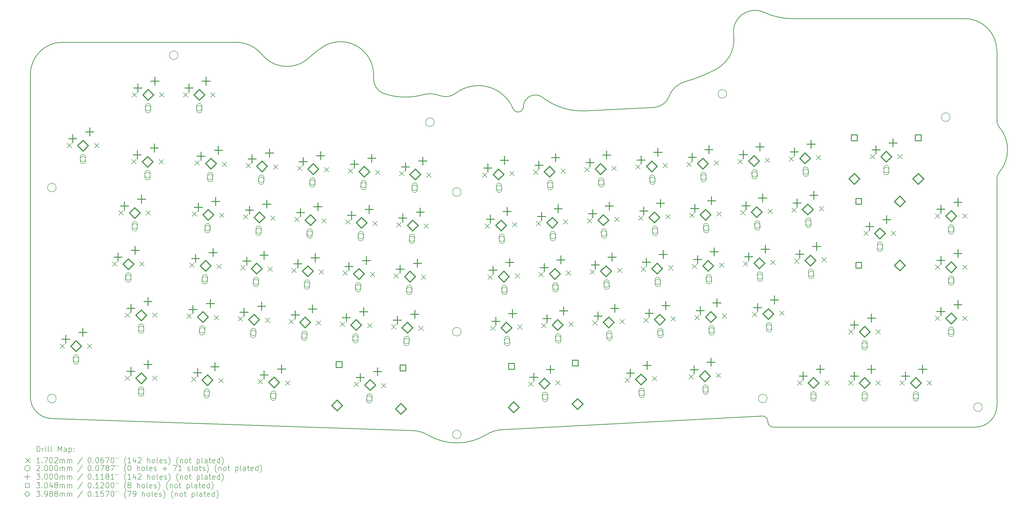
<source format=gbr>
%TF.GenerationSoftware,KiCad,Pcbnew,7.0.7*%
%TF.CreationDate,2023-12-22T23:49:47+01:00*%
%TF.ProjectId,isokey,69736f6b-6579-42e6-9b69-6361645f7063,A*%
%TF.SameCoordinates,Original*%
%TF.FileFunction,Drillmap*%
%TF.FilePolarity,Positive*%
%FSLAX45Y45*%
G04 Gerber Fmt 4.5, Leading zero omitted, Abs format (unit mm)*
G04 Created by KiCad (PCBNEW 7.0.7) date 2023-12-22 23:49:47*
%MOMM*%
%LPD*%
G01*
G04 APERTURE LIST*
%ADD10C,0.250000*%
%ADD11C,0.200000*%
%ADD12C,0.170180*%
%ADD13C,0.300000*%
%ADD14C,0.304800*%
%ADD15C,0.398780*%
G04 APERTURE END LIST*
D10*
X21094135Y-9473599D02*
G75*
G03*
X21478428Y-9400612I184345J77569D01*
G01*
D11*
X30548517Y-20262592D02*
G75*
G03*
X30548517Y-20262592I-160000J0D01*
G01*
D10*
X18363955Y-8986398D02*
G75*
G03*
X18946926Y-8903756I218105J558958D01*
G01*
X22198849Y-9056894D02*
G75*
G03*
X23791262Y-9554010I1466811J1899594D01*
G01*
X15900447Y-8353350D02*
G75*
G03*
X16231206Y-8889551I600003J0D01*
G01*
X3125000Y-8199277D02*
X3125000Y-10250000D01*
X39194560Y-11837938D02*
G75*
G03*
X39100443Y-12095690I305860J-257742D01*
G01*
X3125000Y-10250000D02*
X3125000Y-20204581D01*
X14100443Y-7117985D02*
G75*
G03*
X13511156Y-7561773I1656667J-2812955D01*
G01*
X38300443Y-21327153D02*
G75*
G03*
X39100443Y-20527146I-3J800003D01*
G01*
X15900447Y-8353350D02*
X15900447Y-8199280D01*
X30775522Y-21327146D02*
X38300443Y-21327146D01*
X3898120Y-21004129D02*
X17356673Y-21456592D01*
X26357312Y-9419529D02*
X23791262Y-9554010D01*
X18363955Y-8986398D02*
G75*
G03*
X17731254Y-8954899I-363515J-931592D01*
G01*
X11154839Y-7058803D02*
G75*
G03*
X11109847Y-7045667I-1309299J-4400897D01*
G01*
X3124999Y-20204581D02*
G75*
G03*
X3898120Y-21004129I800001J1D01*
G01*
D11*
X18160000Y-9975998D02*
G75*
G03*
X18160000Y-9975998I-160000J0D01*
G01*
D10*
X20679255Y-21422625D02*
X30365055Y-20915014D01*
X22198842Y-9056904D02*
G75*
G03*
X21478428Y-9400612I-273322J-353966D01*
G01*
X39100447Y-9904800D02*
G75*
G03*
X39194561Y-10162552I399983J-10D01*
G01*
X39100443Y-9417986D02*
X39100443Y-7317986D01*
X28969052Y-7755174D02*
G75*
G03*
X29008024Y-7711987I-10971512J9939814D01*
G01*
X11109847Y-7045666D02*
G75*
G03*
X10779416Y-6999277I-330427J-1153614D01*
G01*
X10779416Y-6999277D02*
X4325000Y-6999277D01*
X27490125Y-8471358D02*
G75*
G03*
X28634478Y-8013571I-1708575J5930188D01*
G01*
X39100444Y-7317986D02*
G75*
G03*
X37900443Y-6117986I-1200004J-4D01*
G01*
X28634478Y-8013572D02*
G75*
G03*
X28969052Y-7755174I-554718J1064052D01*
G01*
X15900447Y-8199277D02*
G75*
G03*
X14100443Y-7117986I-1232983J-13662D01*
G01*
D11*
X4084557Y-20262592D02*
G75*
G03*
X4084557Y-20262592I-160000J0D01*
G01*
D10*
X17928748Y-21623943D02*
G75*
G03*
X17356673Y-21456593I-612398J-1031967D01*
G01*
X30444295Y-5888761D02*
G75*
G03*
X31467880Y-6117986I1023595J2170801D01*
G01*
D11*
X19160000Y-21600000D02*
G75*
G03*
X19160000Y-21600000I-160000J0D01*
G01*
X29042027Y-8919158D02*
G75*
G03*
X29042027Y-8919158I-160000J0D01*
G01*
X19160000Y-12575000D02*
G75*
G03*
X19160000Y-12575000I-160000J0D01*
G01*
X19160000Y-17775998D02*
G75*
G03*
X19160000Y-17775998I-160000J0D01*
G01*
D10*
X27490124Y-8471355D02*
G75*
G03*
X26888305Y-9029426I252266J-875575D01*
G01*
X30444294Y-5888762D02*
G75*
G03*
X29302792Y-6735256I-343850J-729224D01*
G01*
X16231206Y-8889551D02*
G75*
G03*
X17731254Y-8954899I850644J2277051D01*
G01*
D11*
X8620380Y-7482289D02*
G75*
G03*
X8620380Y-7482289I-160000J0D01*
G01*
X4084557Y-12408012D02*
G75*
G03*
X4084557Y-12408012I-160000J0D01*
G01*
X37360000Y-9786612D02*
G75*
G03*
X37360000Y-9786612I-160000J0D01*
G01*
D10*
X30575520Y-21114739D02*
G75*
G03*
X30365055Y-20915014I-200000J-1D01*
G01*
X30575522Y-21114739D02*
X30575522Y-21127146D01*
X4325000Y-6999277D02*
G75*
G03*
X3125000Y-8199277I0J-1200000D01*
G01*
X39100443Y-9904800D02*
X39100443Y-9417986D01*
X11745168Y-7453717D02*
G75*
G03*
X13511156Y-7561773I932512J755258D01*
G01*
X37900443Y-6117986D02*
X31467880Y-6117986D01*
X29008027Y-7711989D02*
G75*
G03*
X29302792Y-6735256I-892467J802179D01*
G01*
X11745164Y-7453721D02*
G75*
G03*
X11154839Y-7058803I-932514J-755259D01*
G01*
X26357312Y-9419531D02*
G75*
G03*
X26888305Y-9029426I-31412J599191D01*
G01*
X17928749Y-21623941D02*
G75*
G03*
X20108744Y-21601710I1071694J1805955D01*
G01*
X39100443Y-20527146D02*
X39100443Y-12095690D01*
X20679255Y-21422624D02*
G75*
G03*
X20108744Y-21601710I62805J-1198356D01*
G01*
D11*
X38560000Y-20585157D02*
G75*
G03*
X38560000Y-20585157I-160000J0D01*
G01*
D10*
X39194561Y-11837938D02*
G75*
G03*
X39194561Y-10162552I-994115J837693D01*
G01*
X30575514Y-21127146D02*
G75*
G03*
X30775522Y-21327146I200006J6D01*
G01*
X21094136Y-9473598D02*
G75*
G03*
X18946926Y-8903756I-1293693J-544388D01*
G01*
D11*
D12*
X4231467Y-18224926D02*
X4401647Y-18395106D01*
X4401647Y-18224926D02*
X4231467Y-18395106D01*
X4488717Y-10762206D02*
X4658897Y-10932386D01*
X4658897Y-10762206D02*
X4488717Y-10932386D01*
X5247467Y-18224926D02*
X5417647Y-18395106D01*
X5417647Y-18224926D02*
X5247467Y-18395106D01*
X5504717Y-10762206D02*
X5674897Y-10932386D01*
X5674897Y-10762206D02*
X5504717Y-10932386D01*
X6179337Y-15172171D02*
X6349517Y-15342351D01*
X6349517Y-15172171D02*
X6179337Y-15342351D01*
X6417467Y-13267386D02*
X6587647Y-13437566D01*
X6587647Y-13267386D02*
X6417467Y-13437566D01*
X6655587Y-17077126D02*
X6825767Y-17247306D01*
X6825767Y-17077126D02*
X6655587Y-17247306D01*
X6655587Y-19421885D02*
X6825767Y-19592065D01*
X6825767Y-19421885D02*
X6655587Y-19592065D01*
X6893717Y-11362206D02*
X7063897Y-11532386D01*
X7063897Y-11362206D02*
X6893717Y-11532386D01*
X6914790Y-8871151D02*
X7084970Y-9041331D01*
X7084970Y-8871151D02*
X6914790Y-9041331D01*
X7195337Y-15172171D02*
X7365517Y-15342351D01*
X7365517Y-15172171D02*
X7195337Y-15342351D01*
X7433467Y-13267386D02*
X7603647Y-13437566D01*
X7603647Y-13267386D02*
X7433467Y-13437566D01*
X7671587Y-17077126D02*
X7841767Y-17247306D01*
X7841767Y-17077126D02*
X7671587Y-17247306D01*
X7671587Y-19421885D02*
X7841767Y-19592065D01*
X7841767Y-19421885D02*
X7671587Y-19592065D01*
X7909717Y-11362206D02*
X8079897Y-11532386D01*
X8079897Y-11362206D02*
X7909717Y-11532386D01*
X7930790Y-8871151D02*
X8100970Y-9041331D01*
X8100970Y-8871151D02*
X7930790Y-9041331D01*
X8819790Y-8871151D02*
X8989970Y-9041331D01*
X8989970Y-8871151D02*
X8819790Y-9041331D01*
X8953083Y-17113945D02*
X9123263Y-17284125D01*
X9123263Y-17113945D02*
X8953083Y-17284125D01*
X9052783Y-15211556D02*
X9222963Y-15381736D01*
X9222963Y-15211556D02*
X9052783Y-15381736D01*
X9123469Y-19464356D02*
X9293649Y-19634536D01*
X9293649Y-19464356D02*
X9123469Y-19634536D01*
X9152483Y-13309167D02*
X9322663Y-13479347D01*
X9322663Y-13309167D02*
X9152483Y-13479347D01*
X9252183Y-11406777D02*
X9422363Y-11576957D01*
X9422363Y-11406777D02*
X9252183Y-11576957D01*
X9835790Y-8871151D02*
X10005970Y-9041331D01*
X10005970Y-8871151D02*
X9835790Y-9041331D01*
X9967690Y-17167119D02*
X10137870Y-17337299D01*
X10137870Y-17167119D02*
X9967690Y-17337299D01*
X10067390Y-15264729D02*
X10237570Y-15434909D01*
X10237570Y-15264729D02*
X10067390Y-15434909D01*
X10138076Y-19517529D02*
X10308256Y-19687709D01*
X10308256Y-19517529D02*
X10138076Y-19687709D01*
X10167090Y-13362340D02*
X10337270Y-13532520D01*
X10337270Y-13362340D02*
X10167090Y-13532520D01*
X10266790Y-11459951D02*
X10436970Y-11630131D01*
X10436970Y-11459951D02*
X10266790Y-11630131D01*
X10855472Y-17213645D02*
X11025652Y-17383825D01*
X11025652Y-17213645D02*
X10855472Y-17383825D01*
X10955172Y-15311256D02*
X11125352Y-15481436D01*
X11125352Y-15311256D02*
X10955172Y-15481436D01*
X11054872Y-13408867D02*
X11225052Y-13579047D01*
X11225052Y-13408867D02*
X11054872Y-13579047D01*
X11154572Y-11506477D02*
X11324752Y-11676657D01*
X11324752Y-11506477D02*
X11154572Y-11676657D01*
X11603260Y-19549120D02*
X11773440Y-19719300D01*
X11773440Y-19549120D02*
X11603260Y-19719300D01*
X11870080Y-17266819D02*
X12040260Y-17436999D01*
X12040260Y-17266819D02*
X11870080Y-17436999D01*
X11969780Y-15364429D02*
X12139960Y-15534609D01*
X12139960Y-15364429D02*
X11969780Y-15534609D01*
X12069480Y-13462040D02*
X12239660Y-13632220D01*
X12239660Y-13462040D02*
X12069480Y-13632220D01*
X12169180Y-11559651D02*
X12339360Y-11729831D01*
X12339360Y-11559651D02*
X12169180Y-11729831D01*
X12617868Y-19602294D02*
X12788048Y-19772474D01*
X12788048Y-19602294D02*
X12617868Y-19772474D01*
X12757861Y-17313345D02*
X12928041Y-17483525D01*
X12928041Y-17313345D02*
X12757861Y-17483525D01*
X12857561Y-15410956D02*
X13027741Y-15581136D01*
X13027741Y-15410956D02*
X12857561Y-15581136D01*
X12957261Y-13508567D02*
X13127441Y-13678747D01*
X13127441Y-13508567D02*
X12957261Y-13678747D01*
X13056961Y-11606177D02*
X13227141Y-11776357D01*
X13227141Y-11606177D02*
X13056961Y-11776357D01*
X13772469Y-17366519D02*
X13942649Y-17536699D01*
X13942649Y-17366519D02*
X13772469Y-17536699D01*
X13872169Y-15464129D02*
X14042349Y-15634309D01*
X14042349Y-15464129D02*
X13872169Y-15634309D01*
X13971869Y-13561740D02*
X14142049Y-13731920D01*
X14142049Y-13561740D02*
X13971869Y-13731920D01*
X14071569Y-11659351D02*
X14241749Y-11829531D01*
X14241749Y-11659351D02*
X14071569Y-11829531D01*
X14660251Y-17413045D02*
X14830431Y-17583225D01*
X14830431Y-17413045D02*
X14660251Y-17583225D01*
X14759951Y-15510656D02*
X14930131Y-15680836D01*
X14930131Y-15510656D02*
X14759951Y-15680836D01*
X14859651Y-13608267D02*
X15029831Y-13778447D01*
X15029831Y-13608267D02*
X14859651Y-13778447D01*
X14959351Y-11705877D02*
X15129531Y-11876057D01*
X15129531Y-11705877D02*
X14959351Y-11876057D01*
X15177398Y-19647635D02*
X15347578Y-19817815D01*
X15347578Y-19647635D02*
X15177398Y-19817815D01*
X15674858Y-17466219D02*
X15845038Y-17636399D01*
X15845038Y-17466219D02*
X15674858Y-17636399D01*
X15774558Y-15563829D02*
X15944738Y-15734009D01*
X15944738Y-15563829D02*
X15774558Y-15734009D01*
X15874258Y-13661440D02*
X16044438Y-13831620D01*
X16044438Y-13661440D02*
X15874258Y-13831620D01*
X15973958Y-11759051D02*
X16144138Y-11929231D01*
X16144138Y-11759051D02*
X15973958Y-11929231D01*
X16192005Y-19700808D02*
X16362185Y-19870988D01*
X16362185Y-19700808D02*
X16192005Y-19870988D01*
X16562640Y-17512745D02*
X16732820Y-17682925D01*
X16732820Y-17512745D02*
X16562640Y-17682925D01*
X16662340Y-15610356D02*
X16832520Y-15780536D01*
X16832520Y-15610356D02*
X16662340Y-15780536D01*
X16762040Y-13707967D02*
X16932220Y-13878147D01*
X16932220Y-13707967D02*
X16762040Y-13878147D01*
X16861740Y-11805577D02*
X17031920Y-11975757D01*
X17031920Y-11805577D02*
X16861740Y-11975757D01*
X17577248Y-17565919D02*
X17747428Y-17736099D01*
X17747428Y-17565919D02*
X17577248Y-17736099D01*
X17676948Y-15663529D02*
X17847128Y-15833709D01*
X17847128Y-15663529D02*
X17676948Y-15833709D01*
X17776648Y-13761140D02*
X17946828Y-13931320D01*
X17946828Y-13761140D02*
X17776648Y-13931320D01*
X17876348Y-11858751D02*
X18046528Y-12028931D01*
X18046528Y-11858751D02*
X17876348Y-12028931D01*
X19953423Y-11858753D02*
X20123603Y-12028933D01*
X20123603Y-11858753D02*
X19953423Y-12028933D01*
X20053123Y-13761143D02*
X20223303Y-13931323D01*
X20223303Y-13761143D02*
X20053123Y-13931323D01*
X20152823Y-15663532D02*
X20323003Y-15833712D01*
X20323003Y-15663532D02*
X20152823Y-15833712D01*
X20252522Y-17565911D02*
X20422702Y-17736091D01*
X20422702Y-17565911D02*
X20252522Y-17736091D01*
X20968030Y-11805580D02*
X21138210Y-11975760D01*
X21138210Y-11805580D02*
X20968030Y-11975760D01*
X21067730Y-13707969D02*
X21237910Y-13878149D01*
X21237910Y-13707969D02*
X21067730Y-13878149D01*
X21167430Y-15610358D02*
X21337610Y-15780538D01*
X21337610Y-15610358D02*
X21167430Y-15780538D01*
X21267130Y-17512738D02*
X21437310Y-17682918D01*
X21437310Y-17512738D02*
X21267130Y-17682918D01*
X21667327Y-19644462D02*
X21837507Y-19814642D01*
X21837507Y-19644462D02*
X21667327Y-19814642D01*
X21855812Y-11759053D02*
X22025992Y-11929233D01*
X22025992Y-11759053D02*
X21855812Y-11929233D01*
X21955512Y-13661443D02*
X22125692Y-13831623D01*
X22125692Y-13661443D02*
X21955512Y-13831623D01*
X22055112Y-15563837D02*
X22225292Y-15734017D01*
X22225292Y-15563837D02*
X22055112Y-15734017D01*
X22154911Y-17466211D02*
X22325091Y-17636391D01*
X22325091Y-17466211D02*
X22154911Y-17636391D01*
X22681934Y-19591288D02*
X22852114Y-19761468D01*
X22852114Y-19591288D02*
X22681934Y-19761468D01*
X22870419Y-11705880D02*
X23040599Y-11876060D01*
X23040599Y-11705880D02*
X22870419Y-11876060D01*
X22970119Y-13608269D02*
X23140299Y-13778449D01*
X23140299Y-13608269D02*
X22970119Y-13778449D01*
X23069720Y-15510664D02*
X23239900Y-15680844D01*
X23239900Y-15510664D02*
X23069720Y-15680844D01*
X23169519Y-17413038D02*
X23339699Y-17583218D01*
X23339699Y-17413038D02*
X23169519Y-17583218D01*
X23758101Y-11659359D02*
X23928281Y-11829539D01*
X23928281Y-11659359D02*
X23758101Y-11829539D01*
X23857801Y-13561748D02*
X24027981Y-13731928D01*
X24027981Y-13561748D02*
X23857801Y-13731928D01*
X23957501Y-15464137D02*
X24127681Y-15634317D01*
X24127681Y-15464137D02*
X23957501Y-15634317D01*
X24057301Y-17366511D02*
X24227481Y-17536691D01*
X24227481Y-17366511D02*
X24057301Y-17536691D01*
X24772709Y-11606185D02*
X24942889Y-11776365D01*
X24942889Y-11606185D02*
X24772709Y-11776365D01*
X24872409Y-13508574D02*
X25042589Y-13678754D01*
X25042589Y-13508574D02*
X24872409Y-13678754D01*
X24972109Y-15410964D02*
X25142289Y-15581144D01*
X25142289Y-15410964D02*
X24972109Y-15581144D01*
X25071908Y-17313338D02*
X25242088Y-17483518D01*
X25242088Y-17313338D02*
X25071908Y-17483518D01*
X25261124Y-19494816D02*
X25431304Y-19664996D01*
X25431304Y-19494816D02*
X25261124Y-19664996D01*
X25660490Y-11559659D02*
X25830670Y-11729839D01*
X25830670Y-11559659D02*
X25660490Y-11729839D01*
X25760190Y-13462048D02*
X25930370Y-13632228D01*
X25930370Y-13462048D02*
X25760190Y-13632228D01*
X25860040Y-15364429D02*
X26030220Y-15534609D01*
X26030220Y-15364429D02*
X25860040Y-15534609D01*
X25959590Y-17266817D02*
X26129770Y-17436997D01*
X26129770Y-17266817D02*
X25959590Y-17436997D01*
X26275732Y-19441642D02*
X26445912Y-19611822D01*
X26445912Y-19441642D02*
X26275732Y-19611822D01*
X26675098Y-11506485D02*
X26845278Y-11676665D01*
X26845278Y-11506485D02*
X26675098Y-11676665D01*
X26774798Y-13408874D02*
X26944978Y-13579054D01*
X26944978Y-13408874D02*
X26774798Y-13579054D01*
X26874648Y-15311256D02*
X27044828Y-15481436D01*
X27044828Y-15311256D02*
X26874648Y-15481436D01*
X26974198Y-17213643D02*
X27144378Y-17383823D01*
X27144378Y-17213643D02*
X26974198Y-17383823D01*
X27563029Y-11459951D02*
X27733209Y-11630131D01*
X27733209Y-11459951D02*
X27563029Y-11630131D01*
X27639265Y-19372187D02*
X27809445Y-19542367D01*
X27809445Y-19372187D02*
X27639265Y-19542367D01*
X27662729Y-13362340D02*
X27832909Y-13532520D01*
X27832909Y-13362340D02*
X27662729Y-13532520D01*
X27762430Y-15264729D02*
X27932610Y-15434909D01*
X27932610Y-15264729D02*
X27762430Y-15434909D01*
X27861979Y-17167117D02*
X28032159Y-17337297D01*
X28032159Y-17167117D02*
X27861979Y-17337297D01*
X28577637Y-11406777D02*
X28747817Y-11576957D01*
X28747817Y-11406777D02*
X28577637Y-11576957D01*
X28653873Y-19319013D02*
X28824053Y-19489193D01*
X28824053Y-19319013D02*
X28653873Y-19489193D01*
X28677337Y-13309167D02*
X28847517Y-13479347D01*
X28847517Y-13309167D02*
X28677337Y-13479347D01*
X28777037Y-15211556D02*
X28947217Y-15381736D01*
X28947217Y-15211556D02*
X28777037Y-15381736D01*
X28876587Y-17113943D02*
X29046767Y-17284123D01*
X29046767Y-17113943D02*
X28876587Y-17284123D01*
X29465419Y-11360251D02*
X29635599Y-11530431D01*
X29635599Y-11360251D02*
X29465419Y-11530431D01*
X29565119Y-13262640D02*
X29735299Y-13432820D01*
X29735299Y-13262640D02*
X29565119Y-13432820D01*
X29664819Y-15165029D02*
X29834999Y-15335209D01*
X29834999Y-15165029D02*
X29664819Y-15335209D01*
X30002292Y-17054947D02*
X30172472Y-17225127D01*
X30172472Y-17054947D02*
X30002292Y-17225127D01*
X30480026Y-11307077D02*
X30650206Y-11477257D01*
X30650206Y-11307077D02*
X30480026Y-11477257D01*
X30579726Y-13209467D02*
X30749906Y-13379647D01*
X30749906Y-13209467D02*
X30579726Y-13379647D01*
X30679426Y-15111856D02*
X30849606Y-15282036D01*
X30849606Y-15111856D02*
X30679426Y-15282036D01*
X31016900Y-17001774D02*
X31187080Y-17171954D01*
X31187080Y-17001774D02*
X31016900Y-17171954D01*
X31367808Y-11260551D02*
X31537988Y-11430731D01*
X31537988Y-11260551D02*
X31367808Y-11430731D01*
X31467508Y-13162940D02*
X31637688Y-13333120D01*
X31637688Y-13162940D02*
X31467508Y-13333120D01*
X31567208Y-15065329D02*
X31737388Y-15235509D01*
X31737388Y-15065329D02*
X31567208Y-15235509D01*
X31681989Y-19599120D02*
X31852169Y-19769300D01*
X31852169Y-19599120D02*
X31681989Y-19769300D01*
X32382416Y-11207377D02*
X32552596Y-11377557D01*
X32552596Y-11207377D02*
X32382416Y-11377557D01*
X32482116Y-13109767D02*
X32652296Y-13279947D01*
X32652296Y-13109767D02*
X32482116Y-13279947D01*
X32581816Y-15012156D02*
X32751996Y-15182336D01*
X32751996Y-15012156D02*
X32581816Y-15182336D01*
X32697989Y-19599120D02*
X32868169Y-19769300D01*
X32868169Y-19599120D02*
X32697989Y-19769300D01*
X33586989Y-17694120D02*
X33757169Y-17864300D01*
X33757169Y-17694120D02*
X33586989Y-17864300D01*
X33586989Y-19599120D02*
X33757169Y-19769300D01*
X33757169Y-19599120D02*
X33586989Y-19769300D01*
X34153639Y-14029021D02*
X34323819Y-14199201D01*
X34323819Y-14029021D02*
X34153639Y-14199201D01*
X34392089Y-11171651D02*
X34562269Y-11341831D01*
X34562269Y-11171651D02*
X34392089Y-11341831D01*
X34602989Y-17694120D02*
X34773169Y-17864300D01*
X34773169Y-17694120D02*
X34602989Y-17864300D01*
X34602989Y-19599120D02*
X34773169Y-19769300D01*
X34773169Y-19599120D02*
X34602989Y-19769300D01*
X35169639Y-14029021D02*
X35339819Y-14199201D01*
X35339819Y-14029021D02*
X35169639Y-14199201D01*
X35408089Y-11171651D02*
X35578269Y-11341831D01*
X35578269Y-11171651D02*
X35408089Y-11341831D01*
X35491989Y-19599120D02*
X35662169Y-19769300D01*
X35662169Y-19599120D02*
X35491989Y-19769300D01*
X36507989Y-19599120D02*
X36678169Y-19769300D01*
X36678169Y-19599120D02*
X36507989Y-19769300D01*
X36806910Y-13384910D02*
X36977090Y-13555090D01*
X36977090Y-13384910D02*
X36806910Y-13555090D01*
X36806910Y-15289910D02*
X36977090Y-15460090D01*
X36977090Y-15289910D02*
X36806910Y-15460090D01*
X36806910Y-17194818D02*
X36977090Y-17364998D01*
X36977090Y-17194818D02*
X36806910Y-17364998D01*
X37822910Y-13384910D02*
X37993090Y-13555090D01*
X37993090Y-13384910D02*
X37822910Y-13555090D01*
X37822910Y-15289910D02*
X37993090Y-15460090D01*
X37993090Y-15289910D02*
X37822910Y-15460090D01*
X37822910Y-17194818D02*
X37993090Y-17364998D01*
X37993090Y-17194818D02*
X37822910Y-17364998D01*
D11*
X4924557Y-18810016D02*
G75*
G03*
X4924557Y-18810016I-100000J0D01*
G01*
X4724557Y-18735016D02*
X4724557Y-18885016D01*
X4724557Y-18885016D02*
G75*
G03*
X4924557Y-18885016I100000J0D01*
G01*
X4924557Y-18885016D02*
X4924557Y-18735016D01*
X4924557Y-18735016D02*
G75*
G03*
X4724557Y-18735016I-100000J0D01*
G01*
X5181807Y-11347296D02*
G75*
G03*
X5181807Y-11347296I-100000J0D01*
G01*
X4981807Y-11272296D02*
X4981807Y-11422296D01*
X4981807Y-11422296D02*
G75*
G03*
X5181807Y-11422296I100000J0D01*
G01*
X5181807Y-11422296D02*
X5181807Y-11272296D01*
X5181807Y-11272296D02*
G75*
G03*
X4981807Y-11272296I-100000J0D01*
G01*
X6872427Y-15757261D02*
G75*
G03*
X6872427Y-15757261I-100000J0D01*
G01*
X6672427Y-15682261D02*
X6672427Y-15832261D01*
X6672427Y-15832261D02*
G75*
G03*
X6872427Y-15832261I100000J0D01*
G01*
X6872427Y-15832261D02*
X6872427Y-15682261D01*
X6872427Y-15682261D02*
G75*
G03*
X6672427Y-15682261I-100000J0D01*
G01*
X7110557Y-13852476D02*
G75*
G03*
X7110557Y-13852476I-100000J0D01*
G01*
X6910557Y-13777476D02*
X6910557Y-13927476D01*
X6910557Y-13927476D02*
G75*
G03*
X7110557Y-13927476I100000J0D01*
G01*
X7110557Y-13927476D02*
X7110557Y-13777476D01*
X7110557Y-13777476D02*
G75*
G03*
X6910557Y-13777476I-100000J0D01*
G01*
X7348677Y-17662216D02*
G75*
G03*
X7348677Y-17662216I-100000J0D01*
G01*
X7148677Y-17587216D02*
X7148677Y-17737216D01*
X7148677Y-17737216D02*
G75*
G03*
X7348677Y-17737216I100000J0D01*
G01*
X7348677Y-17737216D02*
X7348677Y-17587216D01*
X7348677Y-17587216D02*
G75*
G03*
X7148677Y-17587216I-100000J0D01*
G01*
X7348677Y-20006975D02*
G75*
G03*
X7348677Y-20006975I-100000J0D01*
G01*
X7148677Y-19931975D02*
X7148677Y-20081975D01*
X7148677Y-20081975D02*
G75*
G03*
X7348677Y-20081975I100000J0D01*
G01*
X7348677Y-20081975D02*
X7348677Y-19931975D01*
X7348677Y-19931975D02*
G75*
G03*
X7148677Y-19931975I-100000J0D01*
G01*
X7586807Y-11947296D02*
G75*
G03*
X7586807Y-11947296I-100000J0D01*
G01*
X7386807Y-11872296D02*
X7386807Y-12022296D01*
X7386807Y-12022296D02*
G75*
G03*
X7586807Y-12022296I100000J0D01*
G01*
X7586807Y-12022296D02*
X7586807Y-11872296D01*
X7586807Y-11872296D02*
G75*
G03*
X7386807Y-11872296I-100000J0D01*
G01*
X7607880Y-9456241D02*
G75*
G03*
X7607880Y-9456241I-100000J0D01*
G01*
X7407880Y-9381241D02*
X7407880Y-9531241D01*
X7407880Y-9531241D02*
G75*
G03*
X7607880Y-9531241I100000J0D01*
G01*
X7607880Y-9531241D02*
X7607880Y-9381241D01*
X7607880Y-9381241D02*
G75*
G03*
X7407880Y-9381241I-100000J0D01*
G01*
X9512880Y-9456241D02*
G75*
G03*
X9512880Y-9456241I-100000J0D01*
G01*
X9312880Y-9381241D02*
X9312880Y-9531241D01*
X9312880Y-9531241D02*
G75*
G03*
X9512880Y-9531241I100000J0D01*
G01*
X9512880Y-9531241D02*
X9512880Y-9381241D01*
X9512880Y-9381241D02*
G75*
G03*
X9312880Y-9381241I-100000J0D01*
G01*
X9619309Y-17724937D02*
G75*
G03*
X9619309Y-17724937I-100000J0D01*
G01*
X9423371Y-17644806D02*
X9415520Y-17794600D01*
X9415520Y-17794600D02*
G75*
G03*
X9615246Y-17805068I99863J-5234D01*
G01*
X9615246Y-17805068D02*
X9623097Y-17655273D01*
X9623097Y-17655273D02*
G75*
G03*
X9423371Y-17644806I-99863J5234D01*
G01*
X9719009Y-15822547D02*
G75*
G03*
X9719009Y-15822547I-100000J0D01*
G01*
X9523071Y-15742417D02*
X9515220Y-15892211D01*
X9515220Y-15892211D02*
G75*
G03*
X9714946Y-15902678I99863J-5234D01*
G01*
X9714946Y-15902678D02*
X9722797Y-15752884D01*
X9722797Y-15752884D02*
G75*
G03*
X9523071Y-15742417I-99863J5234D01*
G01*
X9789694Y-20075347D02*
G75*
G03*
X9789694Y-20075347I-100000J0D01*
G01*
X9593757Y-19995216D02*
X9585906Y-20145011D01*
X9585906Y-20145011D02*
G75*
G03*
X9785632Y-20155478I99863J-5234D01*
G01*
X9785632Y-20155478D02*
X9793483Y-20005683D01*
X9793483Y-20005683D02*
G75*
G03*
X9593757Y-19995216I-99863J5234D01*
G01*
X9818709Y-13920158D02*
G75*
G03*
X9818709Y-13920158I-100000J0D01*
G01*
X9622771Y-13840027D02*
X9614920Y-13989822D01*
X9614920Y-13989822D02*
G75*
G03*
X9814646Y-14000289I99863J-5234D01*
G01*
X9814646Y-14000289D02*
X9822497Y-13850495D01*
X9822497Y-13850495D02*
G75*
G03*
X9622771Y-13840027I-99863J5234D01*
G01*
X9918409Y-12017769D02*
G75*
G03*
X9918409Y-12017769I-100000J0D01*
G01*
X9722471Y-11937638D02*
X9714620Y-12087432D01*
X9714620Y-12087432D02*
G75*
G03*
X9914346Y-12097900I99863J-5234D01*
G01*
X9914346Y-12097900D02*
X9922197Y-11948105D01*
X9922197Y-11948105D02*
G75*
G03*
X9722471Y-11937638I-99863J5234D01*
G01*
X11521698Y-17824637D02*
G75*
G03*
X11521698Y-17824637I-100000J0D01*
G01*
X11325760Y-17744506D02*
X11317910Y-17894300D01*
X11317910Y-17894300D02*
G75*
G03*
X11517636Y-17904768I99863J-5234D01*
G01*
X11517636Y-17904768D02*
X11525486Y-17754973D01*
X11525486Y-17754973D02*
G75*
G03*
X11325760Y-17744506I-99863J5234D01*
G01*
X11621398Y-15922247D02*
G75*
G03*
X11621398Y-15922247I-100000J0D01*
G01*
X11425460Y-15842117D02*
X11417610Y-15991911D01*
X11417610Y-15991911D02*
G75*
G03*
X11617336Y-16002378I99863J-5234D01*
G01*
X11617336Y-16002378D02*
X11625186Y-15852584D01*
X11625186Y-15852584D02*
G75*
G03*
X11425460Y-15842117I-99863J5234D01*
G01*
X11721098Y-14019858D02*
G75*
G03*
X11721098Y-14019858I-100000J0D01*
G01*
X11525160Y-13939727D02*
X11517310Y-14089522D01*
X11517310Y-14089522D02*
G75*
G03*
X11717036Y-14099989I99863J-5234D01*
G01*
X11717036Y-14099989D02*
X11724886Y-13950195D01*
X11724886Y-13950195D02*
G75*
G03*
X11525160Y-13939727I-99863J5234D01*
G01*
X11820798Y-12117469D02*
G75*
G03*
X11820798Y-12117469I-100000J0D01*
G01*
X11624860Y-12037338D02*
X11617010Y-12187132D01*
X11617010Y-12187132D02*
G75*
G03*
X11816736Y-12197600I99863J-5234D01*
G01*
X11816736Y-12197600D02*
X11824586Y-12047805D01*
X11824586Y-12047805D02*
G75*
G03*
X11624860Y-12037338I-99863J5234D01*
G01*
X12269486Y-20160112D02*
G75*
G03*
X12269486Y-20160112I-100000J0D01*
G01*
X12073548Y-20079981D02*
X12065698Y-20229775D01*
X12065698Y-20229775D02*
G75*
G03*
X12265424Y-20240243I99863J-5234D01*
G01*
X12265424Y-20240243D02*
X12273274Y-20090448D01*
X12273274Y-20090448D02*
G75*
G03*
X12073548Y-20079981I-99863J5234D01*
G01*
X13424087Y-17924337D02*
G75*
G03*
X13424087Y-17924337I-100000J0D01*
G01*
X13228149Y-17844206D02*
X13220299Y-17994000D01*
X13220299Y-17994000D02*
G75*
G03*
X13420025Y-18004468I99863J-5234D01*
G01*
X13420025Y-18004468D02*
X13427875Y-17854673D01*
X13427875Y-17854673D02*
G75*
G03*
X13228149Y-17844206I-99863J5234D01*
G01*
X13523787Y-16021947D02*
G75*
G03*
X13523787Y-16021947I-100000J0D01*
G01*
X13327849Y-15941817D02*
X13319999Y-16091611D01*
X13319999Y-16091611D02*
G75*
G03*
X13519725Y-16102078I99863J-5234D01*
G01*
X13519725Y-16102078D02*
X13527575Y-15952284D01*
X13527575Y-15952284D02*
G75*
G03*
X13327849Y-15941817I-99863J5234D01*
G01*
X13623487Y-14119558D02*
G75*
G03*
X13623487Y-14119558I-100000J0D01*
G01*
X13427549Y-14039427D02*
X13419699Y-14189222D01*
X13419699Y-14189222D02*
G75*
G03*
X13619425Y-14199689I99863J-5234D01*
G01*
X13619425Y-14199689D02*
X13627275Y-14049895D01*
X13627275Y-14049895D02*
G75*
G03*
X13427549Y-14039427I-99863J5234D01*
G01*
X13723187Y-12217169D02*
G75*
G03*
X13723187Y-12217169I-100000J0D01*
G01*
X13527249Y-12137038D02*
X13519399Y-12286832D01*
X13519399Y-12286832D02*
G75*
G03*
X13719125Y-12297300I99863J-5234D01*
G01*
X13719125Y-12297300D02*
X13726975Y-12147505D01*
X13726975Y-12147505D02*
G75*
G03*
X13527249Y-12137038I-99863J5234D01*
G01*
X15326476Y-18024037D02*
G75*
G03*
X15326476Y-18024037I-100000J0D01*
G01*
X15130539Y-17943906D02*
X15122688Y-18093700D01*
X15122688Y-18093700D02*
G75*
G03*
X15322414Y-18104168I99863J-5234D01*
G01*
X15322414Y-18104168D02*
X15330265Y-17954373D01*
X15330265Y-17954373D02*
G75*
G03*
X15130539Y-17943906I-99863J5234D01*
G01*
X15426176Y-16121647D02*
G75*
G03*
X15426176Y-16121647I-100000J0D01*
G01*
X15230239Y-16041517D02*
X15222388Y-16191311D01*
X15222388Y-16191311D02*
G75*
G03*
X15422114Y-16201778I99863J-5234D01*
G01*
X15422114Y-16201778D02*
X15429965Y-16051984D01*
X15429965Y-16051984D02*
G75*
G03*
X15230239Y-16041517I-99863J5234D01*
G01*
X15525876Y-14219258D02*
G75*
G03*
X15525876Y-14219258I-100000J0D01*
G01*
X15329939Y-14139127D02*
X15322088Y-14288922D01*
X15322088Y-14288922D02*
G75*
G03*
X15521814Y-14299389I99863J-5234D01*
G01*
X15521814Y-14299389D02*
X15529665Y-14149595D01*
X15529665Y-14149595D02*
G75*
G03*
X15329939Y-14139127I-99863J5234D01*
G01*
X15625576Y-12316869D02*
G75*
G03*
X15625576Y-12316869I-100000J0D01*
G01*
X15429639Y-12236738D02*
X15421788Y-12386532D01*
X15421788Y-12386532D02*
G75*
G03*
X15621514Y-12397000I99863J-5234D01*
G01*
X15621514Y-12397000D02*
X15629365Y-12247205D01*
X15629365Y-12247205D02*
G75*
G03*
X15429639Y-12236738I-99863J5234D01*
G01*
X15843624Y-20258626D02*
G75*
G03*
X15843624Y-20258626I-100000J0D01*
G01*
X15647686Y-20178496D02*
X15639835Y-20328290D01*
X15639835Y-20328290D02*
G75*
G03*
X15839561Y-20338757I99863J-5234D01*
G01*
X15839561Y-20338757D02*
X15847412Y-20188963D01*
X15847412Y-20188963D02*
G75*
G03*
X15647686Y-20178496I-99863J5234D01*
G01*
X17228866Y-18123737D02*
G75*
G03*
X17228866Y-18123737I-100000J0D01*
G01*
X17032928Y-18043606D02*
X17025078Y-18193400D01*
X17025078Y-18193400D02*
G75*
G03*
X17224804Y-18203868I99863J-5234D01*
G01*
X17224804Y-18203868D02*
X17232654Y-18054073D01*
X17232654Y-18054073D02*
G75*
G03*
X17032928Y-18043606I-99863J5234D01*
G01*
X17328566Y-16221347D02*
G75*
G03*
X17328566Y-16221347I-100000J0D01*
G01*
X17132628Y-16141217D02*
X17124778Y-16291011D01*
X17124778Y-16291011D02*
G75*
G03*
X17324504Y-16301478I99863J-5234D01*
G01*
X17324504Y-16301478D02*
X17332354Y-16151684D01*
X17332354Y-16151684D02*
G75*
G03*
X17132628Y-16141217I-99863J5234D01*
G01*
X17428266Y-14318958D02*
G75*
G03*
X17428266Y-14318958I-100000J0D01*
G01*
X17232328Y-14238827D02*
X17224478Y-14388622D01*
X17224478Y-14388622D02*
G75*
G03*
X17424204Y-14399089I99863J-5234D01*
G01*
X17424204Y-14399089D02*
X17432054Y-14249295D01*
X17432054Y-14249295D02*
G75*
G03*
X17232328Y-14238827I-99863J5234D01*
G01*
X17527966Y-12416569D02*
G75*
G03*
X17527966Y-12416569I-100000J0D01*
G01*
X17332028Y-12336438D02*
X17324178Y-12486232D01*
X17324178Y-12486232D02*
G75*
G03*
X17523904Y-12496700I99863J-5234D01*
G01*
X17523904Y-12496700D02*
X17531754Y-12346905D01*
X17531754Y-12346905D02*
G75*
G03*
X17332028Y-12336438I-99863J5234D01*
G01*
X20671984Y-12416571D02*
G75*
G03*
X20671984Y-12416571I-100000J0D01*
G01*
X20468196Y-12346908D02*
X20476047Y-12496702D01*
X20476047Y-12496702D02*
G75*
G03*
X20675773Y-12486235I99863J5234D01*
G01*
X20675773Y-12486235D02*
X20667922Y-12336441D01*
X20667922Y-12336441D02*
G75*
G03*
X20468196Y-12346908I-99863J-5234D01*
G01*
X20771684Y-14318961D02*
G75*
G03*
X20771684Y-14318961I-100000J0D01*
G01*
X20567896Y-14249297D02*
X20575747Y-14399092D01*
X20575747Y-14399092D02*
G75*
G03*
X20775473Y-14388624I99863J5234D01*
G01*
X20775473Y-14388624D02*
X20767622Y-14238830D01*
X20767622Y-14238830D02*
G75*
G03*
X20567896Y-14249297I-99863J-5234D01*
G01*
X20871384Y-16221350D02*
G75*
G03*
X20871384Y-16221350I-100000J0D01*
G01*
X20667596Y-16151686D02*
X20675447Y-16301481D01*
X20675447Y-16301481D02*
G75*
G03*
X20875173Y-16291014I99863J5234D01*
G01*
X20875173Y-16291014D02*
X20867322Y-16141219D01*
X20867322Y-16141219D02*
G75*
G03*
X20667596Y-16151686I-99863J-5234D01*
G01*
X20971084Y-18123729D02*
G75*
G03*
X20971084Y-18123729I-100000J0D01*
G01*
X20767296Y-18054066D02*
X20775146Y-18203860D01*
X20775146Y-18203860D02*
G75*
G03*
X20974872Y-18193393I99863J5234D01*
G01*
X20974872Y-18193393D02*
X20967022Y-18043599D01*
X20967022Y-18043599D02*
G75*
G03*
X20767296Y-18054066I-99863J-5234D01*
G01*
X22385889Y-20202280D02*
G75*
G03*
X22385889Y-20202280I-100000J0D01*
G01*
X22182100Y-20132616D02*
X22189951Y-20282411D01*
X22189951Y-20282411D02*
G75*
G03*
X22389677Y-20271943I99863J5234D01*
G01*
X22389677Y-20271943D02*
X22381826Y-20122149D01*
X22381826Y-20122149D02*
G75*
G03*
X22182100Y-20132616I-99863J-5234D01*
G01*
X22574374Y-12316871D02*
G75*
G03*
X22574374Y-12316871I-100000J0D01*
G01*
X22370585Y-12247208D02*
X22378436Y-12397002D01*
X22378436Y-12397002D02*
G75*
G03*
X22578162Y-12386535I99863J5234D01*
G01*
X22578162Y-12386535D02*
X22570311Y-12236741D01*
X22570311Y-12236741D02*
G75*
G03*
X22370585Y-12247208I-99863J-5234D01*
G01*
X22674074Y-14219261D02*
G75*
G03*
X22674074Y-14219261I-100000J0D01*
G01*
X22470285Y-14149597D02*
X22478136Y-14299392D01*
X22478136Y-14299392D02*
G75*
G03*
X22677862Y-14288924I99863J5234D01*
G01*
X22677862Y-14288924D02*
X22670011Y-14139130D01*
X22670011Y-14139130D02*
G75*
G03*
X22470285Y-14149597I-99863J-5234D01*
G01*
X22773674Y-16121655D02*
G75*
G03*
X22773674Y-16121655I-100000J0D01*
G01*
X22569886Y-16051992D02*
X22577736Y-16201786D01*
X22577736Y-16201786D02*
G75*
G03*
X22777462Y-16191319I99863J5234D01*
G01*
X22777462Y-16191319D02*
X22769612Y-16041524D01*
X22769612Y-16041524D02*
G75*
G03*
X22569886Y-16051992I-99863J-5234D01*
G01*
X22873473Y-18024029D02*
G75*
G03*
X22873473Y-18024029I-100000J0D01*
G01*
X22669685Y-17954366D02*
X22677535Y-18104160D01*
X22677535Y-18104160D02*
G75*
G03*
X22877261Y-18093693I99863J5234D01*
G01*
X22877261Y-18093693D02*
X22869411Y-17943899D01*
X22869411Y-17943899D02*
G75*
G03*
X22669685Y-17954366I-99863J-5234D01*
G01*
X24476663Y-12217177D02*
G75*
G03*
X24476663Y-12217177I-100000J0D01*
G01*
X24272875Y-12147513D02*
X24280725Y-12297308D01*
X24280725Y-12297308D02*
G75*
G03*
X24480451Y-12286840I99863J5234D01*
G01*
X24480451Y-12286840D02*
X24472601Y-12137046D01*
X24472601Y-12137046D02*
G75*
G03*
X24272875Y-12147513I-99863J-5234D01*
G01*
X24576363Y-14119566D02*
G75*
G03*
X24576363Y-14119566I-100000J0D01*
G01*
X24372575Y-14049902D02*
X24380425Y-14199697D01*
X24380425Y-14199697D02*
G75*
G03*
X24580151Y-14189230I99863J5234D01*
G01*
X24580151Y-14189230D02*
X24572301Y-14039435D01*
X24572301Y-14039435D02*
G75*
G03*
X24372575Y-14049902I-99863J-5234D01*
G01*
X24676063Y-16021955D02*
G75*
G03*
X24676063Y-16021955I-100000J0D01*
G01*
X24472275Y-15952292D02*
X24480125Y-16102086D01*
X24480125Y-16102086D02*
G75*
G03*
X24679851Y-16091619I99863J5234D01*
G01*
X24679851Y-16091619D02*
X24672001Y-15941824D01*
X24672001Y-15941824D02*
G75*
G03*
X24472275Y-15952292I-99863J-5234D01*
G01*
X24775862Y-17924329D02*
G75*
G03*
X24775862Y-17924329I-100000J0D01*
G01*
X24572074Y-17854666D02*
X24579925Y-18004460D01*
X24579925Y-18004460D02*
G75*
G03*
X24779651Y-17993993I99863J5234D01*
G01*
X24779651Y-17993993D02*
X24771800Y-17844199D01*
X24771800Y-17844199D02*
G75*
G03*
X24572074Y-17854666I-99863J-5234D01*
G01*
X25979686Y-20052634D02*
G75*
G03*
X25979686Y-20052634I-100000J0D01*
G01*
X25775898Y-19982970D02*
X25783748Y-20132765D01*
X25783748Y-20132765D02*
G75*
G03*
X25983474Y-20122297I99863J5234D01*
G01*
X25983474Y-20122297D02*
X25975624Y-19972503D01*
X25975624Y-19972503D02*
G75*
G03*
X25775898Y-19982970I-99863J-5234D01*
G01*
X26379052Y-12117477D02*
G75*
G03*
X26379052Y-12117477I-100000J0D01*
G01*
X26175264Y-12047813D02*
X26183114Y-12197608D01*
X26183114Y-12197608D02*
G75*
G03*
X26382840Y-12187140I99863J5234D01*
G01*
X26382840Y-12187140D02*
X26374990Y-12037346D01*
X26374990Y-12037346D02*
G75*
G03*
X26175264Y-12047813I-99863J-5234D01*
G01*
X26478752Y-14019866D02*
G75*
G03*
X26478752Y-14019866I-100000J0D01*
G01*
X26274964Y-13950202D02*
X26282814Y-14099997D01*
X26282814Y-14099997D02*
G75*
G03*
X26482540Y-14089530I99863J5234D01*
G01*
X26482540Y-14089530D02*
X26474690Y-13939735D01*
X26474690Y-13939735D02*
G75*
G03*
X26274964Y-13950202I-99863J-5234D01*
G01*
X26578602Y-15922247D02*
G75*
G03*
X26578602Y-15922247I-100000J0D01*
G01*
X26374814Y-15852584D02*
X26382664Y-16002378D01*
X26382664Y-16002378D02*
G75*
G03*
X26582390Y-15991911I99863J5234D01*
G01*
X26582390Y-15991911D02*
X26574540Y-15842117D01*
X26574540Y-15842117D02*
G75*
G03*
X26374814Y-15852584I-99863J-5234D01*
G01*
X26678152Y-17824635D02*
G75*
G03*
X26678152Y-17824635I-100000J0D01*
G01*
X26474364Y-17754971D02*
X26482214Y-17904765D01*
X26482214Y-17904765D02*
G75*
G03*
X26681940Y-17894298I99863J5234D01*
G01*
X26681940Y-17894298D02*
X26674090Y-17744504D01*
X26674090Y-17744504D02*
G75*
G03*
X26474364Y-17754971I-99863J-5234D01*
G01*
X28281591Y-12017769D02*
G75*
G03*
X28281591Y-12017769I-100000J0D01*
G01*
X28077803Y-11948105D02*
X28085653Y-12097900D01*
X28085653Y-12097900D02*
G75*
G03*
X28285379Y-12087432I99863J5234D01*
G01*
X28285379Y-12087432D02*
X28277529Y-11937638D01*
X28277529Y-11937638D02*
G75*
G03*
X28077803Y-11948105I-99863J-5234D01*
G01*
X28357827Y-19930005D02*
G75*
G03*
X28357827Y-19930005I-100000J0D01*
G01*
X28154039Y-19860341D02*
X28161889Y-20010136D01*
X28161889Y-20010136D02*
G75*
G03*
X28361615Y-19999668I99863J5234D01*
G01*
X28361615Y-19999668D02*
X28353765Y-19849874D01*
X28353765Y-19849874D02*
G75*
G03*
X28154039Y-19860341I-99863J-5234D01*
G01*
X28381291Y-13920158D02*
G75*
G03*
X28381291Y-13920158I-100000J0D01*
G01*
X28177503Y-13850495D02*
X28185353Y-14000289D01*
X28185353Y-14000289D02*
G75*
G03*
X28385079Y-13989822I99863J5234D01*
G01*
X28385079Y-13989822D02*
X28377229Y-13840027D01*
X28377229Y-13840027D02*
G75*
G03*
X28177503Y-13850495I-99863J-5234D01*
G01*
X28480991Y-15822547D02*
G75*
G03*
X28480991Y-15822547I-100000J0D01*
G01*
X28277203Y-15752884D02*
X28285054Y-15902678D01*
X28285054Y-15902678D02*
G75*
G03*
X28484780Y-15892211I99863J5234D01*
G01*
X28484780Y-15892211D02*
X28476929Y-15742417D01*
X28476929Y-15742417D02*
G75*
G03*
X28277203Y-15752884I-99863J-5234D01*
G01*
X28580541Y-17724935D02*
G75*
G03*
X28580541Y-17724935I-100000J0D01*
G01*
X28376753Y-17655271D02*
X28384603Y-17805065D01*
X28384603Y-17805065D02*
G75*
G03*
X28584329Y-17794598I99863J5234D01*
G01*
X28584329Y-17794598D02*
X28576479Y-17644804D01*
X28576479Y-17644804D02*
G75*
G03*
X28376753Y-17655271I-99863J-5234D01*
G01*
X30183981Y-11918069D02*
G75*
G03*
X30183981Y-11918069I-100000J0D01*
G01*
X29980192Y-11848405D02*
X29988043Y-11998200D01*
X29988043Y-11998200D02*
G75*
G03*
X30187769Y-11987732I99863J5234D01*
G01*
X30187769Y-11987732D02*
X30179918Y-11837938D01*
X30179918Y-11837938D02*
G75*
G03*
X29980192Y-11848405I-99863J-5234D01*
G01*
X30283681Y-13820458D02*
G75*
G03*
X30283681Y-13820458I-100000J0D01*
G01*
X30079892Y-13750795D02*
X30087743Y-13900589D01*
X30087743Y-13900589D02*
G75*
G03*
X30287469Y-13890122I99863J5234D01*
G01*
X30287469Y-13890122D02*
X30279618Y-13740327D01*
X30279618Y-13740327D02*
G75*
G03*
X30079892Y-13750795I-99863J-5234D01*
G01*
X30383381Y-15722847D02*
G75*
G03*
X30383381Y-15722847I-100000J0D01*
G01*
X30179592Y-15653184D02*
X30187443Y-15802978D01*
X30187443Y-15802978D02*
G75*
G03*
X30387169Y-15792511I99863J5234D01*
G01*
X30387169Y-15792511D02*
X30379318Y-15642717D01*
X30379318Y-15642717D02*
G75*
G03*
X30179592Y-15653184I-99863J-5234D01*
G01*
X30720854Y-17612766D02*
G75*
G03*
X30720854Y-17612766I-100000J0D01*
G01*
X30517066Y-17543102D02*
X30524916Y-17692896D01*
X30524916Y-17692896D02*
G75*
G03*
X30724642Y-17682429I99863J5234D01*
G01*
X30724642Y-17682429D02*
X30716792Y-17532635D01*
X30716792Y-17532635D02*
G75*
G03*
X30517066Y-17543102I-99863J-5234D01*
G01*
X32086370Y-11818369D02*
G75*
G03*
X32086370Y-11818369I-100000J0D01*
G01*
X31882582Y-11748705D02*
X31890432Y-11898500D01*
X31890432Y-11898500D02*
G75*
G03*
X32090158Y-11888032I99863J5234D01*
G01*
X32090158Y-11888032D02*
X32082308Y-11738238D01*
X32082308Y-11738238D02*
G75*
G03*
X31882582Y-11748705I-99863J-5234D01*
G01*
X32186070Y-13720758D02*
G75*
G03*
X32186070Y-13720758I-100000J0D01*
G01*
X31982282Y-13651095D02*
X31990132Y-13800889D01*
X31990132Y-13800889D02*
G75*
G03*
X32189858Y-13790422I99863J5234D01*
G01*
X32189858Y-13790422D02*
X32182008Y-13640627D01*
X32182008Y-13640627D02*
G75*
G03*
X31982282Y-13651095I-99863J-5234D01*
G01*
X32285770Y-15623147D02*
G75*
G03*
X32285770Y-15623147I-100000J0D01*
G01*
X32081982Y-15553484D02*
X32089832Y-15703278D01*
X32089832Y-15703278D02*
G75*
G03*
X32289558Y-15692811I99863J5234D01*
G01*
X32289558Y-15692811D02*
X32281708Y-15543017D01*
X32281708Y-15543017D02*
G75*
G03*
X32081982Y-15553484I-99863J-5234D01*
G01*
X32375079Y-20184210D02*
G75*
G03*
X32375079Y-20184210I-100000J0D01*
G01*
X32175079Y-20109210D02*
X32175079Y-20259210D01*
X32175079Y-20259210D02*
G75*
G03*
X32375079Y-20259210I100000J0D01*
G01*
X32375079Y-20259210D02*
X32375079Y-20109210D01*
X32375079Y-20109210D02*
G75*
G03*
X32175079Y-20109210I-100000J0D01*
G01*
X34280079Y-18279210D02*
G75*
G03*
X34280079Y-18279210I-100000J0D01*
G01*
X34080079Y-18204210D02*
X34080079Y-18354210D01*
X34080079Y-18354210D02*
G75*
G03*
X34280079Y-18354210I100000J0D01*
G01*
X34280079Y-18354210D02*
X34280079Y-18204210D01*
X34280079Y-18204210D02*
G75*
G03*
X34080079Y-18204210I-100000J0D01*
G01*
X34280079Y-20184210D02*
G75*
G03*
X34280079Y-20184210I-100000J0D01*
G01*
X34080079Y-20109210D02*
X34080079Y-20259210D01*
X34080079Y-20259210D02*
G75*
G03*
X34280079Y-20259210I100000J0D01*
G01*
X34280079Y-20259210D02*
X34280079Y-20109210D01*
X34280079Y-20109210D02*
G75*
G03*
X34080079Y-20109210I-100000J0D01*
G01*
X34846729Y-14614111D02*
G75*
G03*
X34846729Y-14614111I-100000J0D01*
G01*
X34646729Y-14539111D02*
X34646729Y-14689111D01*
X34646729Y-14689111D02*
G75*
G03*
X34846729Y-14689111I100000J0D01*
G01*
X34846729Y-14689111D02*
X34846729Y-14539111D01*
X34846729Y-14539111D02*
G75*
G03*
X34646729Y-14539111I-100000J0D01*
G01*
X35085179Y-11756741D02*
G75*
G03*
X35085179Y-11756741I-100000J0D01*
G01*
X34885179Y-11681741D02*
X34885179Y-11831741D01*
X34885179Y-11831741D02*
G75*
G03*
X35085179Y-11831741I100000J0D01*
G01*
X35085179Y-11831741D02*
X35085179Y-11681741D01*
X35085179Y-11681741D02*
G75*
G03*
X34885179Y-11681741I-100000J0D01*
G01*
X36185079Y-20184210D02*
G75*
G03*
X36185079Y-20184210I-100000J0D01*
G01*
X35985079Y-20109210D02*
X35985079Y-20259210D01*
X35985079Y-20259210D02*
G75*
G03*
X36185079Y-20259210I100000J0D01*
G01*
X36185079Y-20259210D02*
X36185079Y-20109210D01*
X36185079Y-20109210D02*
G75*
G03*
X35985079Y-20109210I-100000J0D01*
G01*
X37500000Y-13970000D02*
G75*
G03*
X37500000Y-13970000I-100000J0D01*
G01*
X37300000Y-13895000D02*
X37300000Y-14045000D01*
X37300000Y-14045000D02*
G75*
G03*
X37500000Y-14045000I100000J0D01*
G01*
X37500000Y-14045000D02*
X37500000Y-13895000D01*
X37500000Y-13895000D02*
G75*
G03*
X37300000Y-13895000I-100000J0D01*
G01*
X37500000Y-15875000D02*
G75*
G03*
X37500000Y-15875000I-100000J0D01*
G01*
X37300000Y-15800000D02*
X37300000Y-15950000D01*
X37300000Y-15950000D02*
G75*
G03*
X37500000Y-15950000I100000J0D01*
G01*
X37500000Y-15950000D02*
X37500000Y-15800000D01*
X37500000Y-15800000D02*
G75*
G03*
X37300000Y-15800000I-100000J0D01*
G01*
X37500000Y-17779908D02*
G75*
G03*
X37500000Y-17779908I-100000J0D01*
G01*
X37300000Y-17704908D02*
X37300000Y-17854908D01*
X37300000Y-17854908D02*
G75*
G03*
X37500000Y-17854908I100000J0D01*
G01*
X37500000Y-17854908D02*
X37500000Y-17704908D01*
X37500000Y-17704908D02*
G75*
G03*
X37300000Y-17704908I-100000J0D01*
G01*
D13*
X4443557Y-17906016D02*
X4443557Y-18206016D01*
X4293557Y-18056016D02*
X4593557Y-18056016D01*
X4700807Y-10443296D02*
X4700807Y-10743296D01*
X4550807Y-10593296D02*
X4850807Y-10593296D01*
X5078557Y-17652016D02*
X5078557Y-17952016D01*
X4928557Y-17802016D02*
X5228557Y-17802016D01*
X5335807Y-10189296D02*
X5335807Y-10489296D01*
X5185807Y-10339296D02*
X5485807Y-10339296D01*
X6391427Y-14853261D02*
X6391427Y-15153261D01*
X6241427Y-15003261D02*
X6541427Y-15003261D01*
X6629557Y-12948476D02*
X6629557Y-13248476D01*
X6479557Y-13098476D02*
X6779557Y-13098476D01*
X6867677Y-16758216D02*
X6867677Y-17058216D01*
X6717677Y-16908216D02*
X7017677Y-16908216D01*
X6867677Y-19102975D02*
X6867677Y-19402975D01*
X6717677Y-19252975D02*
X7017677Y-19252975D01*
X7026427Y-14599261D02*
X7026427Y-14899261D01*
X6876427Y-14749261D02*
X7176427Y-14749261D01*
X7105807Y-11043296D02*
X7105807Y-11343296D01*
X6955807Y-11193296D02*
X7255807Y-11193296D01*
X7126880Y-8552241D02*
X7126880Y-8852241D01*
X6976880Y-8702241D02*
X7276880Y-8702241D01*
X7264557Y-12694476D02*
X7264557Y-12994476D01*
X7114557Y-12844476D02*
X7414557Y-12844476D01*
X7502677Y-16504216D02*
X7502677Y-16804216D01*
X7352677Y-16654216D02*
X7652677Y-16654216D01*
X7502677Y-18848975D02*
X7502677Y-19148975D01*
X7352677Y-18998975D02*
X7652677Y-18998975D01*
X7740807Y-10789296D02*
X7740807Y-11089296D01*
X7590807Y-10939296D02*
X7890807Y-10939296D01*
X7761880Y-8298241D02*
X7761880Y-8598241D01*
X7611880Y-8448241D02*
X7911880Y-8448241D01*
X9031880Y-8552241D02*
X9031880Y-8852241D01*
X8881880Y-8702241D02*
X9181880Y-8702241D01*
X9178292Y-16802030D02*
X9178292Y-17102030D01*
X9028292Y-16952030D02*
X9328292Y-16952030D01*
X9277992Y-14899641D02*
X9277992Y-15199641D01*
X9127992Y-15049641D02*
X9427992Y-15049641D01*
X9348678Y-19152440D02*
X9348678Y-19452440D01*
X9198678Y-19302440D02*
X9498678Y-19302440D01*
X9377692Y-12997251D02*
X9377692Y-13297251D01*
X9227692Y-13147251D02*
X9527692Y-13147251D01*
X9477392Y-11094862D02*
X9477392Y-11394862D01*
X9327392Y-11244862D02*
X9627392Y-11244862D01*
X9666880Y-8298241D02*
X9666880Y-8598241D01*
X9516880Y-8448241D02*
X9816880Y-8448241D01*
X9825715Y-16581611D02*
X9825715Y-16881611D01*
X9675715Y-16731611D02*
X9975715Y-16731611D01*
X9925415Y-14679222D02*
X9925415Y-14979222D01*
X9775415Y-14829222D02*
X10075415Y-14829222D01*
X9996101Y-18932022D02*
X9996101Y-19232022D01*
X9846101Y-19082022D02*
X10146101Y-19082022D01*
X10025115Y-12776833D02*
X10025115Y-13076833D01*
X9875115Y-12926833D02*
X10175115Y-12926833D01*
X10124815Y-10874444D02*
X10124815Y-11174444D01*
X9974815Y-11024444D02*
X10274815Y-11024444D01*
X11080681Y-16901730D02*
X11080681Y-17201730D01*
X10930681Y-17051730D02*
X11230681Y-17051730D01*
X11180381Y-14999341D02*
X11180381Y-15299341D01*
X11030381Y-15149341D02*
X11330381Y-15149341D01*
X11280081Y-13096951D02*
X11280081Y-13396951D01*
X11130081Y-13246951D02*
X11430081Y-13246951D01*
X11379781Y-11194562D02*
X11379781Y-11494562D01*
X11229781Y-11344562D02*
X11529781Y-11344562D01*
X11728104Y-16681311D02*
X11728104Y-16981311D01*
X11578104Y-16831311D02*
X11878104Y-16831311D01*
X11827804Y-14778922D02*
X11827804Y-15078922D01*
X11677804Y-14928922D02*
X11977804Y-14928922D01*
X11828469Y-19237205D02*
X11828469Y-19537205D01*
X11678469Y-19387205D02*
X11978469Y-19387205D01*
X11927504Y-12876533D02*
X11927504Y-13176533D01*
X11777504Y-13026533D02*
X12077504Y-13026533D01*
X12027204Y-10974144D02*
X12027204Y-11274144D01*
X11877204Y-11124144D02*
X12177204Y-11124144D01*
X12475892Y-19016787D02*
X12475892Y-19316787D01*
X12325892Y-19166787D02*
X12625892Y-19166787D01*
X12983071Y-17001430D02*
X12983071Y-17301430D01*
X12833071Y-17151430D02*
X13133071Y-17151430D01*
X13082771Y-15099041D02*
X13082771Y-15399041D01*
X12932771Y-15249041D02*
X13232771Y-15249041D01*
X13182471Y-13196651D02*
X13182471Y-13496651D01*
X13032471Y-13346651D02*
X13332471Y-13346651D01*
X13282171Y-11294262D02*
X13282171Y-11594262D01*
X13132171Y-11444262D02*
X13432171Y-11444262D01*
X13630494Y-16781011D02*
X13630494Y-17081011D01*
X13480494Y-16931011D02*
X13780494Y-16931011D01*
X13730194Y-14878622D02*
X13730194Y-15178622D01*
X13580194Y-15028622D02*
X13880194Y-15028622D01*
X13829894Y-12976233D02*
X13829894Y-13276233D01*
X13679894Y-13126233D02*
X13979894Y-13126233D01*
X13929594Y-11073844D02*
X13929594Y-11373844D01*
X13779594Y-11223844D02*
X14079594Y-11223844D01*
X14885460Y-17101130D02*
X14885460Y-17401130D01*
X14735460Y-17251130D02*
X15035460Y-17251130D01*
X14985160Y-15198741D02*
X14985160Y-15498741D01*
X14835160Y-15348741D02*
X15135160Y-15348741D01*
X15084860Y-13296351D02*
X15084860Y-13596351D01*
X14934860Y-13446351D02*
X15234860Y-13446351D01*
X15184560Y-11393962D02*
X15184560Y-11693962D01*
X15034560Y-11543962D02*
X15334560Y-11543962D01*
X15402607Y-19335720D02*
X15402607Y-19635720D01*
X15252607Y-19485720D02*
X15552607Y-19485720D01*
X15532883Y-16880711D02*
X15532883Y-17180711D01*
X15382883Y-17030711D02*
X15682883Y-17030711D01*
X15632583Y-14978322D02*
X15632583Y-15278322D01*
X15482583Y-15128322D02*
X15782583Y-15128322D01*
X15732283Y-13075933D02*
X15732283Y-13375933D01*
X15582283Y-13225933D02*
X15882283Y-13225933D01*
X15831983Y-11173544D02*
X15831983Y-11473544D01*
X15681983Y-11323544D02*
X15981983Y-11323544D01*
X16050030Y-19115301D02*
X16050030Y-19415301D01*
X15900030Y-19265301D02*
X16200030Y-19265301D01*
X16787849Y-17200830D02*
X16787849Y-17500830D01*
X16637849Y-17350830D02*
X16937849Y-17350830D01*
X16887549Y-15298441D02*
X16887549Y-15598441D01*
X16737549Y-15448441D02*
X17037549Y-15448441D01*
X16987249Y-13396051D02*
X16987249Y-13696051D01*
X16837249Y-13546051D02*
X17137249Y-13546051D01*
X17086949Y-11493662D02*
X17086949Y-11793662D01*
X16936949Y-11643662D02*
X17236949Y-11643662D01*
X17435272Y-16980411D02*
X17435272Y-17280411D01*
X17285272Y-17130411D02*
X17585272Y-17130411D01*
X17534972Y-15078022D02*
X17534972Y-15378022D01*
X17384972Y-15228022D02*
X17684972Y-15228022D01*
X17634672Y-13175633D02*
X17634672Y-13475633D01*
X17484672Y-13325633D02*
X17784672Y-13325633D01*
X17734372Y-11273244D02*
X17734372Y-11573244D01*
X17584372Y-11423244D02*
X17884372Y-11423244D01*
X20152045Y-11533545D02*
X20152045Y-11833545D01*
X20002045Y-11683545D02*
X20302045Y-11683545D01*
X20251745Y-13435934D02*
X20251745Y-13735934D01*
X20101745Y-13585934D02*
X20401745Y-13585934D01*
X20351445Y-15338323D02*
X20351445Y-15638323D01*
X20201445Y-15488323D02*
X20501445Y-15488323D01*
X20451145Y-17240703D02*
X20451145Y-17540703D01*
X20301145Y-17390703D02*
X20601145Y-17390703D01*
X20772882Y-11246660D02*
X20772882Y-11546660D01*
X20622882Y-11396660D02*
X20922882Y-11396660D01*
X20872582Y-13149049D02*
X20872582Y-13449049D01*
X20722582Y-13299049D02*
X21022582Y-13299049D01*
X20972282Y-15051438D02*
X20972282Y-15351438D01*
X20822282Y-15201438D02*
X21122282Y-15201438D01*
X21071981Y-16953817D02*
X21071981Y-17253817D01*
X20921981Y-17103817D02*
X21221981Y-17103817D01*
X21865949Y-19319253D02*
X21865949Y-19619253D01*
X21715949Y-19469253D02*
X22015949Y-19469253D01*
X22054434Y-11433845D02*
X22054434Y-11733845D01*
X21904434Y-11583845D02*
X22204434Y-11583845D01*
X22154134Y-13336234D02*
X22154134Y-13636234D01*
X22004134Y-13486234D02*
X22304134Y-13486234D01*
X22253735Y-15238629D02*
X22253735Y-15538629D01*
X22103735Y-15388629D02*
X22403735Y-15388629D01*
X22353534Y-17141003D02*
X22353534Y-17441003D01*
X22203534Y-17291003D02*
X22503534Y-17291003D01*
X22486786Y-19032368D02*
X22486786Y-19332368D01*
X22336786Y-19182368D02*
X22636786Y-19182368D01*
X22675271Y-11146960D02*
X22675271Y-11446960D01*
X22525271Y-11296960D02*
X22825271Y-11296960D01*
X22774971Y-13049349D02*
X22774971Y-13349349D01*
X22624971Y-13199349D02*
X22924971Y-13199349D01*
X22874571Y-14951743D02*
X22874571Y-15251743D01*
X22724571Y-15101743D02*
X23024571Y-15101743D01*
X22974370Y-16854117D02*
X22974370Y-17154117D01*
X22824370Y-17004117D02*
X23124370Y-17004117D01*
X23956724Y-11334150D02*
X23956724Y-11634150D01*
X23806724Y-11484150D02*
X24106724Y-11484150D01*
X24056424Y-13236539D02*
X24056424Y-13536539D01*
X23906424Y-13386539D02*
X24206424Y-13386539D01*
X24156124Y-15138929D02*
X24156124Y-15438929D01*
X24006124Y-15288929D02*
X24306124Y-15288929D01*
X24255923Y-17041303D02*
X24255923Y-17341303D01*
X24105923Y-17191303D02*
X24405923Y-17191303D01*
X24577560Y-11047265D02*
X24577560Y-11347265D01*
X24427560Y-11197265D02*
X24727560Y-11197265D01*
X24677260Y-12949654D02*
X24677260Y-13249654D01*
X24527260Y-13099654D02*
X24827260Y-13099654D01*
X24776960Y-14852043D02*
X24776960Y-15152043D01*
X24626960Y-15002043D02*
X24926960Y-15002043D01*
X24876760Y-16754417D02*
X24876760Y-17054417D01*
X24726760Y-16904417D02*
X25026760Y-16904417D01*
X25459747Y-19169607D02*
X25459747Y-19469607D01*
X25309747Y-19319607D02*
X25609747Y-19319607D01*
X25859113Y-11234450D02*
X25859113Y-11534450D01*
X25709113Y-11384450D02*
X26009113Y-11384450D01*
X25958813Y-13136839D02*
X25958813Y-13436839D01*
X25808813Y-13286839D02*
X26108813Y-13286839D01*
X26058663Y-15039221D02*
X26058663Y-15339221D01*
X25908663Y-15189221D02*
X26208663Y-15189221D01*
X26080583Y-18882722D02*
X26080583Y-19182722D01*
X25930583Y-19032722D02*
X26230583Y-19032722D01*
X26158213Y-16941608D02*
X26158213Y-17241608D01*
X26008213Y-17091608D02*
X26308213Y-17091608D01*
X26479949Y-10947565D02*
X26479949Y-11247565D01*
X26329949Y-11097565D02*
X26629949Y-11097565D01*
X26579649Y-12849954D02*
X26579649Y-13149954D01*
X26429649Y-12999954D02*
X26729649Y-12999954D01*
X26679499Y-14752335D02*
X26679499Y-15052335D01*
X26529499Y-14902335D02*
X26829499Y-14902335D01*
X26779049Y-16654723D02*
X26779049Y-16954723D01*
X26629049Y-16804723D02*
X26929049Y-16804723D01*
X27761652Y-11134742D02*
X27761652Y-11434742D01*
X27611652Y-11284742D02*
X27911652Y-11284742D01*
X27837888Y-19046978D02*
X27837888Y-19346978D01*
X27687888Y-19196978D02*
X27987888Y-19196978D01*
X27861352Y-13037131D02*
X27861352Y-13337131D01*
X27711352Y-13187131D02*
X28011352Y-13187131D01*
X27961052Y-14939521D02*
X27961052Y-15239521D01*
X27811052Y-15089521D02*
X28111052Y-15089521D01*
X28060602Y-16841908D02*
X28060602Y-17141908D01*
X27910602Y-16991908D02*
X28210602Y-16991908D01*
X28382488Y-10847857D02*
X28382488Y-11147857D01*
X28232488Y-10997857D02*
X28532488Y-10997857D01*
X28458724Y-18760093D02*
X28458724Y-19060093D01*
X28308724Y-18910093D02*
X28608724Y-18910093D01*
X28482188Y-12750246D02*
X28482188Y-13050246D01*
X28332188Y-12900246D02*
X28632188Y-12900246D01*
X28581889Y-14652635D02*
X28581889Y-14952635D01*
X28431889Y-14802635D02*
X28731889Y-14802635D01*
X28681438Y-16555023D02*
X28681438Y-16855023D01*
X28531438Y-16705023D02*
X28831438Y-16705023D01*
X29664041Y-11035042D02*
X29664041Y-11335042D01*
X29514041Y-11185042D02*
X29814041Y-11185042D01*
X29763741Y-12937431D02*
X29763741Y-13237431D01*
X29613741Y-13087431D02*
X29913741Y-13087431D01*
X29863441Y-14839821D02*
X29863441Y-15139821D01*
X29713441Y-14989821D02*
X30013441Y-14989821D01*
X30200915Y-16729739D02*
X30200915Y-17029739D01*
X30050915Y-16879739D02*
X30350915Y-16879739D01*
X30284878Y-10748157D02*
X30284878Y-11048157D01*
X30134878Y-10898157D02*
X30434878Y-10898157D01*
X30384578Y-12650546D02*
X30384578Y-12950546D01*
X30234578Y-12800546D02*
X30534578Y-12800546D01*
X30484278Y-14552935D02*
X30484278Y-14852935D01*
X30334278Y-14702935D02*
X30634278Y-14702935D01*
X30821751Y-16442854D02*
X30821751Y-16742854D01*
X30671751Y-16592854D02*
X30971751Y-16592854D01*
X31566431Y-10935342D02*
X31566431Y-11235342D01*
X31416431Y-11085342D02*
X31716431Y-11085342D01*
X31666131Y-12837731D02*
X31666131Y-13137731D01*
X31516131Y-12987731D02*
X31816131Y-12987731D01*
X31765831Y-14740121D02*
X31765831Y-15040121D01*
X31615831Y-14890121D02*
X31915831Y-14890121D01*
X31894079Y-19280210D02*
X31894079Y-19580210D01*
X31744079Y-19430210D02*
X32044079Y-19430210D01*
X32187267Y-10648457D02*
X32187267Y-10948457D01*
X32037267Y-10798457D02*
X32337267Y-10798457D01*
X32286967Y-12550846D02*
X32286967Y-12850846D01*
X32136967Y-12700846D02*
X32436967Y-12700846D01*
X32386667Y-14453235D02*
X32386667Y-14753235D01*
X32236667Y-14603235D02*
X32536667Y-14603235D01*
X32529079Y-19026210D02*
X32529079Y-19326210D01*
X32379079Y-19176210D02*
X32679079Y-19176210D01*
X33799079Y-17375210D02*
X33799079Y-17675210D01*
X33649079Y-17525210D02*
X33949079Y-17525210D01*
X33799079Y-19280210D02*
X33799079Y-19580210D01*
X33649079Y-19430210D02*
X33949079Y-19430210D01*
X34365729Y-13710111D02*
X34365729Y-14010111D01*
X34215729Y-13860111D02*
X34515729Y-13860111D01*
X34434079Y-17121210D02*
X34434079Y-17421210D01*
X34284079Y-17271210D02*
X34584079Y-17271210D01*
X34434079Y-19026210D02*
X34434079Y-19326210D01*
X34284079Y-19176210D02*
X34584079Y-19176210D01*
X34604179Y-10852741D02*
X34604179Y-11152741D01*
X34454179Y-11002741D02*
X34754179Y-11002741D01*
X35000729Y-13456111D02*
X35000729Y-13756111D01*
X34850729Y-13606111D02*
X35150729Y-13606111D01*
X35239179Y-10598741D02*
X35239179Y-10898741D01*
X35089179Y-10748741D02*
X35389179Y-10748741D01*
X35704079Y-19280210D02*
X35704079Y-19580210D01*
X35554079Y-19430210D02*
X35854079Y-19430210D01*
X36339079Y-19026210D02*
X36339079Y-19326210D01*
X36189079Y-19176210D02*
X36489079Y-19176210D01*
X37019000Y-13066000D02*
X37019000Y-13366000D01*
X36869000Y-13216000D02*
X37169000Y-13216000D01*
X37019000Y-14971000D02*
X37019000Y-15271000D01*
X36869000Y-15121000D02*
X37169000Y-15121000D01*
X37019000Y-16875908D02*
X37019000Y-17175908D01*
X36869000Y-17025908D02*
X37169000Y-17025908D01*
X37654000Y-12812000D02*
X37654000Y-13112000D01*
X37504000Y-12962000D02*
X37804000Y-12962000D01*
X37654000Y-14717000D02*
X37654000Y-15017000D01*
X37504000Y-14867000D02*
X37804000Y-14867000D01*
X37654000Y-16621907D02*
X37654000Y-16921908D01*
X37504000Y-16771907D02*
X37804000Y-16771907D01*
D14*
X14725743Y-19107253D02*
X14725743Y-18891725D01*
X14510215Y-18891725D01*
X14510215Y-19107253D01*
X14725743Y-19107253D01*
X17102482Y-19231813D02*
X17102482Y-19016285D01*
X16886953Y-19016285D01*
X16886953Y-19231813D01*
X17102482Y-19231813D01*
X21142559Y-19175466D02*
X21142559Y-18959938D01*
X20927031Y-18959938D01*
X20927031Y-19175466D01*
X21142559Y-19175466D01*
X23519297Y-19050907D02*
X23519297Y-18835378D01*
X23303769Y-18835378D01*
X23303769Y-19050907D01*
X23519297Y-19050907D01*
X33902943Y-10666005D02*
X33902943Y-10450477D01*
X33687415Y-10450477D01*
X33687415Y-10666005D01*
X33902943Y-10666005D01*
X34068998Y-13031875D02*
X34068998Y-12816347D01*
X33853470Y-12816347D01*
X33853470Y-13031875D01*
X34068998Y-13031875D01*
X34068998Y-15411875D02*
X34068998Y-15196347D01*
X33853470Y-15196347D01*
X33853470Y-15411875D01*
X34068998Y-15411875D01*
X36282943Y-10666005D02*
X36282943Y-10450477D01*
X36067415Y-10450477D01*
X36067415Y-10666005D01*
X36282943Y-10666005D01*
D15*
X4824557Y-18509406D02*
X5023947Y-18310016D01*
X4824557Y-18110626D01*
X4625167Y-18310016D01*
X4824557Y-18509406D01*
X5081807Y-11046686D02*
X5281197Y-10847296D01*
X5081807Y-10647906D01*
X4882417Y-10847296D01*
X5081807Y-11046686D01*
X6772427Y-15456651D02*
X6971817Y-15257261D01*
X6772427Y-15057871D01*
X6573037Y-15257261D01*
X6772427Y-15456651D01*
X7010557Y-13551866D02*
X7209947Y-13352476D01*
X7010557Y-13153086D01*
X6811167Y-13352476D01*
X7010557Y-13551866D01*
X7248677Y-17361606D02*
X7448067Y-17162216D01*
X7248677Y-16962826D01*
X7049287Y-17162216D01*
X7248677Y-17361606D01*
X7248677Y-19706365D02*
X7448067Y-19506975D01*
X7248677Y-19307585D01*
X7049287Y-19506975D01*
X7248677Y-19706365D01*
X7486807Y-11646686D02*
X7686197Y-11447296D01*
X7486807Y-11247906D01*
X7287417Y-11447296D01*
X7486807Y-11646686D01*
X7507880Y-9155631D02*
X7707270Y-8956241D01*
X7507880Y-8756851D01*
X7308490Y-8956241D01*
X7507880Y-9155631D01*
X9412880Y-9155631D02*
X9612270Y-8956241D01*
X9412880Y-8756851D01*
X9213490Y-8956241D01*
X9412880Y-9155631D01*
X9545477Y-17425012D02*
X9744867Y-17225622D01*
X9545477Y-17026232D01*
X9346087Y-17225622D01*
X9545477Y-17425012D01*
X9645177Y-15522623D02*
X9844567Y-15323233D01*
X9645177Y-15123843D01*
X9445787Y-15323233D01*
X9645177Y-15522623D01*
X9715862Y-19775422D02*
X9915252Y-19576032D01*
X9715862Y-19376642D01*
X9516472Y-19576032D01*
X9715862Y-19775422D01*
X9744877Y-13620233D02*
X9944267Y-13420843D01*
X9744877Y-13221453D01*
X9545487Y-13420843D01*
X9744877Y-13620233D01*
X9844577Y-11717844D02*
X10043967Y-11518454D01*
X9844577Y-11319064D01*
X9645187Y-11518454D01*
X9844577Y-11717844D01*
X11447866Y-17524712D02*
X11647256Y-17325322D01*
X11447866Y-17125932D01*
X11248476Y-17325322D01*
X11447866Y-17524712D01*
X11547566Y-15622323D02*
X11746956Y-15422933D01*
X11547566Y-15223543D01*
X11348176Y-15422933D01*
X11547566Y-15622323D01*
X11647266Y-13719933D02*
X11846656Y-13520543D01*
X11647266Y-13321153D01*
X11447876Y-13520543D01*
X11647266Y-13719933D01*
X11746966Y-11817544D02*
X11946356Y-11618154D01*
X11746966Y-11418764D01*
X11547576Y-11618154D01*
X11746966Y-11817544D01*
X12195654Y-19860187D02*
X12395044Y-19660797D01*
X12195654Y-19461407D01*
X11996264Y-19660797D01*
X12195654Y-19860187D01*
X13350255Y-17624412D02*
X13549645Y-17425022D01*
X13350255Y-17225632D01*
X13150865Y-17425022D01*
X13350255Y-17624412D01*
X13449955Y-15722023D02*
X13649345Y-15522633D01*
X13449955Y-15323243D01*
X13250565Y-15522633D01*
X13449955Y-15722023D01*
X13549655Y-13819633D02*
X13749045Y-13620243D01*
X13549655Y-13420853D01*
X13350265Y-13620243D01*
X13549655Y-13819633D01*
X13649355Y-11917244D02*
X13848745Y-11717854D01*
X13649355Y-11518464D01*
X13449965Y-11717854D01*
X13649355Y-11917244D01*
X14538219Y-20720790D02*
X14737609Y-20521400D01*
X14538219Y-20322010D01*
X14338829Y-20521400D01*
X14538219Y-20720790D01*
X15252644Y-17724112D02*
X15452034Y-17524722D01*
X15252644Y-17325332D01*
X15053254Y-17524722D01*
X15252644Y-17724112D01*
X15352344Y-15821723D02*
X15551734Y-15622333D01*
X15352344Y-15422943D01*
X15152954Y-15622333D01*
X15352344Y-15821723D01*
X15452044Y-13919333D02*
X15651434Y-13719943D01*
X15452044Y-13520553D01*
X15252654Y-13719943D01*
X15452044Y-13919333D01*
X15551744Y-12016944D02*
X15751134Y-11817554D01*
X15551744Y-11618164D01*
X15352354Y-11817554D01*
X15551744Y-12016944D01*
X15769792Y-19958702D02*
X15969182Y-19759312D01*
X15769792Y-19559922D01*
X15570402Y-19759312D01*
X15769792Y-19958702D01*
X16914958Y-20845350D02*
X17114348Y-20645960D01*
X16914958Y-20446570D01*
X16715567Y-20645960D01*
X16914958Y-20845350D01*
X17155034Y-17823812D02*
X17354424Y-17624422D01*
X17155034Y-17425032D01*
X16955644Y-17624422D01*
X17155034Y-17823812D01*
X17254734Y-15921423D02*
X17454124Y-15722033D01*
X17254734Y-15522643D01*
X17055344Y-15722033D01*
X17254734Y-15921423D01*
X17354434Y-14019033D02*
X17553824Y-13819643D01*
X17354434Y-13620253D01*
X17155044Y-13819643D01*
X17354434Y-14019033D01*
X17454134Y-12116644D02*
X17653524Y-11917254D01*
X17454134Y-11717864D01*
X17254744Y-11917254D01*
X17454134Y-12116644D01*
X20545816Y-12116647D02*
X20745206Y-11917257D01*
X20545816Y-11717867D01*
X20346426Y-11917257D01*
X20545816Y-12116647D01*
X20645516Y-14019036D02*
X20844906Y-13819646D01*
X20645516Y-13620256D01*
X20446126Y-13819646D01*
X20645516Y-14019036D01*
X20745216Y-15921425D02*
X20944606Y-15722035D01*
X20745216Y-15522645D01*
X20545826Y-15722035D01*
X20745216Y-15921425D01*
X20844916Y-17823805D02*
X21044306Y-17624415D01*
X20844916Y-17425025D01*
X20645526Y-17624415D01*
X20844916Y-17823805D01*
X21114555Y-20789004D02*
X21313945Y-20589614D01*
X21114555Y-20390224D01*
X20915165Y-20589614D01*
X21114555Y-20789004D01*
X22259721Y-19902355D02*
X22459111Y-19702965D01*
X22259721Y-19503575D01*
X22060331Y-19702965D01*
X22259721Y-19902355D01*
X22448206Y-12016947D02*
X22647596Y-11817557D01*
X22448206Y-11618167D01*
X22248816Y-11817557D01*
X22448206Y-12016947D01*
X22547906Y-13919336D02*
X22747296Y-13719946D01*
X22547906Y-13520556D01*
X22348516Y-13719946D01*
X22547906Y-13919336D01*
X22647506Y-15821730D02*
X22846896Y-15622340D01*
X22647506Y-15422950D01*
X22448116Y-15622340D01*
X22647506Y-15821730D01*
X22747305Y-17724105D02*
X22946695Y-17524715D01*
X22747305Y-17325325D01*
X22547915Y-17524715D01*
X22747305Y-17724105D01*
X23491293Y-20664444D02*
X23690683Y-20465054D01*
X23491293Y-20265664D01*
X23291903Y-20465054D01*
X23491293Y-20664444D01*
X24350495Y-11917252D02*
X24549885Y-11717862D01*
X24350495Y-11518472D01*
X24151105Y-11717862D01*
X24350495Y-11917252D01*
X24450195Y-13819641D02*
X24649585Y-13620251D01*
X24450195Y-13420861D01*
X24250805Y-13620251D01*
X24450195Y-13819641D01*
X24549895Y-15722030D02*
X24749285Y-15522640D01*
X24549895Y-15323250D01*
X24350505Y-15522640D01*
X24549895Y-15722030D01*
X24649694Y-17624405D02*
X24849084Y-17425015D01*
X24649694Y-17225625D01*
X24450304Y-17425015D01*
X24649694Y-17624405D01*
X25853518Y-19752709D02*
X26052908Y-19553319D01*
X25853518Y-19353929D01*
X25654128Y-19553319D01*
X25853518Y-19752709D01*
X26252884Y-11817552D02*
X26452274Y-11618162D01*
X26252884Y-11418772D01*
X26053494Y-11618162D01*
X26252884Y-11817552D01*
X26352584Y-13719941D02*
X26551974Y-13520551D01*
X26352584Y-13321161D01*
X26153194Y-13520551D01*
X26352584Y-13719941D01*
X26452434Y-15622323D02*
X26651824Y-15422933D01*
X26452434Y-15223543D01*
X26253044Y-15422933D01*
X26452434Y-15622323D01*
X26551984Y-17524710D02*
X26751374Y-17325320D01*
X26551984Y-17125930D01*
X26352594Y-17325320D01*
X26551984Y-17524710D01*
X28155423Y-11717844D02*
X28354813Y-11518454D01*
X28155423Y-11319064D01*
X27956033Y-11518454D01*
X28155423Y-11717844D01*
X28231659Y-19630080D02*
X28431049Y-19430690D01*
X28231659Y-19231300D01*
X28032269Y-19430690D01*
X28231659Y-19630080D01*
X28255123Y-13620233D02*
X28454513Y-13420843D01*
X28255123Y-13221453D01*
X28055733Y-13420843D01*
X28255123Y-13620233D01*
X28354823Y-15522623D02*
X28554213Y-15323233D01*
X28354823Y-15123843D01*
X28155433Y-15323233D01*
X28354823Y-15522623D01*
X28454373Y-17425010D02*
X28653763Y-17225620D01*
X28454373Y-17026230D01*
X28254983Y-17225620D01*
X28454373Y-17425010D01*
X30057813Y-11618144D02*
X30257203Y-11418754D01*
X30057813Y-11219364D01*
X29858423Y-11418754D01*
X30057813Y-11618144D01*
X30157513Y-13520533D02*
X30356903Y-13321143D01*
X30157513Y-13121753D01*
X29958123Y-13321143D01*
X30157513Y-13520533D01*
X30257213Y-15422923D02*
X30456603Y-15223533D01*
X30257213Y-15024143D01*
X30057823Y-15223533D01*
X30257213Y-15422923D01*
X30594686Y-17312841D02*
X30794076Y-17113451D01*
X30594686Y-16914061D01*
X30395296Y-17113451D01*
X30594686Y-17312841D01*
X31960202Y-11518444D02*
X32159592Y-11319054D01*
X31960202Y-11119664D01*
X31760812Y-11319054D01*
X31960202Y-11518444D01*
X32059902Y-13420833D02*
X32259292Y-13221443D01*
X32059902Y-13022053D01*
X31860512Y-13221443D01*
X32059902Y-13420833D01*
X32159602Y-15323223D02*
X32358992Y-15123833D01*
X32159602Y-14924443D01*
X31960212Y-15123833D01*
X32159602Y-15323223D01*
X32275079Y-19883600D02*
X32474469Y-19684210D01*
X32275079Y-19484820D01*
X32075689Y-19684210D01*
X32275079Y-19883600D01*
X33795179Y-12281631D02*
X33994569Y-12082241D01*
X33795179Y-11882851D01*
X33595789Y-12082241D01*
X33795179Y-12281631D01*
X34180079Y-17978600D02*
X34379469Y-17779210D01*
X34180079Y-17579820D01*
X33980689Y-17779210D01*
X34180079Y-17978600D01*
X34180079Y-19883600D02*
X34379469Y-19684210D01*
X34180079Y-19484820D01*
X33980689Y-19684210D01*
X34180079Y-19883600D01*
X34746729Y-14313501D02*
X34946119Y-14114111D01*
X34746729Y-13914721D01*
X34547339Y-14114111D01*
X34746729Y-14313501D01*
X34985179Y-11456131D02*
X35184569Y-11256741D01*
X34985179Y-11057351D01*
X34785789Y-11256741D01*
X34985179Y-11456131D01*
X35485234Y-13123501D02*
X35684624Y-12924111D01*
X35485234Y-12724721D01*
X35285844Y-12924111D01*
X35485234Y-13123501D01*
X35485234Y-15503501D02*
X35684624Y-15304111D01*
X35485234Y-15104721D01*
X35285844Y-15304111D01*
X35485234Y-15503501D01*
X36085079Y-19883600D02*
X36284469Y-19684210D01*
X36085079Y-19484820D01*
X35885689Y-19684210D01*
X36085079Y-19883600D01*
X36175179Y-12281631D02*
X36374569Y-12082241D01*
X36175179Y-11882851D01*
X35975789Y-12082241D01*
X36175179Y-12281631D01*
X37400000Y-13669390D02*
X37599390Y-13470000D01*
X37400000Y-13270610D01*
X37200610Y-13470000D01*
X37400000Y-13669390D01*
X37400000Y-15574390D02*
X37599390Y-15375000D01*
X37400000Y-15175610D01*
X37200610Y-15375000D01*
X37400000Y-15574390D01*
X37400000Y-17479298D02*
X37599390Y-17279908D01*
X37400000Y-17080518D01*
X37200610Y-17279908D01*
X37400000Y-17479298D01*
D11*
X3373277Y-22241970D02*
X3373277Y-22041970D01*
X3373277Y-22041970D02*
X3420896Y-22041970D01*
X3420896Y-22041970D02*
X3449467Y-22051494D01*
X3449467Y-22051494D02*
X3468515Y-22070541D01*
X3468515Y-22070541D02*
X3478039Y-22089589D01*
X3478039Y-22089589D02*
X3487562Y-22127684D01*
X3487562Y-22127684D02*
X3487562Y-22156256D01*
X3487562Y-22156256D02*
X3478039Y-22194351D01*
X3478039Y-22194351D02*
X3468515Y-22213399D01*
X3468515Y-22213399D02*
X3449467Y-22232446D01*
X3449467Y-22232446D02*
X3420896Y-22241970D01*
X3420896Y-22241970D02*
X3373277Y-22241970D01*
X3573277Y-22241970D02*
X3573277Y-22108637D01*
X3573277Y-22146732D02*
X3582801Y-22127684D01*
X3582801Y-22127684D02*
X3592324Y-22118160D01*
X3592324Y-22118160D02*
X3611372Y-22108637D01*
X3611372Y-22108637D02*
X3630420Y-22108637D01*
X3697086Y-22241970D02*
X3697086Y-22108637D01*
X3697086Y-22041970D02*
X3687562Y-22051494D01*
X3687562Y-22051494D02*
X3697086Y-22061018D01*
X3697086Y-22061018D02*
X3706610Y-22051494D01*
X3706610Y-22051494D02*
X3697086Y-22041970D01*
X3697086Y-22041970D02*
X3697086Y-22061018D01*
X3820896Y-22241970D02*
X3801848Y-22232446D01*
X3801848Y-22232446D02*
X3792324Y-22213399D01*
X3792324Y-22213399D02*
X3792324Y-22041970D01*
X3925658Y-22241970D02*
X3906610Y-22232446D01*
X3906610Y-22232446D02*
X3897086Y-22213399D01*
X3897086Y-22213399D02*
X3897086Y-22041970D01*
X4154229Y-22241970D02*
X4154229Y-22041970D01*
X4154229Y-22041970D02*
X4220896Y-22184827D01*
X4220896Y-22184827D02*
X4287563Y-22041970D01*
X4287563Y-22041970D02*
X4287563Y-22241970D01*
X4468515Y-22241970D02*
X4468515Y-22137208D01*
X4468515Y-22137208D02*
X4458991Y-22118160D01*
X4458991Y-22118160D02*
X4439944Y-22108637D01*
X4439944Y-22108637D02*
X4401848Y-22108637D01*
X4401848Y-22108637D02*
X4382801Y-22118160D01*
X4468515Y-22232446D02*
X4449467Y-22241970D01*
X4449467Y-22241970D02*
X4401848Y-22241970D01*
X4401848Y-22241970D02*
X4382801Y-22232446D01*
X4382801Y-22232446D02*
X4373277Y-22213399D01*
X4373277Y-22213399D02*
X4373277Y-22194351D01*
X4373277Y-22194351D02*
X4382801Y-22175303D01*
X4382801Y-22175303D02*
X4401848Y-22165780D01*
X4401848Y-22165780D02*
X4449467Y-22165780D01*
X4449467Y-22165780D02*
X4468515Y-22156256D01*
X4563753Y-22108637D02*
X4563753Y-22308637D01*
X4563753Y-22118160D02*
X4582801Y-22108637D01*
X4582801Y-22108637D02*
X4620896Y-22108637D01*
X4620896Y-22108637D02*
X4639944Y-22118160D01*
X4639944Y-22118160D02*
X4649467Y-22127684D01*
X4649467Y-22127684D02*
X4658991Y-22146732D01*
X4658991Y-22146732D02*
X4658991Y-22203875D01*
X4658991Y-22203875D02*
X4649467Y-22222922D01*
X4649467Y-22222922D02*
X4639944Y-22232446D01*
X4639944Y-22232446D02*
X4620896Y-22241970D01*
X4620896Y-22241970D02*
X4582801Y-22241970D01*
X4582801Y-22241970D02*
X4563753Y-22232446D01*
X4744705Y-22222922D02*
X4754229Y-22232446D01*
X4754229Y-22232446D02*
X4744705Y-22241970D01*
X4744705Y-22241970D02*
X4735182Y-22232446D01*
X4735182Y-22232446D02*
X4744705Y-22222922D01*
X4744705Y-22222922D02*
X4744705Y-22241970D01*
X4744705Y-22118160D02*
X4754229Y-22127684D01*
X4754229Y-22127684D02*
X4744705Y-22137208D01*
X4744705Y-22137208D02*
X4735182Y-22127684D01*
X4735182Y-22127684D02*
X4744705Y-22118160D01*
X4744705Y-22118160D02*
X4744705Y-22137208D01*
D12*
X2942320Y-22485396D02*
X3112500Y-22655576D01*
X3112500Y-22485396D02*
X2942320Y-22655576D01*
D11*
X3478039Y-22661970D02*
X3363753Y-22661970D01*
X3420896Y-22661970D02*
X3420896Y-22461970D01*
X3420896Y-22461970D02*
X3401848Y-22490541D01*
X3401848Y-22490541D02*
X3382801Y-22509589D01*
X3382801Y-22509589D02*
X3363753Y-22519113D01*
X3563753Y-22642922D02*
X3573277Y-22652446D01*
X3573277Y-22652446D02*
X3563753Y-22661970D01*
X3563753Y-22661970D02*
X3554229Y-22652446D01*
X3554229Y-22652446D02*
X3563753Y-22642922D01*
X3563753Y-22642922D02*
X3563753Y-22661970D01*
X3639943Y-22461970D02*
X3773277Y-22461970D01*
X3773277Y-22461970D02*
X3687562Y-22661970D01*
X3887562Y-22461970D02*
X3906610Y-22461970D01*
X3906610Y-22461970D02*
X3925658Y-22471494D01*
X3925658Y-22471494D02*
X3935182Y-22481018D01*
X3935182Y-22481018D02*
X3944705Y-22500065D01*
X3944705Y-22500065D02*
X3954229Y-22538160D01*
X3954229Y-22538160D02*
X3954229Y-22585779D01*
X3954229Y-22585779D02*
X3944705Y-22623875D01*
X3944705Y-22623875D02*
X3935182Y-22642922D01*
X3935182Y-22642922D02*
X3925658Y-22652446D01*
X3925658Y-22652446D02*
X3906610Y-22661970D01*
X3906610Y-22661970D02*
X3887562Y-22661970D01*
X3887562Y-22661970D02*
X3868515Y-22652446D01*
X3868515Y-22652446D02*
X3858991Y-22642922D01*
X3858991Y-22642922D02*
X3849467Y-22623875D01*
X3849467Y-22623875D02*
X3839943Y-22585779D01*
X3839943Y-22585779D02*
X3839943Y-22538160D01*
X3839943Y-22538160D02*
X3849467Y-22500065D01*
X3849467Y-22500065D02*
X3858991Y-22481018D01*
X3858991Y-22481018D02*
X3868515Y-22471494D01*
X3868515Y-22471494D02*
X3887562Y-22461970D01*
X4030420Y-22481018D02*
X4039943Y-22471494D01*
X4039943Y-22471494D02*
X4058991Y-22461970D01*
X4058991Y-22461970D02*
X4106610Y-22461970D01*
X4106610Y-22461970D02*
X4125658Y-22471494D01*
X4125658Y-22471494D02*
X4135182Y-22481018D01*
X4135182Y-22481018D02*
X4144705Y-22500065D01*
X4144705Y-22500065D02*
X4144705Y-22519113D01*
X4144705Y-22519113D02*
X4135182Y-22547684D01*
X4135182Y-22547684D02*
X4020896Y-22661970D01*
X4020896Y-22661970D02*
X4144705Y-22661970D01*
X4230420Y-22661970D02*
X4230420Y-22528637D01*
X4230420Y-22547684D02*
X4239944Y-22538160D01*
X4239944Y-22538160D02*
X4258991Y-22528637D01*
X4258991Y-22528637D02*
X4287563Y-22528637D01*
X4287563Y-22528637D02*
X4306610Y-22538160D01*
X4306610Y-22538160D02*
X4316134Y-22557208D01*
X4316134Y-22557208D02*
X4316134Y-22661970D01*
X4316134Y-22557208D02*
X4325658Y-22538160D01*
X4325658Y-22538160D02*
X4344705Y-22528637D01*
X4344705Y-22528637D02*
X4373277Y-22528637D01*
X4373277Y-22528637D02*
X4392325Y-22538160D01*
X4392325Y-22538160D02*
X4401848Y-22557208D01*
X4401848Y-22557208D02*
X4401848Y-22661970D01*
X4497086Y-22661970D02*
X4497086Y-22528637D01*
X4497086Y-22547684D02*
X4506610Y-22538160D01*
X4506610Y-22538160D02*
X4525658Y-22528637D01*
X4525658Y-22528637D02*
X4554229Y-22528637D01*
X4554229Y-22528637D02*
X4573277Y-22538160D01*
X4573277Y-22538160D02*
X4582801Y-22557208D01*
X4582801Y-22557208D02*
X4582801Y-22661970D01*
X4582801Y-22557208D02*
X4592325Y-22538160D01*
X4592325Y-22538160D02*
X4611372Y-22528637D01*
X4611372Y-22528637D02*
X4639944Y-22528637D01*
X4639944Y-22528637D02*
X4658991Y-22538160D01*
X4658991Y-22538160D02*
X4668515Y-22557208D01*
X4668515Y-22557208D02*
X4668515Y-22661970D01*
X5058991Y-22452446D02*
X4887563Y-22709589D01*
X5316134Y-22461970D02*
X5335182Y-22461970D01*
X5335182Y-22461970D02*
X5354229Y-22471494D01*
X5354229Y-22471494D02*
X5363753Y-22481018D01*
X5363753Y-22481018D02*
X5373277Y-22500065D01*
X5373277Y-22500065D02*
X5382801Y-22538160D01*
X5382801Y-22538160D02*
X5382801Y-22585779D01*
X5382801Y-22585779D02*
X5373277Y-22623875D01*
X5373277Y-22623875D02*
X5363753Y-22642922D01*
X5363753Y-22642922D02*
X5354229Y-22652446D01*
X5354229Y-22652446D02*
X5335182Y-22661970D01*
X5335182Y-22661970D02*
X5316134Y-22661970D01*
X5316134Y-22661970D02*
X5297087Y-22652446D01*
X5297087Y-22652446D02*
X5287563Y-22642922D01*
X5287563Y-22642922D02*
X5278039Y-22623875D01*
X5278039Y-22623875D02*
X5268515Y-22585779D01*
X5268515Y-22585779D02*
X5268515Y-22538160D01*
X5268515Y-22538160D02*
X5278039Y-22500065D01*
X5278039Y-22500065D02*
X5287563Y-22481018D01*
X5287563Y-22481018D02*
X5297087Y-22471494D01*
X5297087Y-22471494D02*
X5316134Y-22461970D01*
X5468515Y-22642922D02*
X5478039Y-22652446D01*
X5478039Y-22652446D02*
X5468515Y-22661970D01*
X5468515Y-22661970D02*
X5458991Y-22652446D01*
X5458991Y-22652446D02*
X5468515Y-22642922D01*
X5468515Y-22642922D02*
X5468515Y-22661970D01*
X5601848Y-22461970D02*
X5620896Y-22461970D01*
X5620896Y-22461970D02*
X5639944Y-22471494D01*
X5639944Y-22471494D02*
X5649467Y-22481018D01*
X5649467Y-22481018D02*
X5658991Y-22500065D01*
X5658991Y-22500065D02*
X5668515Y-22538160D01*
X5668515Y-22538160D02*
X5668515Y-22585779D01*
X5668515Y-22585779D02*
X5658991Y-22623875D01*
X5658991Y-22623875D02*
X5649467Y-22642922D01*
X5649467Y-22642922D02*
X5639944Y-22652446D01*
X5639944Y-22652446D02*
X5620896Y-22661970D01*
X5620896Y-22661970D02*
X5601848Y-22661970D01*
X5601848Y-22661970D02*
X5582801Y-22652446D01*
X5582801Y-22652446D02*
X5573277Y-22642922D01*
X5573277Y-22642922D02*
X5563753Y-22623875D01*
X5563753Y-22623875D02*
X5554229Y-22585779D01*
X5554229Y-22585779D02*
X5554229Y-22538160D01*
X5554229Y-22538160D02*
X5563753Y-22500065D01*
X5563753Y-22500065D02*
X5573277Y-22481018D01*
X5573277Y-22481018D02*
X5582801Y-22471494D01*
X5582801Y-22471494D02*
X5601848Y-22461970D01*
X5839944Y-22461970D02*
X5801848Y-22461970D01*
X5801848Y-22461970D02*
X5782801Y-22471494D01*
X5782801Y-22471494D02*
X5773277Y-22481018D01*
X5773277Y-22481018D02*
X5754229Y-22509589D01*
X5754229Y-22509589D02*
X5744706Y-22547684D01*
X5744706Y-22547684D02*
X5744706Y-22623875D01*
X5744706Y-22623875D02*
X5754229Y-22642922D01*
X5754229Y-22642922D02*
X5763753Y-22652446D01*
X5763753Y-22652446D02*
X5782801Y-22661970D01*
X5782801Y-22661970D02*
X5820896Y-22661970D01*
X5820896Y-22661970D02*
X5839944Y-22652446D01*
X5839944Y-22652446D02*
X5849467Y-22642922D01*
X5849467Y-22642922D02*
X5858991Y-22623875D01*
X5858991Y-22623875D02*
X5858991Y-22576256D01*
X5858991Y-22576256D02*
X5849467Y-22557208D01*
X5849467Y-22557208D02*
X5839944Y-22547684D01*
X5839944Y-22547684D02*
X5820896Y-22538160D01*
X5820896Y-22538160D02*
X5782801Y-22538160D01*
X5782801Y-22538160D02*
X5763753Y-22547684D01*
X5763753Y-22547684D02*
X5754229Y-22557208D01*
X5754229Y-22557208D02*
X5744706Y-22576256D01*
X5925658Y-22461970D02*
X6058991Y-22461970D01*
X6058991Y-22461970D02*
X5973277Y-22661970D01*
X6173277Y-22461970D02*
X6192325Y-22461970D01*
X6192325Y-22461970D02*
X6211372Y-22471494D01*
X6211372Y-22471494D02*
X6220896Y-22481018D01*
X6220896Y-22481018D02*
X6230420Y-22500065D01*
X6230420Y-22500065D02*
X6239944Y-22538160D01*
X6239944Y-22538160D02*
X6239944Y-22585779D01*
X6239944Y-22585779D02*
X6230420Y-22623875D01*
X6230420Y-22623875D02*
X6220896Y-22642922D01*
X6220896Y-22642922D02*
X6211372Y-22652446D01*
X6211372Y-22652446D02*
X6192325Y-22661970D01*
X6192325Y-22661970D02*
X6173277Y-22661970D01*
X6173277Y-22661970D02*
X6154229Y-22652446D01*
X6154229Y-22652446D02*
X6144706Y-22642922D01*
X6144706Y-22642922D02*
X6135182Y-22623875D01*
X6135182Y-22623875D02*
X6125658Y-22585779D01*
X6125658Y-22585779D02*
X6125658Y-22538160D01*
X6125658Y-22538160D02*
X6135182Y-22500065D01*
X6135182Y-22500065D02*
X6144706Y-22481018D01*
X6144706Y-22481018D02*
X6154229Y-22471494D01*
X6154229Y-22471494D02*
X6173277Y-22461970D01*
X6316134Y-22461970D02*
X6316134Y-22500065D01*
X6392325Y-22461970D02*
X6392325Y-22500065D01*
X6687563Y-22738160D02*
X6678039Y-22728637D01*
X6678039Y-22728637D02*
X6658991Y-22700065D01*
X6658991Y-22700065D02*
X6649468Y-22681018D01*
X6649468Y-22681018D02*
X6639944Y-22652446D01*
X6639944Y-22652446D02*
X6630420Y-22604827D01*
X6630420Y-22604827D02*
X6630420Y-22566732D01*
X6630420Y-22566732D02*
X6639944Y-22519113D01*
X6639944Y-22519113D02*
X6649468Y-22490541D01*
X6649468Y-22490541D02*
X6658991Y-22471494D01*
X6658991Y-22471494D02*
X6678039Y-22442922D01*
X6678039Y-22442922D02*
X6687563Y-22433398D01*
X6868515Y-22661970D02*
X6754229Y-22661970D01*
X6811372Y-22661970D02*
X6811372Y-22461970D01*
X6811372Y-22461970D02*
X6792325Y-22490541D01*
X6792325Y-22490541D02*
X6773277Y-22509589D01*
X6773277Y-22509589D02*
X6754229Y-22519113D01*
X7039944Y-22528637D02*
X7039944Y-22661970D01*
X6992325Y-22452446D02*
X6944706Y-22595303D01*
X6944706Y-22595303D02*
X7068515Y-22595303D01*
X7135182Y-22481018D02*
X7144706Y-22471494D01*
X7144706Y-22471494D02*
X7163753Y-22461970D01*
X7163753Y-22461970D02*
X7211372Y-22461970D01*
X7211372Y-22461970D02*
X7230420Y-22471494D01*
X7230420Y-22471494D02*
X7239944Y-22481018D01*
X7239944Y-22481018D02*
X7249468Y-22500065D01*
X7249468Y-22500065D02*
X7249468Y-22519113D01*
X7249468Y-22519113D02*
X7239944Y-22547684D01*
X7239944Y-22547684D02*
X7125658Y-22661970D01*
X7125658Y-22661970D02*
X7249468Y-22661970D01*
X7487563Y-22661970D02*
X7487563Y-22461970D01*
X7573277Y-22661970D02*
X7573277Y-22557208D01*
X7573277Y-22557208D02*
X7563753Y-22538160D01*
X7563753Y-22538160D02*
X7544706Y-22528637D01*
X7544706Y-22528637D02*
X7516134Y-22528637D01*
X7516134Y-22528637D02*
X7497087Y-22538160D01*
X7497087Y-22538160D02*
X7487563Y-22547684D01*
X7697087Y-22661970D02*
X7678039Y-22652446D01*
X7678039Y-22652446D02*
X7668515Y-22642922D01*
X7668515Y-22642922D02*
X7658991Y-22623875D01*
X7658991Y-22623875D02*
X7658991Y-22566732D01*
X7658991Y-22566732D02*
X7668515Y-22547684D01*
X7668515Y-22547684D02*
X7678039Y-22538160D01*
X7678039Y-22538160D02*
X7697087Y-22528637D01*
X7697087Y-22528637D02*
X7725658Y-22528637D01*
X7725658Y-22528637D02*
X7744706Y-22538160D01*
X7744706Y-22538160D02*
X7754230Y-22547684D01*
X7754230Y-22547684D02*
X7763753Y-22566732D01*
X7763753Y-22566732D02*
X7763753Y-22623875D01*
X7763753Y-22623875D02*
X7754230Y-22642922D01*
X7754230Y-22642922D02*
X7744706Y-22652446D01*
X7744706Y-22652446D02*
X7725658Y-22661970D01*
X7725658Y-22661970D02*
X7697087Y-22661970D01*
X7878039Y-22661970D02*
X7858991Y-22652446D01*
X7858991Y-22652446D02*
X7849468Y-22633398D01*
X7849468Y-22633398D02*
X7849468Y-22461970D01*
X8030420Y-22652446D02*
X8011372Y-22661970D01*
X8011372Y-22661970D02*
X7973277Y-22661970D01*
X7973277Y-22661970D02*
X7954230Y-22652446D01*
X7954230Y-22652446D02*
X7944706Y-22633398D01*
X7944706Y-22633398D02*
X7944706Y-22557208D01*
X7944706Y-22557208D02*
X7954230Y-22538160D01*
X7954230Y-22538160D02*
X7973277Y-22528637D01*
X7973277Y-22528637D02*
X8011372Y-22528637D01*
X8011372Y-22528637D02*
X8030420Y-22538160D01*
X8030420Y-22538160D02*
X8039944Y-22557208D01*
X8039944Y-22557208D02*
X8039944Y-22576256D01*
X8039944Y-22576256D02*
X7944706Y-22595303D01*
X8116134Y-22652446D02*
X8135182Y-22661970D01*
X8135182Y-22661970D02*
X8173277Y-22661970D01*
X8173277Y-22661970D02*
X8192325Y-22652446D01*
X8192325Y-22652446D02*
X8201849Y-22633398D01*
X8201849Y-22633398D02*
X8201849Y-22623875D01*
X8201849Y-22623875D02*
X8192325Y-22604827D01*
X8192325Y-22604827D02*
X8173277Y-22595303D01*
X8173277Y-22595303D02*
X8144706Y-22595303D01*
X8144706Y-22595303D02*
X8125658Y-22585779D01*
X8125658Y-22585779D02*
X8116134Y-22566732D01*
X8116134Y-22566732D02*
X8116134Y-22557208D01*
X8116134Y-22557208D02*
X8125658Y-22538160D01*
X8125658Y-22538160D02*
X8144706Y-22528637D01*
X8144706Y-22528637D02*
X8173277Y-22528637D01*
X8173277Y-22528637D02*
X8192325Y-22538160D01*
X8268515Y-22738160D02*
X8278039Y-22728637D01*
X8278039Y-22728637D02*
X8297087Y-22700065D01*
X8297087Y-22700065D02*
X8306611Y-22681018D01*
X8306611Y-22681018D02*
X8316134Y-22652446D01*
X8316134Y-22652446D02*
X8325658Y-22604827D01*
X8325658Y-22604827D02*
X8325658Y-22566732D01*
X8325658Y-22566732D02*
X8316134Y-22519113D01*
X8316134Y-22519113D02*
X8306611Y-22490541D01*
X8306611Y-22490541D02*
X8297087Y-22471494D01*
X8297087Y-22471494D02*
X8278039Y-22442922D01*
X8278039Y-22442922D02*
X8268515Y-22433398D01*
X8630420Y-22738160D02*
X8620896Y-22728637D01*
X8620896Y-22728637D02*
X8601849Y-22700065D01*
X8601849Y-22700065D02*
X8592325Y-22681018D01*
X8592325Y-22681018D02*
X8582801Y-22652446D01*
X8582801Y-22652446D02*
X8573277Y-22604827D01*
X8573277Y-22604827D02*
X8573277Y-22566732D01*
X8573277Y-22566732D02*
X8582801Y-22519113D01*
X8582801Y-22519113D02*
X8592325Y-22490541D01*
X8592325Y-22490541D02*
X8601849Y-22471494D01*
X8601849Y-22471494D02*
X8620896Y-22442922D01*
X8620896Y-22442922D02*
X8630420Y-22433398D01*
X8706611Y-22528637D02*
X8706611Y-22661970D01*
X8706611Y-22547684D02*
X8716134Y-22538160D01*
X8716134Y-22538160D02*
X8735182Y-22528637D01*
X8735182Y-22528637D02*
X8763754Y-22528637D01*
X8763754Y-22528637D02*
X8782801Y-22538160D01*
X8782801Y-22538160D02*
X8792325Y-22557208D01*
X8792325Y-22557208D02*
X8792325Y-22661970D01*
X8916134Y-22661970D02*
X8897087Y-22652446D01*
X8897087Y-22652446D02*
X8887563Y-22642922D01*
X8887563Y-22642922D02*
X8878039Y-22623875D01*
X8878039Y-22623875D02*
X8878039Y-22566732D01*
X8878039Y-22566732D02*
X8887563Y-22547684D01*
X8887563Y-22547684D02*
X8897087Y-22538160D01*
X8897087Y-22538160D02*
X8916134Y-22528637D01*
X8916134Y-22528637D02*
X8944706Y-22528637D01*
X8944706Y-22528637D02*
X8963754Y-22538160D01*
X8963754Y-22538160D02*
X8973277Y-22547684D01*
X8973277Y-22547684D02*
X8982801Y-22566732D01*
X8982801Y-22566732D02*
X8982801Y-22623875D01*
X8982801Y-22623875D02*
X8973277Y-22642922D01*
X8973277Y-22642922D02*
X8963754Y-22652446D01*
X8963754Y-22652446D02*
X8944706Y-22661970D01*
X8944706Y-22661970D02*
X8916134Y-22661970D01*
X9039944Y-22528637D02*
X9116134Y-22528637D01*
X9068515Y-22461970D02*
X9068515Y-22633398D01*
X9068515Y-22633398D02*
X9078039Y-22652446D01*
X9078039Y-22652446D02*
X9097087Y-22661970D01*
X9097087Y-22661970D02*
X9116134Y-22661970D01*
X9335182Y-22528637D02*
X9335182Y-22728637D01*
X9335182Y-22538160D02*
X9354230Y-22528637D01*
X9354230Y-22528637D02*
X9392325Y-22528637D01*
X9392325Y-22528637D02*
X9411373Y-22538160D01*
X9411373Y-22538160D02*
X9420896Y-22547684D01*
X9420896Y-22547684D02*
X9430420Y-22566732D01*
X9430420Y-22566732D02*
X9430420Y-22623875D01*
X9430420Y-22623875D02*
X9420896Y-22642922D01*
X9420896Y-22642922D02*
X9411373Y-22652446D01*
X9411373Y-22652446D02*
X9392325Y-22661970D01*
X9392325Y-22661970D02*
X9354230Y-22661970D01*
X9354230Y-22661970D02*
X9335182Y-22652446D01*
X9544706Y-22661970D02*
X9525658Y-22652446D01*
X9525658Y-22652446D02*
X9516135Y-22633398D01*
X9516135Y-22633398D02*
X9516135Y-22461970D01*
X9706611Y-22661970D02*
X9706611Y-22557208D01*
X9706611Y-22557208D02*
X9697087Y-22538160D01*
X9697087Y-22538160D02*
X9678039Y-22528637D01*
X9678039Y-22528637D02*
X9639944Y-22528637D01*
X9639944Y-22528637D02*
X9620896Y-22538160D01*
X9706611Y-22652446D02*
X9687563Y-22661970D01*
X9687563Y-22661970D02*
X9639944Y-22661970D01*
X9639944Y-22661970D02*
X9620896Y-22652446D01*
X9620896Y-22652446D02*
X9611373Y-22633398D01*
X9611373Y-22633398D02*
X9611373Y-22614351D01*
X9611373Y-22614351D02*
X9620896Y-22595303D01*
X9620896Y-22595303D02*
X9639944Y-22585779D01*
X9639944Y-22585779D02*
X9687563Y-22585779D01*
X9687563Y-22585779D02*
X9706611Y-22576256D01*
X9773277Y-22528637D02*
X9849468Y-22528637D01*
X9801849Y-22461970D02*
X9801849Y-22633398D01*
X9801849Y-22633398D02*
X9811373Y-22652446D01*
X9811373Y-22652446D02*
X9830420Y-22661970D01*
X9830420Y-22661970D02*
X9849468Y-22661970D01*
X9992325Y-22652446D02*
X9973277Y-22661970D01*
X9973277Y-22661970D02*
X9935182Y-22661970D01*
X9935182Y-22661970D02*
X9916135Y-22652446D01*
X9916135Y-22652446D02*
X9906611Y-22633398D01*
X9906611Y-22633398D02*
X9906611Y-22557208D01*
X9906611Y-22557208D02*
X9916135Y-22538160D01*
X9916135Y-22538160D02*
X9935182Y-22528637D01*
X9935182Y-22528637D02*
X9973277Y-22528637D01*
X9973277Y-22528637D02*
X9992325Y-22538160D01*
X9992325Y-22538160D02*
X10001849Y-22557208D01*
X10001849Y-22557208D02*
X10001849Y-22576256D01*
X10001849Y-22576256D02*
X9906611Y-22595303D01*
X10173277Y-22661970D02*
X10173277Y-22461970D01*
X10173277Y-22652446D02*
X10154230Y-22661970D01*
X10154230Y-22661970D02*
X10116135Y-22661970D01*
X10116135Y-22661970D02*
X10097087Y-22652446D01*
X10097087Y-22652446D02*
X10087563Y-22642922D01*
X10087563Y-22642922D02*
X10078039Y-22623875D01*
X10078039Y-22623875D02*
X10078039Y-22566732D01*
X10078039Y-22566732D02*
X10087563Y-22547684D01*
X10087563Y-22547684D02*
X10097087Y-22538160D01*
X10097087Y-22538160D02*
X10116135Y-22528637D01*
X10116135Y-22528637D02*
X10154230Y-22528637D01*
X10154230Y-22528637D02*
X10173277Y-22538160D01*
X10249468Y-22738160D02*
X10258992Y-22728637D01*
X10258992Y-22728637D02*
X10278039Y-22700065D01*
X10278039Y-22700065D02*
X10287563Y-22681018D01*
X10287563Y-22681018D02*
X10297087Y-22652446D01*
X10297087Y-22652446D02*
X10306611Y-22604827D01*
X10306611Y-22604827D02*
X10306611Y-22566732D01*
X10306611Y-22566732D02*
X10297087Y-22519113D01*
X10297087Y-22519113D02*
X10287563Y-22490541D01*
X10287563Y-22490541D02*
X10278039Y-22471494D01*
X10278039Y-22471494D02*
X10258992Y-22442922D01*
X10258992Y-22442922D02*
X10249468Y-22433398D01*
X3112500Y-22860666D02*
G75*
G03*
X3112500Y-22860666I-100000J0D01*
G01*
X3363753Y-22771198D02*
X3373277Y-22761674D01*
X3373277Y-22761674D02*
X3392324Y-22752150D01*
X3392324Y-22752150D02*
X3439943Y-22752150D01*
X3439943Y-22752150D02*
X3458991Y-22761674D01*
X3458991Y-22761674D02*
X3468515Y-22771198D01*
X3468515Y-22771198D02*
X3478039Y-22790245D01*
X3478039Y-22790245D02*
X3478039Y-22809293D01*
X3478039Y-22809293D02*
X3468515Y-22837864D01*
X3468515Y-22837864D02*
X3354229Y-22952150D01*
X3354229Y-22952150D02*
X3478039Y-22952150D01*
X3563753Y-22933102D02*
X3573277Y-22942626D01*
X3573277Y-22942626D02*
X3563753Y-22952150D01*
X3563753Y-22952150D02*
X3554229Y-22942626D01*
X3554229Y-22942626D02*
X3563753Y-22933102D01*
X3563753Y-22933102D02*
X3563753Y-22952150D01*
X3697086Y-22752150D02*
X3716134Y-22752150D01*
X3716134Y-22752150D02*
X3735182Y-22761674D01*
X3735182Y-22761674D02*
X3744705Y-22771198D01*
X3744705Y-22771198D02*
X3754229Y-22790245D01*
X3754229Y-22790245D02*
X3763753Y-22828340D01*
X3763753Y-22828340D02*
X3763753Y-22875959D01*
X3763753Y-22875959D02*
X3754229Y-22914055D01*
X3754229Y-22914055D02*
X3744705Y-22933102D01*
X3744705Y-22933102D02*
X3735182Y-22942626D01*
X3735182Y-22942626D02*
X3716134Y-22952150D01*
X3716134Y-22952150D02*
X3697086Y-22952150D01*
X3697086Y-22952150D02*
X3678039Y-22942626D01*
X3678039Y-22942626D02*
X3668515Y-22933102D01*
X3668515Y-22933102D02*
X3658991Y-22914055D01*
X3658991Y-22914055D02*
X3649467Y-22875959D01*
X3649467Y-22875959D02*
X3649467Y-22828340D01*
X3649467Y-22828340D02*
X3658991Y-22790245D01*
X3658991Y-22790245D02*
X3668515Y-22771198D01*
X3668515Y-22771198D02*
X3678039Y-22761674D01*
X3678039Y-22761674D02*
X3697086Y-22752150D01*
X3887562Y-22752150D02*
X3906610Y-22752150D01*
X3906610Y-22752150D02*
X3925658Y-22761674D01*
X3925658Y-22761674D02*
X3935182Y-22771198D01*
X3935182Y-22771198D02*
X3944705Y-22790245D01*
X3944705Y-22790245D02*
X3954229Y-22828340D01*
X3954229Y-22828340D02*
X3954229Y-22875959D01*
X3954229Y-22875959D02*
X3944705Y-22914055D01*
X3944705Y-22914055D02*
X3935182Y-22933102D01*
X3935182Y-22933102D02*
X3925658Y-22942626D01*
X3925658Y-22942626D02*
X3906610Y-22952150D01*
X3906610Y-22952150D02*
X3887562Y-22952150D01*
X3887562Y-22952150D02*
X3868515Y-22942626D01*
X3868515Y-22942626D02*
X3858991Y-22933102D01*
X3858991Y-22933102D02*
X3849467Y-22914055D01*
X3849467Y-22914055D02*
X3839943Y-22875959D01*
X3839943Y-22875959D02*
X3839943Y-22828340D01*
X3839943Y-22828340D02*
X3849467Y-22790245D01*
X3849467Y-22790245D02*
X3858991Y-22771198D01*
X3858991Y-22771198D02*
X3868515Y-22761674D01*
X3868515Y-22761674D02*
X3887562Y-22752150D01*
X4078039Y-22752150D02*
X4097086Y-22752150D01*
X4097086Y-22752150D02*
X4116134Y-22761674D01*
X4116134Y-22761674D02*
X4125658Y-22771198D01*
X4125658Y-22771198D02*
X4135182Y-22790245D01*
X4135182Y-22790245D02*
X4144705Y-22828340D01*
X4144705Y-22828340D02*
X4144705Y-22875959D01*
X4144705Y-22875959D02*
X4135182Y-22914055D01*
X4135182Y-22914055D02*
X4125658Y-22933102D01*
X4125658Y-22933102D02*
X4116134Y-22942626D01*
X4116134Y-22942626D02*
X4097086Y-22952150D01*
X4097086Y-22952150D02*
X4078039Y-22952150D01*
X4078039Y-22952150D02*
X4058991Y-22942626D01*
X4058991Y-22942626D02*
X4049467Y-22933102D01*
X4049467Y-22933102D02*
X4039943Y-22914055D01*
X4039943Y-22914055D02*
X4030420Y-22875959D01*
X4030420Y-22875959D02*
X4030420Y-22828340D01*
X4030420Y-22828340D02*
X4039943Y-22790245D01*
X4039943Y-22790245D02*
X4049467Y-22771198D01*
X4049467Y-22771198D02*
X4058991Y-22761674D01*
X4058991Y-22761674D02*
X4078039Y-22752150D01*
X4230420Y-22952150D02*
X4230420Y-22818817D01*
X4230420Y-22837864D02*
X4239944Y-22828340D01*
X4239944Y-22828340D02*
X4258991Y-22818817D01*
X4258991Y-22818817D02*
X4287563Y-22818817D01*
X4287563Y-22818817D02*
X4306610Y-22828340D01*
X4306610Y-22828340D02*
X4316134Y-22847388D01*
X4316134Y-22847388D02*
X4316134Y-22952150D01*
X4316134Y-22847388D02*
X4325658Y-22828340D01*
X4325658Y-22828340D02*
X4344705Y-22818817D01*
X4344705Y-22818817D02*
X4373277Y-22818817D01*
X4373277Y-22818817D02*
X4392325Y-22828340D01*
X4392325Y-22828340D02*
X4401848Y-22847388D01*
X4401848Y-22847388D02*
X4401848Y-22952150D01*
X4497086Y-22952150D02*
X4497086Y-22818817D01*
X4497086Y-22837864D02*
X4506610Y-22828340D01*
X4506610Y-22828340D02*
X4525658Y-22818817D01*
X4525658Y-22818817D02*
X4554229Y-22818817D01*
X4554229Y-22818817D02*
X4573277Y-22828340D01*
X4573277Y-22828340D02*
X4582801Y-22847388D01*
X4582801Y-22847388D02*
X4582801Y-22952150D01*
X4582801Y-22847388D02*
X4592325Y-22828340D01*
X4592325Y-22828340D02*
X4611372Y-22818817D01*
X4611372Y-22818817D02*
X4639944Y-22818817D01*
X4639944Y-22818817D02*
X4658991Y-22828340D01*
X4658991Y-22828340D02*
X4668515Y-22847388D01*
X4668515Y-22847388D02*
X4668515Y-22952150D01*
X5058991Y-22742626D02*
X4887563Y-22999769D01*
X5316134Y-22752150D02*
X5335182Y-22752150D01*
X5335182Y-22752150D02*
X5354229Y-22761674D01*
X5354229Y-22761674D02*
X5363753Y-22771198D01*
X5363753Y-22771198D02*
X5373277Y-22790245D01*
X5373277Y-22790245D02*
X5382801Y-22828340D01*
X5382801Y-22828340D02*
X5382801Y-22875959D01*
X5382801Y-22875959D02*
X5373277Y-22914055D01*
X5373277Y-22914055D02*
X5363753Y-22933102D01*
X5363753Y-22933102D02*
X5354229Y-22942626D01*
X5354229Y-22942626D02*
X5335182Y-22952150D01*
X5335182Y-22952150D02*
X5316134Y-22952150D01*
X5316134Y-22952150D02*
X5297087Y-22942626D01*
X5297087Y-22942626D02*
X5287563Y-22933102D01*
X5287563Y-22933102D02*
X5278039Y-22914055D01*
X5278039Y-22914055D02*
X5268515Y-22875959D01*
X5268515Y-22875959D02*
X5268515Y-22828340D01*
X5268515Y-22828340D02*
X5278039Y-22790245D01*
X5278039Y-22790245D02*
X5287563Y-22771198D01*
X5287563Y-22771198D02*
X5297087Y-22761674D01*
X5297087Y-22761674D02*
X5316134Y-22752150D01*
X5468515Y-22933102D02*
X5478039Y-22942626D01*
X5478039Y-22942626D02*
X5468515Y-22952150D01*
X5468515Y-22952150D02*
X5458991Y-22942626D01*
X5458991Y-22942626D02*
X5468515Y-22933102D01*
X5468515Y-22933102D02*
X5468515Y-22952150D01*
X5601848Y-22752150D02*
X5620896Y-22752150D01*
X5620896Y-22752150D02*
X5639944Y-22761674D01*
X5639944Y-22761674D02*
X5649467Y-22771198D01*
X5649467Y-22771198D02*
X5658991Y-22790245D01*
X5658991Y-22790245D02*
X5668515Y-22828340D01*
X5668515Y-22828340D02*
X5668515Y-22875959D01*
X5668515Y-22875959D02*
X5658991Y-22914055D01*
X5658991Y-22914055D02*
X5649467Y-22933102D01*
X5649467Y-22933102D02*
X5639944Y-22942626D01*
X5639944Y-22942626D02*
X5620896Y-22952150D01*
X5620896Y-22952150D02*
X5601848Y-22952150D01*
X5601848Y-22952150D02*
X5582801Y-22942626D01*
X5582801Y-22942626D02*
X5573277Y-22933102D01*
X5573277Y-22933102D02*
X5563753Y-22914055D01*
X5563753Y-22914055D02*
X5554229Y-22875959D01*
X5554229Y-22875959D02*
X5554229Y-22828340D01*
X5554229Y-22828340D02*
X5563753Y-22790245D01*
X5563753Y-22790245D02*
X5573277Y-22771198D01*
X5573277Y-22771198D02*
X5582801Y-22761674D01*
X5582801Y-22761674D02*
X5601848Y-22752150D01*
X5735182Y-22752150D02*
X5868515Y-22752150D01*
X5868515Y-22752150D02*
X5782801Y-22952150D01*
X5973277Y-22837864D02*
X5954229Y-22828340D01*
X5954229Y-22828340D02*
X5944706Y-22818817D01*
X5944706Y-22818817D02*
X5935182Y-22799769D01*
X5935182Y-22799769D02*
X5935182Y-22790245D01*
X5935182Y-22790245D02*
X5944706Y-22771198D01*
X5944706Y-22771198D02*
X5954229Y-22761674D01*
X5954229Y-22761674D02*
X5973277Y-22752150D01*
X5973277Y-22752150D02*
X6011372Y-22752150D01*
X6011372Y-22752150D02*
X6030420Y-22761674D01*
X6030420Y-22761674D02*
X6039944Y-22771198D01*
X6039944Y-22771198D02*
X6049467Y-22790245D01*
X6049467Y-22790245D02*
X6049467Y-22799769D01*
X6049467Y-22799769D02*
X6039944Y-22818817D01*
X6039944Y-22818817D02*
X6030420Y-22828340D01*
X6030420Y-22828340D02*
X6011372Y-22837864D01*
X6011372Y-22837864D02*
X5973277Y-22837864D01*
X5973277Y-22837864D02*
X5954229Y-22847388D01*
X5954229Y-22847388D02*
X5944706Y-22856912D01*
X5944706Y-22856912D02*
X5935182Y-22875959D01*
X5935182Y-22875959D02*
X5935182Y-22914055D01*
X5935182Y-22914055D02*
X5944706Y-22933102D01*
X5944706Y-22933102D02*
X5954229Y-22942626D01*
X5954229Y-22942626D02*
X5973277Y-22952150D01*
X5973277Y-22952150D02*
X6011372Y-22952150D01*
X6011372Y-22952150D02*
X6030420Y-22942626D01*
X6030420Y-22942626D02*
X6039944Y-22933102D01*
X6039944Y-22933102D02*
X6049467Y-22914055D01*
X6049467Y-22914055D02*
X6049467Y-22875959D01*
X6049467Y-22875959D02*
X6039944Y-22856912D01*
X6039944Y-22856912D02*
X6030420Y-22847388D01*
X6030420Y-22847388D02*
X6011372Y-22837864D01*
X6116134Y-22752150D02*
X6249467Y-22752150D01*
X6249467Y-22752150D02*
X6163753Y-22952150D01*
X6316134Y-22752150D02*
X6316134Y-22790245D01*
X6392325Y-22752150D02*
X6392325Y-22790245D01*
X6687563Y-23028340D02*
X6678039Y-23018817D01*
X6678039Y-23018817D02*
X6658991Y-22990245D01*
X6658991Y-22990245D02*
X6649468Y-22971198D01*
X6649468Y-22971198D02*
X6639944Y-22942626D01*
X6639944Y-22942626D02*
X6630420Y-22895007D01*
X6630420Y-22895007D02*
X6630420Y-22856912D01*
X6630420Y-22856912D02*
X6639944Y-22809293D01*
X6639944Y-22809293D02*
X6649468Y-22780721D01*
X6649468Y-22780721D02*
X6658991Y-22761674D01*
X6658991Y-22761674D02*
X6678039Y-22733102D01*
X6678039Y-22733102D02*
X6687563Y-22723578D01*
X6801848Y-22752150D02*
X6820896Y-22752150D01*
X6820896Y-22752150D02*
X6839944Y-22761674D01*
X6839944Y-22761674D02*
X6849468Y-22771198D01*
X6849468Y-22771198D02*
X6858991Y-22790245D01*
X6858991Y-22790245D02*
X6868515Y-22828340D01*
X6868515Y-22828340D02*
X6868515Y-22875959D01*
X6868515Y-22875959D02*
X6858991Y-22914055D01*
X6858991Y-22914055D02*
X6849468Y-22933102D01*
X6849468Y-22933102D02*
X6839944Y-22942626D01*
X6839944Y-22942626D02*
X6820896Y-22952150D01*
X6820896Y-22952150D02*
X6801848Y-22952150D01*
X6801848Y-22952150D02*
X6782801Y-22942626D01*
X6782801Y-22942626D02*
X6773277Y-22933102D01*
X6773277Y-22933102D02*
X6763753Y-22914055D01*
X6763753Y-22914055D02*
X6754229Y-22875959D01*
X6754229Y-22875959D02*
X6754229Y-22828340D01*
X6754229Y-22828340D02*
X6763753Y-22790245D01*
X6763753Y-22790245D02*
X6773277Y-22771198D01*
X6773277Y-22771198D02*
X6782801Y-22761674D01*
X6782801Y-22761674D02*
X6801848Y-22752150D01*
X7106610Y-22952150D02*
X7106610Y-22752150D01*
X7192325Y-22952150D02*
X7192325Y-22847388D01*
X7192325Y-22847388D02*
X7182801Y-22828340D01*
X7182801Y-22828340D02*
X7163753Y-22818817D01*
X7163753Y-22818817D02*
X7135182Y-22818817D01*
X7135182Y-22818817D02*
X7116134Y-22828340D01*
X7116134Y-22828340D02*
X7106610Y-22837864D01*
X7316134Y-22952150D02*
X7297087Y-22942626D01*
X7297087Y-22942626D02*
X7287563Y-22933102D01*
X7287563Y-22933102D02*
X7278039Y-22914055D01*
X7278039Y-22914055D02*
X7278039Y-22856912D01*
X7278039Y-22856912D02*
X7287563Y-22837864D01*
X7287563Y-22837864D02*
X7297087Y-22828340D01*
X7297087Y-22828340D02*
X7316134Y-22818817D01*
X7316134Y-22818817D02*
X7344706Y-22818817D01*
X7344706Y-22818817D02*
X7363753Y-22828340D01*
X7363753Y-22828340D02*
X7373277Y-22837864D01*
X7373277Y-22837864D02*
X7382801Y-22856912D01*
X7382801Y-22856912D02*
X7382801Y-22914055D01*
X7382801Y-22914055D02*
X7373277Y-22933102D01*
X7373277Y-22933102D02*
X7363753Y-22942626D01*
X7363753Y-22942626D02*
X7344706Y-22952150D01*
X7344706Y-22952150D02*
X7316134Y-22952150D01*
X7497087Y-22952150D02*
X7478039Y-22942626D01*
X7478039Y-22942626D02*
X7468515Y-22923578D01*
X7468515Y-22923578D02*
X7468515Y-22752150D01*
X7649468Y-22942626D02*
X7630420Y-22952150D01*
X7630420Y-22952150D02*
X7592325Y-22952150D01*
X7592325Y-22952150D02*
X7573277Y-22942626D01*
X7573277Y-22942626D02*
X7563753Y-22923578D01*
X7563753Y-22923578D02*
X7563753Y-22847388D01*
X7563753Y-22847388D02*
X7573277Y-22828340D01*
X7573277Y-22828340D02*
X7592325Y-22818817D01*
X7592325Y-22818817D02*
X7630420Y-22818817D01*
X7630420Y-22818817D02*
X7649468Y-22828340D01*
X7649468Y-22828340D02*
X7658991Y-22847388D01*
X7658991Y-22847388D02*
X7658991Y-22866436D01*
X7658991Y-22866436D02*
X7563753Y-22885483D01*
X7735182Y-22942626D02*
X7754230Y-22952150D01*
X7754230Y-22952150D02*
X7792325Y-22952150D01*
X7792325Y-22952150D02*
X7811372Y-22942626D01*
X7811372Y-22942626D02*
X7820896Y-22923578D01*
X7820896Y-22923578D02*
X7820896Y-22914055D01*
X7820896Y-22914055D02*
X7811372Y-22895007D01*
X7811372Y-22895007D02*
X7792325Y-22885483D01*
X7792325Y-22885483D02*
X7763753Y-22885483D01*
X7763753Y-22885483D02*
X7744706Y-22875959D01*
X7744706Y-22875959D02*
X7735182Y-22856912D01*
X7735182Y-22856912D02*
X7735182Y-22847388D01*
X7735182Y-22847388D02*
X7744706Y-22828340D01*
X7744706Y-22828340D02*
X7763753Y-22818817D01*
X7763753Y-22818817D02*
X7792325Y-22818817D01*
X7792325Y-22818817D02*
X7811372Y-22828340D01*
X8058992Y-22875959D02*
X8211373Y-22875959D01*
X8135182Y-22952150D02*
X8135182Y-22799769D01*
X8439944Y-22752150D02*
X8573277Y-22752150D01*
X8573277Y-22752150D02*
X8487563Y-22952150D01*
X8754230Y-22952150D02*
X8639944Y-22952150D01*
X8697087Y-22952150D02*
X8697087Y-22752150D01*
X8697087Y-22752150D02*
X8678039Y-22780721D01*
X8678039Y-22780721D02*
X8658992Y-22799769D01*
X8658992Y-22799769D02*
X8639944Y-22809293D01*
X8982801Y-22942626D02*
X9001849Y-22952150D01*
X9001849Y-22952150D02*
X9039944Y-22952150D01*
X9039944Y-22952150D02*
X9058992Y-22942626D01*
X9058992Y-22942626D02*
X9068516Y-22923578D01*
X9068516Y-22923578D02*
X9068516Y-22914055D01*
X9068516Y-22914055D02*
X9058992Y-22895007D01*
X9058992Y-22895007D02*
X9039944Y-22885483D01*
X9039944Y-22885483D02*
X9011373Y-22885483D01*
X9011373Y-22885483D02*
X8992325Y-22875959D01*
X8992325Y-22875959D02*
X8982801Y-22856912D01*
X8982801Y-22856912D02*
X8982801Y-22847388D01*
X8982801Y-22847388D02*
X8992325Y-22828340D01*
X8992325Y-22828340D02*
X9011373Y-22818817D01*
X9011373Y-22818817D02*
X9039944Y-22818817D01*
X9039944Y-22818817D02*
X9058992Y-22828340D01*
X9182801Y-22952150D02*
X9163754Y-22942626D01*
X9163754Y-22942626D02*
X9154230Y-22923578D01*
X9154230Y-22923578D02*
X9154230Y-22752150D01*
X9287563Y-22952150D02*
X9268516Y-22942626D01*
X9268516Y-22942626D02*
X9258992Y-22933102D01*
X9258992Y-22933102D02*
X9249468Y-22914055D01*
X9249468Y-22914055D02*
X9249468Y-22856912D01*
X9249468Y-22856912D02*
X9258992Y-22837864D01*
X9258992Y-22837864D02*
X9268516Y-22828340D01*
X9268516Y-22828340D02*
X9287563Y-22818817D01*
X9287563Y-22818817D02*
X9316135Y-22818817D01*
X9316135Y-22818817D02*
X9335182Y-22828340D01*
X9335182Y-22828340D02*
X9344706Y-22837864D01*
X9344706Y-22837864D02*
X9354230Y-22856912D01*
X9354230Y-22856912D02*
X9354230Y-22914055D01*
X9354230Y-22914055D02*
X9344706Y-22933102D01*
X9344706Y-22933102D02*
X9335182Y-22942626D01*
X9335182Y-22942626D02*
X9316135Y-22952150D01*
X9316135Y-22952150D02*
X9287563Y-22952150D01*
X9411373Y-22818817D02*
X9487563Y-22818817D01*
X9439944Y-22752150D02*
X9439944Y-22923578D01*
X9439944Y-22923578D02*
X9449468Y-22942626D01*
X9449468Y-22942626D02*
X9468516Y-22952150D01*
X9468516Y-22952150D02*
X9487563Y-22952150D01*
X9544706Y-22942626D02*
X9563754Y-22952150D01*
X9563754Y-22952150D02*
X9601849Y-22952150D01*
X9601849Y-22952150D02*
X9620897Y-22942626D01*
X9620897Y-22942626D02*
X9630420Y-22923578D01*
X9630420Y-22923578D02*
X9630420Y-22914055D01*
X9630420Y-22914055D02*
X9620897Y-22895007D01*
X9620897Y-22895007D02*
X9601849Y-22885483D01*
X9601849Y-22885483D02*
X9573277Y-22885483D01*
X9573277Y-22885483D02*
X9554230Y-22875959D01*
X9554230Y-22875959D02*
X9544706Y-22856912D01*
X9544706Y-22856912D02*
X9544706Y-22847388D01*
X9544706Y-22847388D02*
X9554230Y-22828340D01*
X9554230Y-22828340D02*
X9573277Y-22818817D01*
X9573277Y-22818817D02*
X9601849Y-22818817D01*
X9601849Y-22818817D02*
X9620897Y-22828340D01*
X9697087Y-23028340D02*
X9706611Y-23018817D01*
X9706611Y-23018817D02*
X9725658Y-22990245D01*
X9725658Y-22990245D02*
X9735182Y-22971198D01*
X9735182Y-22971198D02*
X9744706Y-22942626D01*
X9744706Y-22942626D02*
X9754230Y-22895007D01*
X9754230Y-22895007D02*
X9754230Y-22856912D01*
X9754230Y-22856912D02*
X9744706Y-22809293D01*
X9744706Y-22809293D02*
X9735182Y-22780721D01*
X9735182Y-22780721D02*
X9725658Y-22761674D01*
X9725658Y-22761674D02*
X9706611Y-22733102D01*
X9706611Y-22733102D02*
X9697087Y-22723578D01*
X10058992Y-23028340D02*
X10049468Y-23018817D01*
X10049468Y-23018817D02*
X10030420Y-22990245D01*
X10030420Y-22990245D02*
X10020897Y-22971198D01*
X10020897Y-22971198D02*
X10011373Y-22942626D01*
X10011373Y-22942626D02*
X10001849Y-22895007D01*
X10001849Y-22895007D02*
X10001849Y-22856912D01*
X10001849Y-22856912D02*
X10011373Y-22809293D01*
X10011373Y-22809293D02*
X10020897Y-22780721D01*
X10020897Y-22780721D02*
X10030420Y-22761674D01*
X10030420Y-22761674D02*
X10049468Y-22733102D01*
X10049468Y-22733102D02*
X10058992Y-22723578D01*
X10135182Y-22818817D02*
X10135182Y-22952150D01*
X10135182Y-22837864D02*
X10144706Y-22828340D01*
X10144706Y-22828340D02*
X10163754Y-22818817D01*
X10163754Y-22818817D02*
X10192325Y-22818817D01*
X10192325Y-22818817D02*
X10211373Y-22828340D01*
X10211373Y-22828340D02*
X10220897Y-22847388D01*
X10220897Y-22847388D02*
X10220897Y-22952150D01*
X10344706Y-22952150D02*
X10325658Y-22942626D01*
X10325658Y-22942626D02*
X10316135Y-22933102D01*
X10316135Y-22933102D02*
X10306611Y-22914055D01*
X10306611Y-22914055D02*
X10306611Y-22856912D01*
X10306611Y-22856912D02*
X10316135Y-22837864D01*
X10316135Y-22837864D02*
X10325658Y-22828340D01*
X10325658Y-22828340D02*
X10344706Y-22818817D01*
X10344706Y-22818817D02*
X10373278Y-22818817D01*
X10373278Y-22818817D02*
X10392325Y-22828340D01*
X10392325Y-22828340D02*
X10401849Y-22837864D01*
X10401849Y-22837864D02*
X10411373Y-22856912D01*
X10411373Y-22856912D02*
X10411373Y-22914055D01*
X10411373Y-22914055D02*
X10401849Y-22933102D01*
X10401849Y-22933102D02*
X10392325Y-22942626D01*
X10392325Y-22942626D02*
X10373278Y-22952150D01*
X10373278Y-22952150D02*
X10344706Y-22952150D01*
X10468516Y-22818817D02*
X10544706Y-22818817D01*
X10497087Y-22752150D02*
X10497087Y-22923578D01*
X10497087Y-22923578D02*
X10506611Y-22942626D01*
X10506611Y-22942626D02*
X10525658Y-22952150D01*
X10525658Y-22952150D02*
X10544706Y-22952150D01*
X10763754Y-22818817D02*
X10763754Y-23018817D01*
X10763754Y-22828340D02*
X10782801Y-22818817D01*
X10782801Y-22818817D02*
X10820897Y-22818817D01*
X10820897Y-22818817D02*
X10839944Y-22828340D01*
X10839944Y-22828340D02*
X10849468Y-22837864D01*
X10849468Y-22837864D02*
X10858992Y-22856912D01*
X10858992Y-22856912D02*
X10858992Y-22914055D01*
X10858992Y-22914055D02*
X10849468Y-22933102D01*
X10849468Y-22933102D02*
X10839944Y-22942626D01*
X10839944Y-22942626D02*
X10820897Y-22952150D01*
X10820897Y-22952150D02*
X10782801Y-22952150D01*
X10782801Y-22952150D02*
X10763754Y-22942626D01*
X10973278Y-22952150D02*
X10954230Y-22942626D01*
X10954230Y-22942626D02*
X10944706Y-22923578D01*
X10944706Y-22923578D02*
X10944706Y-22752150D01*
X11135182Y-22952150D02*
X11135182Y-22847388D01*
X11135182Y-22847388D02*
X11125659Y-22828340D01*
X11125659Y-22828340D02*
X11106611Y-22818817D01*
X11106611Y-22818817D02*
X11068516Y-22818817D01*
X11068516Y-22818817D02*
X11049468Y-22828340D01*
X11135182Y-22942626D02*
X11116135Y-22952150D01*
X11116135Y-22952150D02*
X11068516Y-22952150D01*
X11068516Y-22952150D02*
X11049468Y-22942626D01*
X11049468Y-22942626D02*
X11039944Y-22923578D01*
X11039944Y-22923578D02*
X11039944Y-22904531D01*
X11039944Y-22904531D02*
X11049468Y-22885483D01*
X11049468Y-22885483D02*
X11068516Y-22875959D01*
X11068516Y-22875959D02*
X11116135Y-22875959D01*
X11116135Y-22875959D02*
X11135182Y-22866436D01*
X11201849Y-22818817D02*
X11278039Y-22818817D01*
X11230420Y-22752150D02*
X11230420Y-22923578D01*
X11230420Y-22923578D02*
X11239944Y-22942626D01*
X11239944Y-22942626D02*
X11258992Y-22952150D01*
X11258992Y-22952150D02*
X11278039Y-22952150D01*
X11420897Y-22942626D02*
X11401849Y-22952150D01*
X11401849Y-22952150D02*
X11363754Y-22952150D01*
X11363754Y-22952150D02*
X11344706Y-22942626D01*
X11344706Y-22942626D02*
X11335182Y-22923578D01*
X11335182Y-22923578D02*
X11335182Y-22847388D01*
X11335182Y-22847388D02*
X11344706Y-22828340D01*
X11344706Y-22828340D02*
X11363754Y-22818817D01*
X11363754Y-22818817D02*
X11401849Y-22818817D01*
X11401849Y-22818817D02*
X11420897Y-22828340D01*
X11420897Y-22828340D02*
X11430420Y-22847388D01*
X11430420Y-22847388D02*
X11430420Y-22866436D01*
X11430420Y-22866436D02*
X11335182Y-22885483D01*
X11601849Y-22952150D02*
X11601849Y-22752150D01*
X11601849Y-22942626D02*
X11582801Y-22952150D01*
X11582801Y-22952150D02*
X11544706Y-22952150D01*
X11544706Y-22952150D02*
X11525658Y-22942626D01*
X11525658Y-22942626D02*
X11516135Y-22933102D01*
X11516135Y-22933102D02*
X11506611Y-22914055D01*
X11506611Y-22914055D02*
X11506611Y-22856912D01*
X11506611Y-22856912D02*
X11516135Y-22837864D01*
X11516135Y-22837864D02*
X11525658Y-22828340D01*
X11525658Y-22828340D02*
X11544706Y-22818817D01*
X11544706Y-22818817D02*
X11582801Y-22818817D01*
X11582801Y-22818817D02*
X11601849Y-22828340D01*
X11678039Y-23028340D02*
X11687563Y-23018817D01*
X11687563Y-23018817D02*
X11706611Y-22990245D01*
X11706611Y-22990245D02*
X11716135Y-22971198D01*
X11716135Y-22971198D02*
X11725658Y-22942626D01*
X11725658Y-22942626D02*
X11735182Y-22895007D01*
X11735182Y-22895007D02*
X11735182Y-22856912D01*
X11735182Y-22856912D02*
X11725658Y-22809293D01*
X11725658Y-22809293D02*
X11716135Y-22780721D01*
X11716135Y-22780721D02*
X11706611Y-22761674D01*
X11706611Y-22761674D02*
X11687563Y-22733102D01*
X11687563Y-22733102D02*
X11678039Y-22723578D01*
X3012500Y-23080666D02*
X3012500Y-23280666D01*
X2912500Y-23180666D02*
X3112500Y-23180666D01*
X3354229Y-23072150D02*
X3478039Y-23072150D01*
X3478039Y-23072150D02*
X3411372Y-23148340D01*
X3411372Y-23148340D02*
X3439943Y-23148340D01*
X3439943Y-23148340D02*
X3458991Y-23157864D01*
X3458991Y-23157864D02*
X3468515Y-23167388D01*
X3468515Y-23167388D02*
X3478039Y-23186436D01*
X3478039Y-23186436D02*
X3478039Y-23234055D01*
X3478039Y-23234055D02*
X3468515Y-23253102D01*
X3468515Y-23253102D02*
X3458991Y-23262626D01*
X3458991Y-23262626D02*
X3439943Y-23272150D01*
X3439943Y-23272150D02*
X3382801Y-23272150D01*
X3382801Y-23272150D02*
X3363753Y-23262626D01*
X3363753Y-23262626D02*
X3354229Y-23253102D01*
X3563753Y-23253102D02*
X3573277Y-23262626D01*
X3573277Y-23262626D02*
X3563753Y-23272150D01*
X3563753Y-23272150D02*
X3554229Y-23262626D01*
X3554229Y-23262626D02*
X3563753Y-23253102D01*
X3563753Y-23253102D02*
X3563753Y-23272150D01*
X3697086Y-23072150D02*
X3716134Y-23072150D01*
X3716134Y-23072150D02*
X3735182Y-23081674D01*
X3735182Y-23081674D02*
X3744705Y-23091198D01*
X3744705Y-23091198D02*
X3754229Y-23110245D01*
X3754229Y-23110245D02*
X3763753Y-23148340D01*
X3763753Y-23148340D02*
X3763753Y-23195959D01*
X3763753Y-23195959D02*
X3754229Y-23234055D01*
X3754229Y-23234055D02*
X3744705Y-23253102D01*
X3744705Y-23253102D02*
X3735182Y-23262626D01*
X3735182Y-23262626D02*
X3716134Y-23272150D01*
X3716134Y-23272150D02*
X3697086Y-23272150D01*
X3697086Y-23272150D02*
X3678039Y-23262626D01*
X3678039Y-23262626D02*
X3668515Y-23253102D01*
X3668515Y-23253102D02*
X3658991Y-23234055D01*
X3658991Y-23234055D02*
X3649467Y-23195959D01*
X3649467Y-23195959D02*
X3649467Y-23148340D01*
X3649467Y-23148340D02*
X3658991Y-23110245D01*
X3658991Y-23110245D02*
X3668515Y-23091198D01*
X3668515Y-23091198D02*
X3678039Y-23081674D01*
X3678039Y-23081674D02*
X3697086Y-23072150D01*
X3887562Y-23072150D02*
X3906610Y-23072150D01*
X3906610Y-23072150D02*
X3925658Y-23081674D01*
X3925658Y-23081674D02*
X3935182Y-23091198D01*
X3935182Y-23091198D02*
X3944705Y-23110245D01*
X3944705Y-23110245D02*
X3954229Y-23148340D01*
X3954229Y-23148340D02*
X3954229Y-23195959D01*
X3954229Y-23195959D02*
X3944705Y-23234055D01*
X3944705Y-23234055D02*
X3935182Y-23253102D01*
X3935182Y-23253102D02*
X3925658Y-23262626D01*
X3925658Y-23262626D02*
X3906610Y-23272150D01*
X3906610Y-23272150D02*
X3887562Y-23272150D01*
X3887562Y-23272150D02*
X3868515Y-23262626D01*
X3868515Y-23262626D02*
X3858991Y-23253102D01*
X3858991Y-23253102D02*
X3849467Y-23234055D01*
X3849467Y-23234055D02*
X3839943Y-23195959D01*
X3839943Y-23195959D02*
X3839943Y-23148340D01*
X3839943Y-23148340D02*
X3849467Y-23110245D01*
X3849467Y-23110245D02*
X3858991Y-23091198D01*
X3858991Y-23091198D02*
X3868515Y-23081674D01*
X3868515Y-23081674D02*
X3887562Y-23072150D01*
X4078039Y-23072150D02*
X4097086Y-23072150D01*
X4097086Y-23072150D02*
X4116134Y-23081674D01*
X4116134Y-23081674D02*
X4125658Y-23091198D01*
X4125658Y-23091198D02*
X4135182Y-23110245D01*
X4135182Y-23110245D02*
X4144705Y-23148340D01*
X4144705Y-23148340D02*
X4144705Y-23195959D01*
X4144705Y-23195959D02*
X4135182Y-23234055D01*
X4135182Y-23234055D02*
X4125658Y-23253102D01*
X4125658Y-23253102D02*
X4116134Y-23262626D01*
X4116134Y-23262626D02*
X4097086Y-23272150D01*
X4097086Y-23272150D02*
X4078039Y-23272150D01*
X4078039Y-23272150D02*
X4058991Y-23262626D01*
X4058991Y-23262626D02*
X4049467Y-23253102D01*
X4049467Y-23253102D02*
X4039943Y-23234055D01*
X4039943Y-23234055D02*
X4030420Y-23195959D01*
X4030420Y-23195959D02*
X4030420Y-23148340D01*
X4030420Y-23148340D02*
X4039943Y-23110245D01*
X4039943Y-23110245D02*
X4049467Y-23091198D01*
X4049467Y-23091198D02*
X4058991Y-23081674D01*
X4058991Y-23081674D02*
X4078039Y-23072150D01*
X4230420Y-23272150D02*
X4230420Y-23138817D01*
X4230420Y-23157864D02*
X4239944Y-23148340D01*
X4239944Y-23148340D02*
X4258991Y-23138817D01*
X4258991Y-23138817D02*
X4287563Y-23138817D01*
X4287563Y-23138817D02*
X4306610Y-23148340D01*
X4306610Y-23148340D02*
X4316134Y-23167388D01*
X4316134Y-23167388D02*
X4316134Y-23272150D01*
X4316134Y-23167388D02*
X4325658Y-23148340D01*
X4325658Y-23148340D02*
X4344705Y-23138817D01*
X4344705Y-23138817D02*
X4373277Y-23138817D01*
X4373277Y-23138817D02*
X4392325Y-23148340D01*
X4392325Y-23148340D02*
X4401848Y-23167388D01*
X4401848Y-23167388D02*
X4401848Y-23272150D01*
X4497086Y-23272150D02*
X4497086Y-23138817D01*
X4497086Y-23157864D02*
X4506610Y-23148340D01*
X4506610Y-23148340D02*
X4525658Y-23138817D01*
X4525658Y-23138817D02*
X4554229Y-23138817D01*
X4554229Y-23138817D02*
X4573277Y-23148340D01*
X4573277Y-23148340D02*
X4582801Y-23167388D01*
X4582801Y-23167388D02*
X4582801Y-23272150D01*
X4582801Y-23167388D02*
X4592325Y-23148340D01*
X4592325Y-23148340D02*
X4611372Y-23138817D01*
X4611372Y-23138817D02*
X4639944Y-23138817D01*
X4639944Y-23138817D02*
X4658991Y-23148340D01*
X4658991Y-23148340D02*
X4668515Y-23167388D01*
X4668515Y-23167388D02*
X4668515Y-23272150D01*
X5058991Y-23062626D02*
X4887563Y-23319769D01*
X5316134Y-23072150D02*
X5335182Y-23072150D01*
X5335182Y-23072150D02*
X5354229Y-23081674D01*
X5354229Y-23081674D02*
X5363753Y-23091198D01*
X5363753Y-23091198D02*
X5373277Y-23110245D01*
X5373277Y-23110245D02*
X5382801Y-23148340D01*
X5382801Y-23148340D02*
X5382801Y-23195959D01*
X5382801Y-23195959D02*
X5373277Y-23234055D01*
X5373277Y-23234055D02*
X5363753Y-23253102D01*
X5363753Y-23253102D02*
X5354229Y-23262626D01*
X5354229Y-23262626D02*
X5335182Y-23272150D01*
X5335182Y-23272150D02*
X5316134Y-23272150D01*
X5316134Y-23272150D02*
X5297087Y-23262626D01*
X5297087Y-23262626D02*
X5287563Y-23253102D01*
X5287563Y-23253102D02*
X5278039Y-23234055D01*
X5278039Y-23234055D02*
X5268515Y-23195959D01*
X5268515Y-23195959D02*
X5268515Y-23148340D01*
X5268515Y-23148340D02*
X5278039Y-23110245D01*
X5278039Y-23110245D02*
X5287563Y-23091198D01*
X5287563Y-23091198D02*
X5297087Y-23081674D01*
X5297087Y-23081674D02*
X5316134Y-23072150D01*
X5468515Y-23253102D02*
X5478039Y-23262626D01*
X5478039Y-23262626D02*
X5468515Y-23272150D01*
X5468515Y-23272150D02*
X5458991Y-23262626D01*
X5458991Y-23262626D02*
X5468515Y-23253102D01*
X5468515Y-23253102D02*
X5468515Y-23272150D01*
X5668515Y-23272150D02*
X5554229Y-23272150D01*
X5611372Y-23272150D02*
X5611372Y-23072150D01*
X5611372Y-23072150D02*
X5592325Y-23100721D01*
X5592325Y-23100721D02*
X5573277Y-23119769D01*
X5573277Y-23119769D02*
X5554229Y-23129293D01*
X5858991Y-23272150D02*
X5744706Y-23272150D01*
X5801848Y-23272150D02*
X5801848Y-23072150D01*
X5801848Y-23072150D02*
X5782801Y-23100721D01*
X5782801Y-23100721D02*
X5763753Y-23119769D01*
X5763753Y-23119769D02*
X5744706Y-23129293D01*
X5973277Y-23157864D02*
X5954229Y-23148340D01*
X5954229Y-23148340D02*
X5944706Y-23138817D01*
X5944706Y-23138817D02*
X5935182Y-23119769D01*
X5935182Y-23119769D02*
X5935182Y-23110245D01*
X5935182Y-23110245D02*
X5944706Y-23091198D01*
X5944706Y-23091198D02*
X5954229Y-23081674D01*
X5954229Y-23081674D02*
X5973277Y-23072150D01*
X5973277Y-23072150D02*
X6011372Y-23072150D01*
X6011372Y-23072150D02*
X6030420Y-23081674D01*
X6030420Y-23081674D02*
X6039944Y-23091198D01*
X6039944Y-23091198D02*
X6049467Y-23110245D01*
X6049467Y-23110245D02*
X6049467Y-23119769D01*
X6049467Y-23119769D02*
X6039944Y-23138817D01*
X6039944Y-23138817D02*
X6030420Y-23148340D01*
X6030420Y-23148340D02*
X6011372Y-23157864D01*
X6011372Y-23157864D02*
X5973277Y-23157864D01*
X5973277Y-23157864D02*
X5954229Y-23167388D01*
X5954229Y-23167388D02*
X5944706Y-23176912D01*
X5944706Y-23176912D02*
X5935182Y-23195959D01*
X5935182Y-23195959D02*
X5935182Y-23234055D01*
X5935182Y-23234055D02*
X5944706Y-23253102D01*
X5944706Y-23253102D02*
X5954229Y-23262626D01*
X5954229Y-23262626D02*
X5973277Y-23272150D01*
X5973277Y-23272150D02*
X6011372Y-23272150D01*
X6011372Y-23272150D02*
X6030420Y-23262626D01*
X6030420Y-23262626D02*
X6039944Y-23253102D01*
X6039944Y-23253102D02*
X6049467Y-23234055D01*
X6049467Y-23234055D02*
X6049467Y-23195959D01*
X6049467Y-23195959D02*
X6039944Y-23176912D01*
X6039944Y-23176912D02*
X6030420Y-23167388D01*
X6030420Y-23167388D02*
X6011372Y-23157864D01*
X6239944Y-23272150D02*
X6125658Y-23272150D01*
X6182801Y-23272150D02*
X6182801Y-23072150D01*
X6182801Y-23072150D02*
X6163753Y-23100721D01*
X6163753Y-23100721D02*
X6144706Y-23119769D01*
X6144706Y-23119769D02*
X6125658Y-23129293D01*
X6316134Y-23072150D02*
X6316134Y-23110245D01*
X6392325Y-23072150D02*
X6392325Y-23110245D01*
X6687563Y-23348340D02*
X6678039Y-23338817D01*
X6678039Y-23338817D02*
X6658991Y-23310245D01*
X6658991Y-23310245D02*
X6649468Y-23291198D01*
X6649468Y-23291198D02*
X6639944Y-23262626D01*
X6639944Y-23262626D02*
X6630420Y-23215007D01*
X6630420Y-23215007D02*
X6630420Y-23176912D01*
X6630420Y-23176912D02*
X6639944Y-23129293D01*
X6639944Y-23129293D02*
X6649468Y-23100721D01*
X6649468Y-23100721D02*
X6658991Y-23081674D01*
X6658991Y-23081674D02*
X6678039Y-23053102D01*
X6678039Y-23053102D02*
X6687563Y-23043578D01*
X6868515Y-23272150D02*
X6754229Y-23272150D01*
X6811372Y-23272150D02*
X6811372Y-23072150D01*
X6811372Y-23072150D02*
X6792325Y-23100721D01*
X6792325Y-23100721D02*
X6773277Y-23119769D01*
X6773277Y-23119769D02*
X6754229Y-23129293D01*
X7039944Y-23138817D02*
X7039944Y-23272150D01*
X6992325Y-23062626D02*
X6944706Y-23205483D01*
X6944706Y-23205483D02*
X7068515Y-23205483D01*
X7135182Y-23091198D02*
X7144706Y-23081674D01*
X7144706Y-23081674D02*
X7163753Y-23072150D01*
X7163753Y-23072150D02*
X7211372Y-23072150D01*
X7211372Y-23072150D02*
X7230420Y-23081674D01*
X7230420Y-23081674D02*
X7239944Y-23091198D01*
X7239944Y-23091198D02*
X7249468Y-23110245D01*
X7249468Y-23110245D02*
X7249468Y-23129293D01*
X7249468Y-23129293D02*
X7239944Y-23157864D01*
X7239944Y-23157864D02*
X7125658Y-23272150D01*
X7125658Y-23272150D02*
X7249468Y-23272150D01*
X7487563Y-23272150D02*
X7487563Y-23072150D01*
X7573277Y-23272150D02*
X7573277Y-23167388D01*
X7573277Y-23167388D02*
X7563753Y-23148340D01*
X7563753Y-23148340D02*
X7544706Y-23138817D01*
X7544706Y-23138817D02*
X7516134Y-23138817D01*
X7516134Y-23138817D02*
X7497087Y-23148340D01*
X7497087Y-23148340D02*
X7487563Y-23157864D01*
X7697087Y-23272150D02*
X7678039Y-23262626D01*
X7678039Y-23262626D02*
X7668515Y-23253102D01*
X7668515Y-23253102D02*
X7658991Y-23234055D01*
X7658991Y-23234055D02*
X7658991Y-23176912D01*
X7658991Y-23176912D02*
X7668515Y-23157864D01*
X7668515Y-23157864D02*
X7678039Y-23148340D01*
X7678039Y-23148340D02*
X7697087Y-23138817D01*
X7697087Y-23138817D02*
X7725658Y-23138817D01*
X7725658Y-23138817D02*
X7744706Y-23148340D01*
X7744706Y-23148340D02*
X7754230Y-23157864D01*
X7754230Y-23157864D02*
X7763753Y-23176912D01*
X7763753Y-23176912D02*
X7763753Y-23234055D01*
X7763753Y-23234055D02*
X7754230Y-23253102D01*
X7754230Y-23253102D02*
X7744706Y-23262626D01*
X7744706Y-23262626D02*
X7725658Y-23272150D01*
X7725658Y-23272150D02*
X7697087Y-23272150D01*
X7878039Y-23272150D02*
X7858991Y-23262626D01*
X7858991Y-23262626D02*
X7849468Y-23243578D01*
X7849468Y-23243578D02*
X7849468Y-23072150D01*
X8030420Y-23262626D02*
X8011372Y-23272150D01*
X8011372Y-23272150D02*
X7973277Y-23272150D01*
X7973277Y-23272150D02*
X7954230Y-23262626D01*
X7954230Y-23262626D02*
X7944706Y-23243578D01*
X7944706Y-23243578D02*
X7944706Y-23167388D01*
X7944706Y-23167388D02*
X7954230Y-23148340D01*
X7954230Y-23148340D02*
X7973277Y-23138817D01*
X7973277Y-23138817D02*
X8011372Y-23138817D01*
X8011372Y-23138817D02*
X8030420Y-23148340D01*
X8030420Y-23148340D02*
X8039944Y-23167388D01*
X8039944Y-23167388D02*
X8039944Y-23186436D01*
X8039944Y-23186436D02*
X7944706Y-23205483D01*
X8116134Y-23262626D02*
X8135182Y-23272150D01*
X8135182Y-23272150D02*
X8173277Y-23272150D01*
X8173277Y-23272150D02*
X8192325Y-23262626D01*
X8192325Y-23262626D02*
X8201849Y-23243578D01*
X8201849Y-23243578D02*
X8201849Y-23234055D01*
X8201849Y-23234055D02*
X8192325Y-23215007D01*
X8192325Y-23215007D02*
X8173277Y-23205483D01*
X8173277Y-23205483D02*
X8144706Y-23205483D01*
X8144706Y-23205483D02*
X8125658Y-23195959D01*
X8125658Y-23195959D02*
X8116134Y-23176912D01*
X8116134Y-23176912D02*
X8116134Y-23167388D01*
X8116134Y-23167388D02*
X8125658Y-23148340D01*
X8125658Y-23148340D02*
X8144706Y-23138817D01*
X8144706Y-23138817D02*
X8173277Y-23138817D01*
X8173277Y-23138817D02*
X8192325Y-23148340D01*
X8268515Y-23348340D02*
X8278039Y-23338817D01*
X8278039Y-23338817D02*
X8297087Y-23310245D01*
X8297087Y-23310245D02*
X8306611Y-23291198D01*
X8306611Y-23291198D02*
X8316134Y-23262626D01*
X8316134Y-23262626D02*
X8325658Y-23215007D01*
X8325658Y-23215007D02*
X8325658Y-23176912D01*
X8325658Y-23176912D02*
X8316134Y-23129293D01*
X8316134Y-23129293D02*
X8306611Y-23100721D01*
X8306611Y-23100721D02*
X8297087Y-23081674D01*
X8297087Y-23081674D02*
X8278039Y-23053102D01*
X8278039Y-23053102D02*
X8268515Y-23043578D01*
X8630420Y-23348340D02*
X8620896Y-23338817D01*
X8620896Y-23338817D02*
X8601849Y-23310245D01*
X8601849Y-23310245D02*
X8592325Y-23291198D01*
X8592325Y-23291198D02*
X8582801Y-23262626D01*
X8582801Y-23262626D02*
X8573277Y-23215007D01*
X8573277Y-23215007D02*
X8573277Y-23176912D01*
X8573277Y-23176912D02*
X8582801Y-23129293D01*
X8582801Y-23129293D02*
X8592325Y-23100721D01*
X8592325Y-23100721D02*
X8601849Y-23081674D01*
X8601849Y-23081674D02*
X8620896Y-23053102D01*
X8620896Y-23053102D02*
X8630420Y-23043578D01*
X8706611Y-23138817D02*
X8706611Y-23272150D01*
X8706611Y-23157864D02*
X8716134Y-23148340D01*
X8716134Y-23148340D02*
X8735182Y-23138817D01*
X8735182Y-23138817D02*
X8763754Y-23138817D01*
X8763754Y-23138817D02*
X8782801Y-23148340D01*
X8782801Y-23148340D02*
X8792325Y-23167388D01*
X8792325Y-23167388D02*
X8792325Y-23272150D01*
X8916134Y-23272150D02*
X8897087Y-23262626D01*
X8897087Y-23262626D02*
X8887563Y-23253102D01*
X8887563Y-23253102D02*
X8878039Y-23234055D01*
X8878039Y-23234055D02*
X8878039Y-23176912D01*
X8878039Y-23176912D02*
X8887563Y-23157864D01*
X8887563Y-23157864D02*
X8897087Y-23148340D01*
X8897087Y-23148340D02*
X8916134Y-23138817D01*
X8916134Y-23138817D02*
X8944706Y-23138817D01*
X8944706Y-23138817D02*
X8963754Y-23148340D01*
X8963754Y-23148340D02*
X8973277Y-23157864D01*
X8973277Y-23157864D02*
X8982801Y-23176912D01*
X8982801Y-23176912D02*
X8982801Y-23234055D01*
X8982801Y-23234055D02*
X8973277Y-23253102D01*
X8973277Y-23253102D02*
X8963754Y-23262626D01*
X8963754Y-23262626D02*
X8944706Y-23272150D01*
X8944706Y-23272150D02*
X8916134Y-23272150D01*
X9039944Y-23138817D02*
X9116134Y-23138817D01*
X9068515Y-23072150D02*
X9068515Y-23243578D01*
X9068515Y-23243578D02*
X9078039Y-23262626D01*
X9078039Y-23262626D02*
X9097087Y-23272150D01*
X9097087Y-23272150D02*
X9116134Y-23272150D01*
X9335182Y-23138817D02*
X9335182Y-23338817D01*
X9335182Y-23148340D02*
X9354230Y-23138817D01*
X9354230Y-23138817D02*
X9392325Y-23138817D01*
X9392325Y-23138817D02*
X9411373Y-23148340D01*
X9411373Y-23148340D02*
X9420896Y-23157864D01*
X9420896Y-23157864D02*
X9430420Y-23176912D01*
X9430420Y-23176912D02*
X9430420Y-23234055D01*
X9430420Y-23234055D02*
X9420896Y-23253102D01*
X9420896Y-23253102D02*
X9411373Y-23262626D01*
X9411373Y-23262626D02*
X9392325Y-23272150D01*
X9392325Y-23272150D02*
X9354230Y-23272150D01*
X9354230Y-23272150D02*
X9335182Y-23262626D01*
X9544706Y-23272150D02*
X9525658Y-23262626D01*
X9525658Y-23262626D02*
X9516135Y-23243578D01*
X9516135Y-23243578D02*
X9516135Y-23072150D01*
X9706611Y-23272150D02*
X9706611Y-23167388D01*
X9706611Y-23167388D02*
X9697087Y-23148340D01*
X9697087Y-23148340D02*
X9678039Y-23138817D01*
X9678039Y-23138817D02*
X9639944Y-23138817D01*
X9639944Y-23138817D02*
X9620896Y-23148340D01*
X9706611Y-23262626D02*
X9687563Y-23272150D01*
X9687563Y-23272150D02*
X9639944Y-23272150D01*
X9639944Y-23272150D02*
X9620896Y-23262626D01*
X9620896Y-23262626D02*
X9611373Y-23243578D01*
X9611373Y-23243578D02*
X9611373Y-23224531D01*
X9611373Y-23224531D02*
X9620896Y-23205483D01*
X9620896Y-23205483D02*
X9639944Y-23195959D01*
X9639944Y-23195959D02*
X9687563Y-23195959D01*
X9687563Y-23195959D02*
X9706611Y-23186436D01*
X9773277Y-23138817D02*
X9849468Y-23138817D01*
X9801849Y-23072150D02*
X9801849Y-23243578D01*
X9801849Y-23243578D02*
X9811373Y-23262626D01*
X9811373Y-23262626D02*
X9830420Y-23272150D01*
X9830420Y-23272150D02*
X9849468Y-23272150D01*
X9992325Y-23262626D02*
X9973277Y-23272150D01*
X9973277Y-23272150D02*
X9935182Y-23272150D01*
X9935182Y-23272150D02*
X9916135Y-23262626D01*
X9916135Y-23262626D02*
X9906611Y-23243578D01*
X9906611Y-23243578D02*
X9906611Y-23167388D01*
X9906611Y-23167388D02*
X9916135Y-23148340D01*
X9916135Y-23148340D02*
X9935182Y-23138817D01*
X9935182Y-23138817D02*
X9973277Y-23138817D01*
X9973277Y-23138817D02*
X9992325Y-23148340D01*
X9992325Y-23148340D02*
X10001849Y-23167388D01*
X10001849Y-23167388D02*
X10001849Y-23186436D01*
X10001849Y-23186436D02*
X9906611Y-23205483D01*
X10173277Y-23272150D02*
X10173277Y-23072150D01*
X10173277Y-23262626D02*
X10154230Y-23272150D01*
X10154230Y-23272150D02*
X10116135Y-23272150D01*
X10116135Y-23272150D02*
X10097087Y-23262626D01*
X10097087Y-23262626D02*
X10087563Y-23253102D01*
X10087563Y-23253102D02*
X10078039Y-23234055D01*
X10078039Y-23234055D02*
X10078039Y-23176912D01*
X10078039Y-23176912D02*
X10087563Y-23157864D01*
X10087563Y-23157864D02*
X10097087Y-23148340D01*
X10097087Y-23148340D02*
X10116135Y-23138817D01*
X10116135Y-23138817D02*
X10154230Y-23138817D01*
X10154230Y-23138817D02*
X10173277Y-23148340D01*
X10249468Y-23348340D02*
X10258992Y-23338817D01*
X10258992Y-23338817D02*
X10278039Y-23310245D01*
X10278039Y-23310245D02*
X10287563Y-23291198D01*
X10287563Y-23291198D02*
X10297087Y-23262626D01*
X10297087Y-23262626D02*
X10306611Y-23215007D01*
X10306611Y-23215007D02*
X10306611Y-23176912D01*
X10306611Y-23176912D02*
X10297087Y-23129293D01*
X10297087Y-23129293D02*
X10287563Y-23100721D01*
X10287563Y-23100721D02*
X10278039Y-23081674D01*
X10278039Y-23081674D02*
X10258992Y-23053102D01*
X10258992Y-23053102D02*
X10249468Y-23043578D01*
X3083211Y-23571378D02*
X3083211Y-23429955D01*
X2941789Y-23429955D01*
X2941789Y-23571378D01*
X3083211Y-23571378D01*
X3354229Y-23392150D02*
X3478039Y-23392150D01*
X3478039Y-23392150D02*
X3411372Y-23468340D01*
X3411372Y-23468340D02*
X3439943Y-23468340D01*
X3439943Y-23468340D02*
X3458991Y-23477864D01*
X3458991Y-23477864D02*
X3468515Y-23487388D01*
X3468515Y-23487388D02*
X3478039Y-23506436D01*
X3478039Y-23506436D02*
X3478039Y-23554055D01*
X3478039Y-23554055D02*
X3468515Y-23573102D01*
X3468515Y-23573102D02*
X3458991Y-23582626D01*
X3458991Y-23582626D02*
X3439943Y-23592150D01*
X3439943Y-23592150D02*
X3382801Y-23592150D01*
X3382801Y-23592150D02*
X3363753Y-23582626D01*
X3363753Y-23582626D02*
X3354229Y-23573102D01*
X3563753Y-23573102D02*
X3573277Y-23582626D01*
X3573277Y-23582626D02*
X3563753Y-23592150D01*
X3563753Y-23592150D02*
X3554229Y-23582626D01*
X3554229Y-23582626D02*
X3563753Y-23573102D01*
X3563753Y-23573102D02*
X3563753Y-23592150D01*
X3697086Y-23392150D02*
X3716134Y-23392150D01*
X3716134Y-23392150D02*
X3735182Y-23401674D01*
X3735182Y-23401674D02*
X3744705Y-23411198D01*
X3744705Y-23411198D02*
X3754229Y-23430245D01*
X3754229Y-23430245D02*
X3763753Y-23468340D01*
X3763753Y-23468340D02*
X3763753Y-23515959D01*
X3763753Y-23515959D02*
X3754229Y-23554055D01*
X3754229Y-23554055D02*
X3744705Y-23573102D01*
X3744705Y-23573102D02*
X3735182Y-23582626D01*
X3735182Y-23582626D02*
X3716134Y-23592150D01*
X3716134Y-23592150D02*
X3697086Y-23592150D01*
X3697086Y-23592150D02*
X3678039Y-23582626D01*
X3678039Y-23582626D02*
X3668515Y-23573102D01*
X3668515Y-23573102D02*
X3658991Y-23554055D01*
X3658991Y-23554055D02*
X3649467Y-23515959D01*
X3649467Y-23515959D02*
X3649467Y-23468340D01*
X3649467Y-23468340D02*
X3658991Y-23430245D01*
X3658991Y-23430245D02*
X3668515Y-23411198D01*
X3668515Y-23411198D02*
X3678039Y-23401674D01*
X3678039Y-23401674D02*
X3697086Y-23392150D01*
X3935182Y-23458817D02*
X3935182Y-23592150D01*
X3887562Y-23382626D02*
X3839943Y-23525483D01*
X3839943Y-23525483D02*
X3963753Y-23525483D01*
X4068515Y-23477864D02*
X4049467Y-23468340D01*
X4049467Y-23468340D02*
X4039943Y-23458817D01*
X4039943Y-23458817D02*
X4030420Y-23439769D01*
X4030420Y-23439769D02*
X4030420Y-23430245D01*
X4030420Y-23430245D02*
X4039943Y-23411198D01*
X4039943Y-23411198D02*
X4049467Y-23401674D01*
X4049467Y-23401674D02*
X4068515Y-23392150D01*
X4068515Y-23392150D02*
X4106610Y-23392150D01*
X4106610Y-23392150D02*
X4125658Y-23401674D01*
X4125658Y-23401674D02*
X4135182Y-23411198D01*
X4135182Y-23411198D02*
X4144705Y-23430245D01*
X4144705Y-23430245D02*
X4144705Y-23439769D01*
X4144705Y-23439769D02*
X4135182Y-23458817D01*
X4135182Y-23458817D02*
X4125658Y-23468340D01*
X4125658Y-23468340D02*
X4106610Y-23477864D01*
X4106610Y-23477864D02*
X4068515Y-23477864D01*
X4068515Y-23477864D02*
X4049467Y-23487388D01*
X4049467Y-23487388D02*
X4039943Y-23496912D01*
X4039943Y-23496912D02*
X4030420Y-23515959D01*
X4030420Y-23515959D02*
X4030420Y-23554055D01*
X4030420Y-23554055D02*
X4039943Y-23573102D01*
X4039943Y-23573102D02*
X4049467Y-23582626D01*
X4049467Y-23582626D02*
X4068515Y-23592150D01*
X4068515Y-23592150D02*
X4106610Y-23592150D01*
X4106610Y-23592150D02*
X4125658Y-23582626D01*
X4125658Y-23582626D02*
X4135182Y-23573102D01*
X4135182Y-23573102D02*
X4144705Y-23554055D01*
X4144705Y-23554055D02*
X4144705Y-23515959D01*
X4144705Y-23515959D02*
X4135182Y-23496912D01*
X4135182Y-23496912D02*
X4125658Y-23487388D01*
X4125658Y-23487388D02*
X4106610Y-23477864D01*
X4230420Y-23592150D02*
X4230420Y-23458817D01*
X4230420Y-23477864D02*
X4239944Y-23468340D01*
X4239944Y-23468340D02*
X4258991Y-23458817D01*
X4258991Y-23458817D02*
X4287563Y-23458817D01*
X4287563Y-23458817D02*
X4306610Y-23468340D01*
X4306610Y-23468340D02*
X4316134Y-23487388D01*
X4316134Y-23487388D02*
X4316134Y-23592150D01*
X4316134Y-23487388D02*
X4325658Y-23468340D01*
X4325658Y-23468340D02*
X4344705Y-23458817D01*
X4344705Y-23458817D02*
X4373277Y-23458817D01*
X4373277Y-23458817D02*
X4392325Y-23468340D01*
X4392325Y-23468340D02*
X4401848Y-23487388D01*
X4401848Y-23487388D02*
X4401848Y-23592150D01*
X4497086Y-23592150D02*
X4497086Y-23458817D01*
X4497086Y-23477864D02*
X4506610Y-23468340D01*
X4506610Y-23468340D02*
X4525658Y-23458817D01*
X4525658Y-23458817D02*
X4554229Y-23458817D01*
X4554229Y-23458817D02*
X4573277Y-23468340D01*
X4573277Y-23468340D02*
X4582801Y-23487388D01*
X4582801Y-23487388D02*
X4582801Y-23592150D01*
X4582801Y-23487388D02*
X4592325Y-23468340D01*
X4592325Y-23468340D02*
X4611372Y-23458817D01*
X4611372Y-23458817D02*
X4639944Y-23458817D01*
X4639944Y-23458817D02*
X4658991Y-23468340D01*
X4658991Y-23468340D02*
X4668515Y-23487388D01*
X4668515Y-23487388D02*
X4668515Y-23592150D01*
X5058991Y-23382626D02*
X4887563Y-23639769D01*
X5316134Y-23392150D02*
X5335182Y-23392150D01*
X5335182Y-23392150D02*
X5354229Y-23401674D01*
X5354229Y-23401674D02*
X5363753Y-23411198D01*
X5363753Y-23411198D02*
X5373277Y-23430245D01*
X5373277Y-23430245D02*
X5382801Y-23468340D01*
X5382801Y-23468340D02*
X5382801Y-23515959D01*
X5382801Y-23515959D02*
X5373277Y-23554055D01*
X5373277Y-23554055D02*
X5363753Y-23573102D01*
X5363753Y-23573102D02*
X5354229Y-23582626D01*
X5354229Y-23582626D02*
X5335182Y-23592150D01*
X5335182Y-23592150D02*
X5316134Y-23592150D01*
X5316134Y-23592150D02*
X5297087Y-23582626D01*
X5297087Y-23582626D02*
X5287563Y-23573102D01*
X5287563Y-23573102D02*
X5278039Y-23554055D01*
X5278039Y-23554055D02*
X5268515Y-23515959D01*
X5268515Y-23515959D02*
X5268515Y-23468340D01*
X5268515Y-23468340D02*
X5278039Y-23430245D01*
X5278039Y-23430245D02*
X5287563Y-23411198D01*
X5287563Y-23411198D02*
X5297087Y-23401674D01*
X5297087Y-23401674D02*
X5316134Y-23392150D01*
X5468515Y-23573102D02*
X5478039Y-23582626D01*
X5478039Y-23582626D02*
X5468515Y-23592150D01*
X5468515Y-23592150D02*
X5458991Y-23582626D01*
X5458991Y-23582626D02*
X5468515Y-23573102D01*
X5468515Y-23573102D02*
X5468515Y-23592150D01*
X5668515Y-23592150D02*
X5554229Y-23592150D01*
X5611372Y-23592150D02*
X5611372Y-23392150D01*
X5611372Y-23392150D02*
X5592325Y-23420721D01*
X5592325Y-23420721D02*
X5573277Y-23439769D01*
X5573277Y-23439769D02*
X5554229Y-23449293D01*
X5744706Y-23411198D02*
X5754229Y-23401674D01*
X5754229Y-23401674D02*
X5773277Y-23392150D01*
X5773277Y-23392150D02*
X5820896Y-23392150D01*
X5820896Y-23392150D02*
X5839944Y-23401674D01*
X5839944Y-23401674D02*
X5849467Y-23411198D01*
X5849467Y-23411198D02*
X5858991Y-23430245D01*
X5858991Y-23430245D02*
X5858991Y-23449293D01*
X5858991Y-23449293D02*
X5849467Y-23477864D01*
X5849467Y-23477864D02*
X5735182Y-23592150D01*
X5735182Y-23592150D02*
X5858991Y-23592150D01*
X5982801Y-23392150D02*
X6001848Y-23392150D01*
X6001848Y-23392150D02*
X6020896Y-23401674D01*
X6020896Y-23401674D02*
X6030420Y-23411198D01*
X6030420Y-23411198D02*
X6039944Y-23430245D01*
X6039944Y-23430245D02*
X6049467Y-23468340D01*
X6049467Y-23468340D02*
X6049467Y-23515959D01*
X6049467Y-23515959D02*
X6039944Y-23554055D01*
X6039944Y-23554055D02*
X6030420Y-23573102D01*
X6030420Y-23573102D02*
X6020896Y-23582626D01*
X6020896Y-23582626D02*
X6001848Y-23592150D01*
X6001848Y-23592150D02*
X5982801Y-23592150D01*
X5982801Y-23592150D02*
X5963753Y-23582626D01*
X5963753Y-23582626D02*
X5954229Y-23573102D01*
X5954229Y-23573102D02*
X5944706Y-23554055D01*
X5944706Y-23554055D02*
X5935182Y-23515959D01*
X5935182Y-23515959D02*
X5935182Y-23468340D01*
X5935182Y-23468340D02*
X5944706Y-23430245D01*
X5944706Y-23430245D02*
X5954229Y-23411198D01*
X5954229Y-23411198D02*
X5963753Y-23401674D01*
X5963753Y-23401674D02*
X5982801Y-23392150D01*
X6173277Y-23392150D02*
X6192325Y-23392150D01*
X6192325Y-23392150D02*
X6211372Y-23401674D01*
X6211372Y-23401674D02*
X6220896Y-23411198D01*
X6220896Y-23411198D02*
X6230420Y-23430245D01*
X6230420Y-23430245D02*
X6239944Y-23468340D01*
X6239944Y-23468340D02*
X6239944Y-23515959D01*
X6239944Y-23515959D02*
X6230420Y-23554055D01*
X6230420Y-23554055D02*
X6220896Y-23573102D01*
X6220896Y-23573102D02*
X6211372Y-23582626D01*
X6211372Y-23582626D02*
X6192325Y-23592150D01*
X6192325Y-23592150D02*
X6173277Y-23592150D01*
X6173277Y-23592150D02*
X6154229Y-23582626D01*
X6154229Y-23582626D02*
X6144706Y-23573102D01*
X6144706Y-23573102D02*
X6135182Y-23554055D01*
X6135182Y-23554055D02*
X6125658Y-23515959D01*
X6125658Y-23515959D02*
X6125658Y-23468340D01*
X6125658Y-23468340D02*
X6135182Y-23430245D01*
X6135182Y-23430245D02*
X6144706Y-23411198D01*
X6144706Y-23411198D02*
X6154229Y-23401674D01*
X6154229Y-23401674D02*
X6173277Y-23392150D01*
X6316134Y-23392150D02*
X6316134Y-23430245D01*
X6392325Y-23392150D02*
X6392325Y-23430245D01*
X6687563Y-23668340D02*
X6678039Y-23658817D01*
X6678039Y-23658817D02*
X6658991Y-23630245D01*
X6658991Y-23630245D02*
X6649468Y-23611198D01*
X6649468Y-23611198D02*
X6639944Y-23582626D01*
X6639944Y-23582626D02*
X6630420Y-23535007D01*
X6630420Y-23535007D02*
X6630420Y-23496912D01*
X6630420Y-23496912D02*
X6639944Y-23449293D01*
X6639944Y-23449293D02*
X6649468Y-23420721D01*
X6649468Y-23420721D02*
X6658991Y-23401674D01*
X6658991Y-23401674D02*
X6678039Y-23373102D01*
X6678039Y-23373102D02*
X6687563Y-23363578D01*
X6792325Y-23477864D02*
X6773277Y-23468340D01*
X6773277Y-23468340D02*
X6763753Y-23458817D01*
X6763753Y-23458817D02*
X6754229Y-23439769D01*
X6754229Y-23439769D02*
X6754229Y-23430245D01*
X6754229Y-23430245D02*
X6763753Y-23411198D01*
X6763753Y-23411198D02*
X6773277Y-23401674D01*
X6773277Y-23401674D02*
X6792325Y-23392150D01*
X6792325Y-23392150D02*
X6830420Y-23392150D01*
X6830420Y-23392150D02*
X6849468Y-23401674D01*
X6849468Y-23401674D02*
X6858991Y-23411198D01*
X6858991Y-23411198D02*
X6868515Y-23430245D01*
X6868515Y-23430245D02*
X6868515Y-23439769D01*
X6868515Y-23439769D02*
X6858991Y-23458817D01*
X6858991Y-23458817D02*
X6849468Y-23468340D01*
X6849468Y-23468340D02*
X6830420Y-23477864D01*
X6830420Y-23477864D02*
X6792325Y-23477864D01*
X6792325Y-23477864D02*
X6773277Y-23487388D01*
X6773277Y-23487388D02*
X6763753Y-23496912D01*
X6763753Y-23496912D02*
X6754229Y-23515959D01*
X6754229Y-23515959D02*
X6754229Y-23554055D01*
X6754229Y-23554055D02*
X6763753Y-23573102D01*
X6763753Y-23573102D02*
X6773277Y-23582626D01*
X6773277Y-23582626D02*
X6792325Y-23592150D01*
X6792325Y-23592150D02*
X6830420Y-23592150D01*
X6830420Y-23592150D02*
X6849468Y-23582626D01*
X6849468Y-23582626D02*
X6858991Y-23573102D01*
X6858991Y-23573102D02*
X6868515Y-23554055D01*
X6868515Y-23554055D02*
X6868515Y-23515959D01*
X6868515Y-23515959D02*
X6858991Y-23496912D01*
X6858991Y-23496912D02*
X6849468Y-23487388D01*
X6849468Y-23487388D02*
X6830420Y-23477864D01*
X7106610Y-23592150D02*
X7106610Y-23392150D01*
X7192325Y-23592150D02*
X7192325Y-23487388D01*
X7192325Y-23487388D02*
X7182801Y-23468340D01*
X7182801Y-23468340D02*
X7163753Y-23458817D01*
X7163753Y-23458817D02*
X7135182Y-23458817D01*
X7135182Y-23458817D02*
X7116134Y-23468340D01*
X7116134Y-23468340D02*
X7106610Y-23477864D01*
X7316134Y-23592150D02*
X7297087Y-23582626D01*
X7297087Y-23582626D02*
X7287563Y-23573102D01*
X7287563Y-23573102D02*
X7278039Y-23554055D01*
X7278039Y-23554055D02*
X7278039Y-23496912D01*
X7278039Y-23496912D02*
X7287563Y-23477864D01*
X7287563Y-23477864D02*
X7297087Y-23468340D01*
X7297087Y-23468340D02*
X7316134Y-23458817D01*
X7316134Y-23458817D02*
X7344706Y-23458817D01*
X7344706Y-23458817D02*
X7363753Y-23468340D01*
X7363753Y-23468340D02*
X7373277Y-23477864D01*
X7373277Y-23477864D02*
X7382801Y-23496912D01*
X7382801Y-23496912D02*
X7382801Y-23554055D01*
X7382801Y-23554055D02*
X7373277Y-23573102D01*
X7373277Y-23573102D02*
X7363753Y-23582626D01*
X7363753Y-23582626D02*
X7344706Y-23592150D01*
X7344706Y-23592150D02*
X7316134Y-23592150D01*
X7497087Y-23592150D02*
X7478039Y-23582626D01*
X7478039Y-23582626D02*
X7468515Y-23563578D01*
X7468515Y-23563578D02*
X7468515Y-23392150D01*
X7649468Y-23582626D02*
X7630420Y-23592150D01*
X7630420Y-23592150D02*
X7592325Y-23592150D01*
X7592325Y-23592150D02*
X7573277Y-23582626D01*
X7573277Y-23582626D02*
X7563753Y-23563578D01*
X7563753Y-23563578D02*
X7563753Y-23487388D01*
X7563753Y-23487388D02*
X7573277Y-23468340D01*
X7573277Y-23468340D02*
X7592325Y-23458817D01*
X7592325Y-23458817D02*
X7630420Y-23458817D01*
X7630420Y-23458817D02*
X7649468Y-23468340D01*
X7649468Y-23468340D02*
X7658991Y-23487388D01*
X7658991Y-23487388D02*
X7658991Y-23506436D01*
X7658991Y-23506436D02*
X7563753Y-23525483D01*
X7735182Y-23582626D02*
X7754230Y-23592150D01*
X7754230Y-23592150D02*
X7792325Y-23592150D01*
X7792325Y-23592150D02*
X7811372Y-23582626D01*
X7811372Y-23582626D02*
X7820896Y-23563578D01*
X7820896Y-23563578D02*
X7820896Y-23554055D01*
X7820896Y-23554055D02*
X7811372Y-23535007D01*
X7811372Y-23535007D02*
X7792325Y-23525483D01*
X7792325Y-23525483D02*
X7763753Y-23525483D01*
X7763753Y-23525483D02*
X7744706Y-23515959D01*
X7744706Y-23515959D02*
X7735182Y-23496912D01*
X7735182Y-23496912D02*
X7735182Y-23487388D01*
X7735182Y-23487388D02*
X7744706Y-23468340D01*
X7744706Y-23468340D02*
X7763753Y-23458817D01*
X7763753Y-23458817D02*
X7792325Y-23458817D01*
X7792325Y-23458817D02*
X7811372Y-23468340D01*
X7887563Y-23668340D02*
X7897087Y-23658817D01*
X7897087Y-23658817D02*
X7916134Y-23630245D01*
X7916134Y-23630245D02*
X7925658Y-23611198D01*
X7925658Y-23611198D02*
X7935182Y-23582626D01*
X7935182Y-23582626D02*
X7944706Y-23535007D01*
X7944706Y-23535007D02*
X7944706Y-23496912D01*
X7944706Y-23496912D02*
X7935182Y-23449293D01*
X7935182Y-23449293D02*
X7925658Y-23420721D01*
X7925658Y-23420721D02*
X7916134Y-23401674D01*
X7916134Y-23401674D02*
X7897087Y-23373102D01*
X7897087Y-23373102D02*
X7887563Y-23363578D01*
X8249468Y-23668340D02*
X8239944Y-23658817D01*
X8239944Y-23658817D02*
X8220896Y-23630245D01*
X8220896Y-23630245D02*
X8211372Y-23611198D01*
X8211372Y-23611198D02*
X8201849Y-23582626D01*
X8201849Y-23582626D02*
X8192325Y-23535007D01*
X8192325Y-23535007D02*
X8192325Y-23496912D01*
X8192325Y-23496912D02*
X8201849Y-23449293D01*
X8201849Y-23449293D02*
X8211372Y-23420721D01*
X8211372Y-23420721D02*
X8220896Y-23401674D01*
X8220896Y-23401674D02*
X8239944Y-23373102D01*
X8239944Y-23373102D02*
X8249468Y-23363578D01*
X8325658Y-23458817D02*
X8325658Y-23592150D01*
X8325658Y-23477864D02*
X8335182Y-23468340D01*
X8335182Y-23468340D02*
X8354230Y-23458817D01*
X8354230Y-23458817D02*
X8382801Y-23458817D01*
X8382801Y-23458817D02*
X8401849Y-23468340D01*
X8401849Y-23468340D02*
X8411373Y-23487388D01*
X8411373Y-23487388D02*
X8411373Y-23592150D01*
X8535182Y-23592150D02*
X8516134Y-23582626D01*
X8516134Y-23582626D02*
X8506611Y-23573102D01*
X8506611Y-23573102D02*
X8497087Y-23554055D01*
X8497087Y-23554055D02*
X8497087Y-23496912D01*
X8497087Y-23496912D02*
X8506611Y-23477864D01*
X8506611Y-23477864D02*
X8516134Y-23468340D01*
X8516134Y-23468340D02*
X8535182Y-23458817D01*
X8535182Y-23458817D02*
X8563754Y-23458817D01*
X8563754Y-23458817D02*
X8582801Y-23468340D01*
X8582801Y-23468340D02*
X8592325Y-23477864D01*
X8592325Y-23477864D02*
X8601849Y-23496912D01*
X8601849Y-23496912D02*
X8601849Y-23554055D01*
X8601849Y-23554055D02*
X8592325Y-23573102D01*
X8592325Y-23573102D02*
X8582801Y-23582626D01*
X8582801Y-23582626D02*
X8563754Y-23592150D01*
X8563754Y-23592150D02*
X8535182Y-23592150D01*
X8658992Y-23458817D02*
X8735182Y-23458817D01*
X8687563Y-23392150D02*
X8687563Y-23563578D01*
X8687563Y-23563578D02*
X8697087Y-23582626D01*
X8697087Y-23582626D02*
X8716134Y-23592150D01*
X8716134Y-23592150D02*
X8735182Y-23592150D01*
X8954230Y-23458817D02*
X8954230Y-23658817D01*
X8954230Y-23468340D02*
X8973277Y-23458817D01*
X8973277Y-23458817D02*
X9011373Y-23458817D01*
X9011373Y-23458817D02*
X9030420Y-23468340D01*
X9030420Y-23468340D02*
X9039944Y-23477864D01*
X9039944Y-23477864D02*
X9049468Y-23496912D01*
X9049468Y-23496912D02*
X9049468Y-23554055D01*
X9049468Y-23554055D02*
X9039944Y-23573102D01*
X9039944Y-23573102D02*
X9030420Y-23582626D01*
X9030420Y-23582626D02*
X9011373Y-23592150D01*
X9011373Y-23592150D02*
X8973277Y-23592150D01*
X8973277Y-23592150D02*
X8954230Y-23582626D01*
X9163754Y-23592150D02*
X9144706Y-23582626D01*
X9144706Y-23582626D02*
X9135182Y-23563578D01*
X9135182Y-23563578D02*
X9135182Y-23392150D01*
X9325658Y-23592150D02*
X9325658Y-23487388D01*
X9325658Y-23487388D02*
X9316135Y-23468340D01*
X9316135Y-23468340D02*
X9297087Y-23458817D01*
X9297087Y-23458817D02*
X9258992Y-23458817D01*
X9258992Y-23458817D02*
X9239944Y-23468340D01*
X9325658Y-23582626D02*
X9306611Y-23592150D01*
X9306611Y-23592150D02*
X9258992Y-23592150D01*
X9258992Y-23592150D02*
X9239944Y-23582626D01*
X9239944Y-23582626D02*
X9230420Y-23563578D01*
X9230420Y-23563578D02*
X9230420Y-23544531D01*
X9230420Y-23544531D02*
X9239944Y-23525483D01*
X9239944Y-23525483D02*
X9258992Y-23515959D01*
X9258992Y-23515959D02*
X9306611Y-23515959D01*
X9306611Y-23515959D02*
X9325658Y-23506436D01*
X9392325Y-23458817D02*
X9468515Y-23458817D01*
X9420896Y-23392150D02*
X9420896Y-23563578D01*
X9420896Y-23563578D02*
X9430420Y-23582626D01*
X9430420Y-23582626D02*
X9449468Y-23592150D01*
X9449468Y-23592150D02*
X9468515Y-23592150D01*
X9611373Y-23582626D02*
X9592325Y-23592150D01*
X9592325Y-23592150D02*
X9554230Y-23592150D01*
X9554230Y-23592150D02*
X9535182Y-23582626D01*
X9535182Y-23582626D02*
X9525658Y-23563578D01*
X9525658Y-23563578D02*
X9525658Y-23487388D01*
X9525658Y-23487388D02*
X9535182Y-23468340D01*
X9535182Y-23468340D02*
X9554230Y-23458817D01*
X9554230Y-23458817D02*
X9592325Y-23458817D01*
X9592325Y-23458817D02*
X9611373Y-23468340D01*
X9611373Y-23468340D02*
X9620896Y-23487388D01*
X9620896Y-23487388D02*
X9620896Y-23506436D01*
X9620896Y-23506436D02*
X9525658Y-23525483D01*
X9792325Y-23592150D02*
X9792325Y-23392150D01*
X9792325Y-23582626D02*
X9773277Y-23592150D01*
X9773277Y-23592150D02*
X9735182Y-23592150D01*
X9735182Y-23592150D02*
X9716135Y-23582626D01*
X9716135Y-23582626D02*
X9706611Y-23573102D01*
X9706611Y-23573102D02*
X9697087Y-23554055D01*
X9697087Y-23554055D02*
X9697087Y-23496912D01*
X9697087Y-23496912D02*
X9706611Y-23477864D01*
X9706611Y-23477864D02*
X9716135Y-23468340D01*
X9716135Y-23468340D02*
X9735182Y-23458817D01*
X9735182Y-23458817D02*
X9773277Y-23458817D01*
X9773277Y-23458817D02*
X9792325Y-23468340D01*
X9868516Y-23668340D02*
X9878039Y-23658817D01*
X9878039Y-23658817D02*
X9897087Y-23630245D01*
X9897087Y-23630245D02*
X9906611Y-23611198D01*
X9906611Y-23611198D02*
X9916135Y-23582626D01*
X9916135Y-23582626D02*
X9925658Y-23535007D01*
X9925658Y-23535007D02*
X9925658Y-23496912D01*
X9925658Y-23496912D02*
X9916135Y-23449293D01*
X9916135Y-23449293D02*
X9906611Y-23420721D01*
X9906611Y-23420721D02*
X9897087Y-23401674D01*
X9897087Y-23401674D02*
X9878039Y-23373102D01*
X9878039Y-23373102D02*
X9868516Y-23363578D01*
X3012500Y-23920666D02*
X3112500Y-23820666D01*
X3012500Y-23720666D01*
X2912500Y-23820666D01*
X3012500Y-23920666D01*
X3354229Y-23712150D02*
X3478039Y-23712150D01*
X3478039Y-23712150D02*
X3411372Y-23788340D01*
X3411372Y-23788340D02*
X3439943Y-23788340D01*
X3439943Y-23788340D02*
X3458991Y-23797864D01*
X3458991Y-23797864D02*
X3468515Y-23807388D01*
X3468515Y-23807388D02*
X3478039Y-23826436D01*
X3478039Y-23826436D02*
X3478039Y-23874055D01*
X3478039Y-23874055D02*
X3468515Y-23893102D01*
X3468515Y-23893102D02*
X3458991Y-23902626D01*
X3458991Y-23902626D02*
X3439943Y-23912150D01*
X3439943Y-23912150D02*
X3382801Y-23912150D01*
X3382801Y-23912150D02*
X3363753Y-23902626D01*
X3363753Y-23902626D02*
X3354229Y-23893102D01*
X3563753Y-23893102D02*
X3573277Y-23902626D01*
X3573277Y-23902626D02*
X3563753Y-23912150D01*
X3563753Y-23912150D02*
X3554229Y-23902626D01*
X3554229Y-23902626D02*
X3563753Y-23893102D01*
X3563753Y-23893102D02*
X3563753Y-23912150D01*
X3668515Y-23912150D02*
X3706610Y-23912150D01*
X3706610Y-23912150D02*
X3725658Y-23902626D01*
X3725658Y-23902626D02*
X3735182Y-23893102D01*
X3735182Y-23893102D02*
X3754229Y-23864531D01*
X3754229Y-23864531D02*
X3763753Y-23826436D01*
X3763753Y-23826436D02*
X3763753Y-23750245D01*
X3763753Y-23750245D02*
X3754229Y-23731198D01*
X3754229Y-23731198D02*
X3744705Y-23721674D01*
X3744705Y-23721674D02*
X3725658Y-23712150D01*
X3725658Y-23712150D02*
X3687562Y-23712150D01*
X3687562Y-23712150D02*
X3668515Y-23721674D01*
X3668515Y-23721674D02*
X3658991Y-23731198D01*
X3658991Y-23731198D02*
X3649467Y-23750245D01*
X3649467Y-23750245D02*
X3649467Y-23797864D01*
X3649467Y-23797864D02*
X3658991Y-23816912D01*
X3658991Y-23816912D02*
X3668515Y-23826436D01*
X3668515Y-23826436D02*
X3687562Y-23835959D01*
X3687562Y-23835959D02*
X3725658Y-23835959D01*
X3725658Y-23835959D02*
X3744705Y-23826436D01*
X3744705Y-23826436D02*
X3754229Y-23816912D01*
X3754229Y-23816912D02*
X3763753Y-23797864D01*
X3878039Y-23797864D02*
X3858991Y-23788340D01*
X3858991Y-23788340D02*
X3849467Y-23778817D01*
X3849467Y-23778817D02*
X3839943Y-23759769D01*
X3839943Y-23759769D02*
X3839943Y-23750245D01*
X3839943Y-23750245D02*
X3849467Y-23731198D01*
X3849467Y-23731198D02*
X3858991Y-23721674D01*
X3858991Y-23721674D02*
X3878039Y-23712150D01*
X3878039Y-23712150D02*
X3916134Y-23712150D01*
X3916134Y-23712150D02*
X3935182Y-23721674D01*
X3935182Y-23721674D02*
X3944705Y-23731198D01*
X3944705Y-23731198D02*
X3954229Y-23750245D01*
X3954229Y-23750245D02*
X3954229Y-23759769D01*
X3954229Y-23759769D02*
X3944705Y-23778817D01*
X3944705Y-23778817D02*
X3935182Y-23788340D01*
X3935182Y-23788340D02*
X3916134Y-23797864D01*
X3916134Y-23797864D02*
X3878039Y-23797864D01*
X3878039Y-23797864D02*
X3858991Y-23807388D01*
X3858991Y-23807388D02*
X3849467Y-23816912D01*
X3849467Y-23816912D02*
X3839943Y-23835959D01*
X3839943Y-23835959D02*
X3839943Y-23874055D01*
X3839943Y-23874055D02*
X3849467Y-23893102D01*
X3849467Y-23893102D02*
X3858991Y-23902626D01*
X3858991Y-23902626D02*
X3878039Y-23912150D01*
X3878039Y-23912150D02*
X3916134Y-23912150D01*
X3916134Y-23912150D02*
X3935182Y-23902626D01*
X3935182Y-23902626D02*
X3944705Y-23893102D01*
X3944705Y-23893102D02*
X3954229Y-23874055D01*
X3954229Y-23874055D02*
X3954229Y-23835959D01*
X3954229Y-23835959D02*
X3944705Y-23816912D01*
X3944705Y-23816912D02*
X3935182Y-23807388D01*
X3935182Y-23807388D02*
X3916134Y-23797864D01*
X4068515Y-23797864D02*
X4049467Y-23788340D01*
X4049467Y-23788340D02*
X4039943Y-23778817D01*
X4039943Y-23778817D02*
X4030420Y-23759769D01*
X4030420Y-23759769D02*
X4030420Y-23750245D01*
X4030420Y-23750245D02*
X4039943Y-23731198D01*
X4039943Y-23731198D02*
X4049467Y-23721674D01*
X4049467Y-23721674D02*
X4068515Y-23712150D01*
X4068515Y-23712150D02*
X4106610Y-23712150D01*
X4106610Y-23712150D02*
X4125658Y-23721674D01*
X4125658Y-23721674D02*
X4135182Y-23731198D01*
X4135182Y-23731198D02*
X4144705Y-23750245D01*
X4144705Y-23750245D02*
X4144705Y-23759769D01*
X4144705Y-23759769D02*
X4135182Y-23778817D01*
X4135182Y-23778817D02*
X4125658Y-23788340D01*
X4125658Y-23788340D02*
X4106610Y-23797864D01*
X4106610Y-23797864D02*
X4068515Y-23797864D01*
X4068515Y-23797864D02*
X4049467Y-23807388D01*
X4049467Y-23807388D02*
X4039943Y-23816912D01*
X4039943Y-23816912D02*
X4030420Y-23835959D01*
X4030420Y-23835959D02*
X4030420Y-23874055D01*
X4030420Y-23874055D02*
X4039943Y-23893102D01*
X4039943Y-23893102D02*
X4049467Y-23902626D01*
X4049467Y-23902626D02*
X4068515Y-23912150D01*
X4068515Y-23912150D02*
X4106610Y-23912150D01*
X4106610Y-23912150D02*
X4125658Y-23902626D01*
X4125658Y-23902626D02*
X4135182Y-23893102D01*
X4135182Y-23893102D02*
X4144705Y-23874055D01*
X4144705Y-23874055D02*
X4144705Y-23835959D01*
X4144705Y-23835959D02*
X4135182Y-23816912D01*
X4135182Y-23816912D02*
X4125658Y-23807388D01*
X4125658Y-23807388D02*
X4106610Y-23797864D01*
X4230420Y-23912150D02*
X4230420Y-23778817D01*
X4230420Y-23797864D02*
X4239944Y-23788340D01*
X4239944Y-23788340D02*
X4258991Y-23778817D01*
X4258991Y-23778817D02*
X4287563Y-23778817D01*
X4287563Y-23778817D02*
X4306610Y-23788340D01*
X4306610Y-23788340D02*
X4316134Y-23807388D01*
X4316134Y-23807388D02*
X4316134Y-23912150D01*
X4316134Y-23807388D02*
X4325658Y-23788340D01*
X4325658Y-23788340D02*
X4344705Y-23778817D01*
X4344705Y-23778817D02*
X4373277Y-23778817D01*
X4373277Y-23778817D02*
X4392325Y-23788340D01*
X4392325Y-23788340D02*
X4401848Y-23807388D01*
X4401848Y-23807388D02*
X4401848Y-23912150D01*
X4497086Y-23912150D02*
X4497086Y-23778817D01*
X4497086Y-23797864D02*
X4506610Y-23788340D01*
X4506610Y-23788340D02*
X4525658Y-23778817D01*
X4525658Y-23778817D02*
X4554229Y-23778817D01*
X4554229Y-23778817D02*
X4573277Y-23788340D01*
X4573277Y-23788340D02*
X4582801Y-23807388D01*
X4582801Y-23807388D02*
X4582801Y-23912150D01*
X4582801Y-23807388D02*
X4592325Y-23788340D01*
X4592325Y-23788340D02*
X4611372Y-23778817D01*
X4611372Y-23778817D02*
X4639944Y-23778817D01*
X4639944Y-23778817D02*
X4658991Y-23788340D01*
X4658991Y-23788340D02*
X4668515Y-23807388D01*
X4668515Y-23807388D02*
X4668515Y-23912150D01*
X5058991Y-23702626D02*
X4887563Y-23959769D01*
X5316134Y-23712150D02*
X5335182Y-23712150D01*
X5335182Y-23712150D02*
X5354229Y-23721674D01*
X5354229Y-23721674D02*
X5363753Y-23731198D01*
X5363753Y-23731198D02*
X5373277Y-23750245D01*
X5373277Y-23750245D02*
X5382801Y-23788340D01*
X5382801Y-23788340D02*
X5382801Y-23835959D01*
X5382801Y-23835959D02*
X5373277Y-23874055D01*
X5373277Y-23874055D02*
X5363753Y-23893102D01*
X5363753Y-23893102D02*
X5354229Y-23902626D01*
X5354229Y-23902626D02*
X5335182Y-23912150D01*
X5335182Y-23912150D02*
X5316134Y-23912150D01*
X5316134Y-23912150D02*
X5297087Y-23902626D01*
X5297087Y-23902626D02*
X5287563Y-23893102D01*
X5287563Y-23893102D02*
X5278039Y-23874055D01*
X5278039Y-23874055D02*
X5268515Y-23835959D01*
X5268515Y-23835959D02*
X5268515Y-23788340D01*
X5268515Y-23788340D02*
X5278039Y-23750245D01*
X5278039Y-23750245D02*
X5287563Y-23731198D01*
X5287563Y-23731198D02*
X5297087Y-23721674D01*
X5297087Y-23721674D02*
X5316134Y-23712150D01*
X5468515Y-23893102D02*
X5478039Y-23902626D01*
X5478039Y-23902626D02*
X5468515Y-23912150D01*
X5468515Y-23912150D02*
X5458991Y-23902626D01*
X5458991Y-23902626D02*
X5468515Y-23893102D01*
X5468515Y-23893102D02*
X5468515Y-23912150D01*
X5668515Y-23912150D02*
X5554229Y-23912150D01*
X5611372Y-23912150D02*
X5611372Y-23712150D01*
X5611372Y-23712150D02*
X5592325Y-23740721D01*
X5592325Y-23740721D02*
X5573277Y-23759769D01*
X5573277Y-23759769D02*
X5554229Y-23769293D01*
X5849467Y-23712150D02*
X5754229Y-23712150D01*
X5754229Y-23712150D02*
X5744706Y-23807388D01*
X5744706Y-23807388D02*
X5754229Y-23797864D01*
X5754229Y-23797864D02*
X5773277Y-23788340D01*
X5773277Y-23788340D02*
X5820896Y-23788340D01*
X5820896Y-23788340D02*
X5839944Y-23797864D01*
X5839944Y-23797864D02*
X5849467Y-23807388D01*
X5849467Y-23807388D02*
X5858991Y-23826436D01*
X5858991Y-23826436D02*
X5858991Y-23874055D01*
X5858991Y-23874055D02*
X5849467Y-23893102D01*
X5849467Y-23893102D02*
X5839944Y-23902626D01*
X5839944Y-23902626D02*
X5820896Y-23912150D01*
X5820896Y-23912150D02*
X5773277Y-23912150D01*
X5773277Y-23912150D02*
X5754229Y-23902626D01*
X5754229Y-23902626D02*
X5744706Y-23893102D01*
X5925658Y-23712150D02*
X6058991Y-23712150D01*
X6058991Y-23712150D02*
X5973277Y-23912150D01*
X6173277Y-23712150D02*
X6192325Y-23712150D01*
X6192325Y-23712150D02*
X6211372Y-23721674D01*
X6211372Y-23721674D02*
X6220896Y-23731198D01*
X6220896Y-23731198D02*
X6230420Y-23750245D01*
X6230420Y-23750245D02*
X6239944Y-23788340D01*
X6239944Y-23788340D02*
X6239944Y-23835959D01*
X6239944Y-23835959D02*
X6230420Y-23874055D01*
X6230420Y-23874055D02*
X6220896Y-23893102D01*
X6220896Y-23893102D02*
X6211372Y-23902626D01*
X6211372Y-23902626D02*
X6192325Y-23912150D01*
X6192325Y-23912150D02*
X6173277Y-23912150D01*
X6173277Y-23912150D02*
X6154229Y-23902626D01*
X6154229Y-23902626D02*
X6144706Y-23893102D01*
X6144706Y-23893102D02*
X6135182Y-23874055D01*
X6135182Y-23874055D02*
X6125658Y-23835959D01*
X6125658Y-23835959D02*
X6125658Y-23788340D01*
X6125658Y-23788340D02*
X6135182Y-23750245D01*
X6135182Y-23750245D02*
X6144706Y-23731198D01*
X6144706Y-23731198D02*
X6154229Y-23721674D01*
X6154229Y-23721674D02*
X6173277Y-23712150D01*
X6316134Y-23712150D02*
X6316134Y-23750245D01*
X6392325Y-23712150D02*
X6392325Y-23750245D01*
X6687563Y-23988340D02*
X6678039Y-23978817D01*
X6678039Y-23978817D02*
X6658991Y-23950245D01*
X6658991Y-23950245D02*
X6649468Y-23931198D01*
X6649468Y-23931198D02*
X6639944Y-23902626D01*
X6639944Y-23902626D02*
X6630420Y-23855007D01*
X6630420Y-23855007D02*
X6630420Y-23816912D01*
X6630420Y-23816912D02*
X6639944Y-23769293D01*
X6639944Y-23769293D02*
X6649468Y-23740721D01*
X6649468Y-23740721D02*
X6658991Y-23721674D01*
X6658991Y-23721674D02*
X6678039Y-23693102D01*
X6678039Y-23693102D02*
X6687563Y-23683578D01*
X6744706Y-23712150D02*
X6878039Y-23712150D01*
X6878039Y-23712150D02*
X6792325Y-23912150D01*
X6963753Y-23912150D02*
X7001848Y-23912150D01*
X7001848Y-23912150D02*
X7020896Y-23902626D01*
X7020896Y-23902626D02*
X7030420Y-23893102D01*
X7030420Y-23893102D02*
X7049468Y-23864531D01*
X7049468Y-23864531D02*
X7058991Y-23826436D01*
X7058991Y-23826436D02*
X7058991Y-23750245D01*
X7058991Y-23750245D02*
X7049468Y-23731198D01*
X7049468Y-23731198D02*
X7039944Y-23721674D01*
X7039944Y-23721674D02*
X7020896Y-23712150D01*
X7020896Y-23712150D02*
X6982801Y-23712150D01*
X6982801Y-23712150D02*
X6963753Y-23721674D01*
X6963753Y-23721674D02*
X6954229Y-23731198D01*
X6954229Y-23731198D02*
X6944706Y-23750245D01*
X6944706Y-23750245D02*
X6944706Y-23797864D01*
X6944706Y-23797864D02*
X6954229Y-23816912D01*
X6954229Y-23816912D02*
X6963753Y-23826436D01*
X6963753Y-23826436D02*
X6982801Y-23835959D01*
X6982801Y-23835959D02*
X7020896Y-23835959D01*
X7020896Y-23835959D02*
X7039944Y-23826436D01*
X7039944Y-23826436D02*
X7049468Y-23816912D01*
X7049468Y-23816912D02*
X7058991Y-23797864D01*
X7297087Y-23912150D02*
X7297087Y-23712150D01*
X7382801Y-23912150D02*
X7382801Y-23807388D01*
X7382801Y-23807388D02*
X7373277Y-23788340D01*
X7373277Y-23788340D02*
X7354230Y-23778817D01*
X7354230Y-23778817D02*
X7325658Y-23778817D01*
X7325658Y-23778817D02*
X7306610Y-23788340D01*
X7306610Y-23788340D02*
X7297087Y-23797864D01*
X7506610Y-23912150D02*
X7487563Y-23902626D01*
X7487563Y-23902626D02*
X7478039Y-23893102D01*
X7478039Y-23893102D02*
X7468515Y-23874055D01*
X7468515Y-23874055D02*
X7468515Y-23816912D01*
X7468515Y-23816912D02*
X7478039Y-23797864D01*
X7478039Y-23797864D02*
X7487563Y-23788340D01*
X7487563Y-23788340D02*
X7506610Y-23778817D01*
X7506610Y-23778817D02*
X7535182Y-23778817D01*
X7535182Y-23778817D02*
X7554230Y-23788340D01*
X7554230Y-23788340D02*
X7563753Y-23797864D01*
X7563753Y-23797864D02*
X7573277Y-23816912D01*
X7573277Y-23816912D02*
X7573277Y-23874055D01*
X7573277Y-23874055D02*
X7563753Y-23893102D01*
X7563753Y-23893102D02*
X7554230Y-23902626D01*
X7554230Y-23902626D02*
X7535182Y-23912150D01*
X7535182Y-23912150D02*
X7506610Y-23912150D01*
X7687563Y-23912150D02*
X7668515Y-23902626D01*
X7668515Y-23902626D02*
X7658991Y-23883578D01*
X7658991Y-23883578D02*
X7658991Y-23712150D01*
X7839944Y-23902626D02*
X7820896Y-23912150D01*
X7820896Y-23912150D02*
X7782801Y-23912150D01*
X7782801Y-23912150D02*
X7763753Y-23902626D01*
X7763753Y-23902626D02*
X7754230Y-23883578D01*
X7754230Y-23883578D02*
X7754230Y-23807388D01*
X7754230Y-23807388D02*
X7763753Y-23788340D01*
X7763753Y-23788340D02*
X7782801Y-23778817D01*
X7782801Y-23778817D02*
X7820896Y-23778817D01*
X7820896Y-23778817D02*
X7839944Y-23788340D01*
X7839944Y-23788340D02*
X7849468Y-23807388D01*
X7849468Y-23807388D02*
X7849468Y-23826436D01*
X7849468Y-23826436D02*
X7754230Y-23845483D01*
X7925658Y-23902626D02*
X7944706Y-23912150D01*
X7944706Y-23912150D02*
X7982801Y-23912150D01*
X7982801Y-23912150D02*
X8001849Y-23902626D01*
X8001849Y-23902626D02*
X8011372Y-23883578D01*
X8011372Y-23883578D02*
X8011372Y-23874055D01*
X8011372Y-23874055D02*
X8001849Y-23855007D01*
X8001849Y-23855007D02*
X7982801Y-23845483D01*
X7982801Y-23845483D02*
X7954230Y-23845483D01*
X7954230Y-23845483D02*
X7935182Y-23835959D01*
X7935182Y-23835959D02*
X7925658Y-23816912D01*
X7925658Y-23816912D02*
X7925658Y-23807388D01*
X7925658Y-23807388D02*
X7935182Y-23788340D01*
X7935182Y-23788340D02*
X7954230Y-23778817D01*
X7954230Y-23778817D02*
X7982801Y-23778817D01*
X7982801Y-23778817D02*
X8001849Y-23788340D01*
X8078039Y-23988340D02*
X8087563Y-23978817D01*
X8087563Y-23978817D02*
X8106611Y-23950245D01*
X8106611Y-23950245D02*
X8116134Y-23931198D01*
X8116134Y-23931198D02*
X8125658Y-23902626D01*
X8125658Y-23902626D02*
X8135182Y-23855007D01*
X8135182Y-23855007D02*
X8135182Y-23816912D01*
X8135182Y-23816912D02*
X8125658Y-23769293D01*
X8125658Y-23769293D02*
X8116134Y-23740721D01*
X8116134Y-23740721D02*
X8106611Y-23721674D01*
X8106611Y-23721674D02*
X8087563Y-23693102D01*
X8087563Y-23693102D02*
X8078039Y-23683578D01*
X8439944Y-23988340D02*
X8430420Y-23978817D01*
X8430420Y-23978817D02*
X8411373Y-23950245D01*
X8411373Y-23950245D02*
X8401849Y-23931198D01*
X8401849Y-23931198D02*
X8392325Y-23902626D01*
X8392325Y-23902626D02*
X8382801Y-23855007D01*
X8382801Y-23855007D02*
X8382801Y-23816912D01*
X8382801Y-23816912D02*
X8392325Y-23769293D01*
X8392325Y-23769293D02*
X8401849Y-23740721D01*
X8401849Y-23740721D02*
X8411373Y-23721674D01*
X8411373Y-23721674D02*
X8430420Y-23693102D01*
X8430420Y-23693102D02*
X8439944Y-23683578D01*
X8516134Y-23778817D02*
X8516134Y-23912150D01*
X8516134Y-23797864D02*
X8525658Y-23788340D01*
X8525658Y-23788340D02*
X8544706Y-23778817D01*
X8544706Y-23778817D02*
X8573277Y-23778817D01*
X8573277Y-23778817D02*
X8592325Y-23788340D01*
X8592325Y-23788340D02*
X8601849Y-23807388D01*
X8601849Y-23807388D02*
X8601849Y-23912150D01*
X8725658Y-23912150D02*
X8706611Y-23902626D01*
X8706611Y-23902626D02*
X8697087Y-23893102D01*
X8697087Y-23893102D02*
X8687563Y-23874055D01*
X8687563Y-23874055D02*
X8687563Y-23816912D01*
X8687563Y-23816912D02*
X8697087Y-23797864D01*
X8697087Y-23797864D02*
X8706611Y-23788340D01*
X8706611Y-23788340D02*
X8725658Y-23778817D01*
X8725658Y-23778817D02*
X8754230Y-23778817D01*
X8754230Y-23778817D02*
X8773277Y-23788340D01*
X8773277Y-23788340D02*
X8782801Y-23797864D01*
X8782801Y-23797864D02*
X8792325Y-23816912D01*
X8792325Y-23816912D02*
X8792325Y-23874055D01*
X8792325Y-23874055D02*
X8782801Y-23893102D01*
X8782801Y-23893102D02*
X8773277Y-23902626D01*
X8773277Y-23902626D02*
X8754230Y-23912150D01*
X8754230Y-23912150D02*
X8725658Y-23912150D01*
X8849468Y-23778817D02*
X8925658Y-23778817D01*
X8878039Y-23712150D02*
X8878039Y-23883578D01*
X8878039Y-23883578D02*
X8887563Y-23902626D01*
X8887563Y-23902626D02*
X8906611Y-23912150D01*
X8906611Y-23912150D02*
X8925658Y-23912150D01*
X9144706Y-23778817D02*
X9144706Y-23978817D01*
X9144706Y-23788340D02*
X9163754Y-23778817D01*
X9163754Y-23778817D02*
X9201849Y-23778817D01*
X9201849Y-23778817D02*
X9220896Y-23788340D01*
X9220896Y-23788340D02*
X9230420Y-23797864D01*
X9230420Y-23797864D02*
X9239944Y-23816912D01*
X9239944Y-23816912D02*
X9239944Y-23874055D01*
X9239944Y-23874055D02*
X9230420Y-23893102D01*
X9230420Y-23893102D02*
X9220896Y-23902626D01*
X9220896Y-23902626D02*
X9201849Y-23912150D01*
X9201849Y-23912150D02*
X9163754Y-23912150D01*
X9163754Y-23912150D02*
X9144706Y-23902626D01*
X9354230Y-23912150D02*
X9335182Y-23902626D01*
X9335182Y-23902626D02*
X9325658Y-23883578D01*
X9325658Y-23883578D02*
X9325658Y-23712150D01*
X9516135Y-23912150D02*
X9516135Y-23807388D01*
X9516135Y-23807388D02*
X9506611Y-23788340D01*
X9506611Y-23788340D02*
X9487563Y-23778817D01*
X9487563Y-23778817D02*
X9449468Y-23778817D01*
X9449468Y-23778817D02*
X9430420Y-23788340D01*
X9516135Y-23902626D02*
X9497087Y-23912150D01*
X9497087Y-23912150D02*
X9449468Y-23912150D01*
X9449468Y-23912150D02*
X9430420Y-23902626D01*
X9430420Y-23902626D02*
X9420896Y-23883578D01*
X9420896Y-23883578D02*
X9420896Y-23864531D01*
X9420896Y-23864531D02*
X9430420Y-23845483D01*
X9430420Y-23845483D02*
X9449468Y-23835959D01*
X9449468Y-23835959D02*
X9497087Y-23835959D01*
X9497087Y-23835959D02*
X9516135Y-23826436D01*
X9582801Y-23778817D02*
X9658992Y-23778817D01*
X9611373Y-23712150D02*
X9611373Y-23883578D01*
X9611373Y-23883578D02*
X9620896Y-23902626D01*
X9620896Y-23902626D02*
X9639944Y-23912150D01*
X9639944Y-23912150D02*
X9658992Y-23912150D01*
X9801849Y-23902626D02*
X9782801Y-23912150D01*
X9782801Y-23912150D02*
X9744706Y-23912150D01*
X9744706Y-23912150D02*
X9725658Y-23902626D01*
X9725658Y-23902626D02*
X9716135Y-23883578D01*
X9716135Y-23883578D02*
X9716135Y-23807388D01*
X9716135Y-23807388D02*
X9725658Y-23788340D01*
X9725658Y-23788340D02*
X9744706Y-23778817D01*
X9744706Y-23778817D02*
X9782801Y-23778817D01*
X9782801Y-23778817D02*
X9801849Y-23788340D01*
X9801849Y-23788340D02*
X9811373Y-23807388D01*
X9811373Y-23807388D02*
X9811373Y-23826436D01*
X9811373Y-23826436D02*
X9716135Y-23845483D01*
X9982801Y-23912150D02*
X9982801Y-23712150D01*
X9982801Y-23902626D02*
X9963754Y-23912150D01*
X9963754Y-23912150D02*
X9925658Y-23912150D01*
X9925658Y-23912150D02*
X9906611Y-23902626D01*
X9906611Y-23902626D02*
X9897087Y-23893102D01*
X9897087Y-23893102D02*
X9887563Y-23874055D01*
X9887563Y-23874055D02*
X9887563Y-23816912D01*
X9887563Y-23816912D02*
X9897087Y-23797864D01*
X9897087Y-23797864D02*
X9906611Y-23788340D01*
X9906611Y-23788340D02*
X9925658Y-23778817D01*
X9925658Y-23778817D02*
X9963754Y-23778817D01*
X9963754Y-23778817D02*
X9982801Y-23788340D01*
X10058992Y-23988340D02*
X10068516Y-23978817D01*
X10068516Y-23978817D02*
X10087563Y-23950245D01*
X10087563Y-23950245D02*
X10097087Y-23931198D01*
X10097087Y-23931198D02*
X10106611Y-23902626D01*
X10106611Y-23902626D02*
X10116135Y-23855007D01*
X10116135Y-23855007D02*
X10116135Y-23816912D01*
X10116135Y-23816912D02*
X10106611Y-23769293D01*
X10106611Y-23769293D02*
X10097087Y-23740721D01*
X10097087Y-23740721D02*
X10087563Y-23721674D01*
X10087563Y-23721674D02*
X10068516Y-23693102D01*
X10068516Y-23693102D02*
X10058992Y-23683578D01*
M02*

</source>
